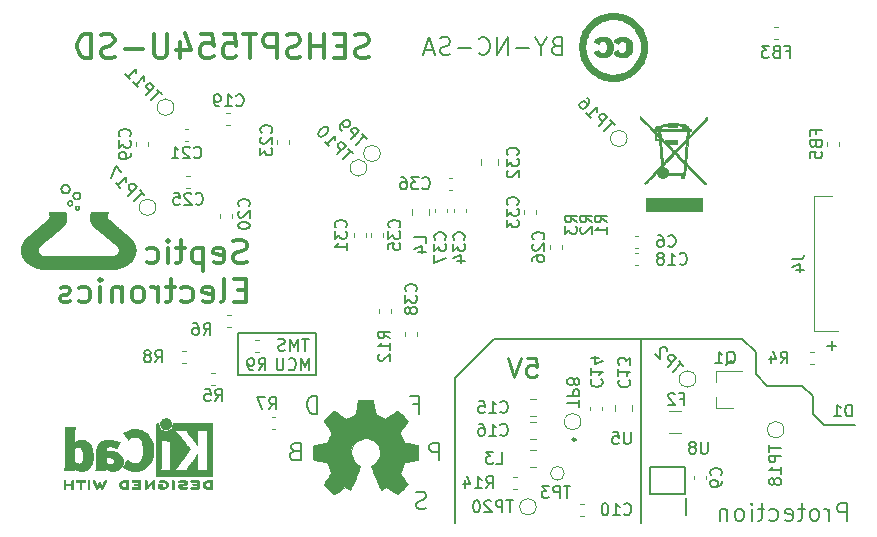
<source format=gbr>
G04 #@! TF.GenerationSoftware,KiCad,Pcbnew,(5.1.6)-1*
G04 #@! TF.CreationDate,2020-09-29T16:02:43+02:00*
G04 #@! TF.ProjectId,PrecisionTimer_RevG-1,50726563-6973-4696-9f6e-54696d65725f,rev?*
G04 #@! TF.SameCoordinates,Original*
G04 #@! TF.FileFunction,Legend,Bot*
G04 #@! TF.FilePolarity,Positive*
%FSLAX46Y46*%
G04 Gerber Fmt 4.6, Leading zero omitted, Abs format (unit mm)*
G04 Created by KiCad (PCBNEW (5.1.6)-1) date 2020-09-29 16:02:43*
%MOMM*%
%LPD*%
G01*
G04 APERTURE LIST*
%ADD10C,0.200000*%
%ADD11C,0.150000*%
%ADD12C,0.250000*%
%ADD13C,0.300000*%
%ADD14C,0.120000*%
%ADD15C,0.100000*%
%ADD16C,0.010000*%
%ADD17C,0.254000*%
%ADD18C,1.700000*%
%ADD19C,1.600000*%
%ADD20R,1.600000X1.700000*%
%ADD21O,3.100000X1.700000*%
%ADD22R,1.900000X4.500000*%
%ADD23O,1.900000X4.100000*%
%ADD24O,4.100000X1.900000*%
%ADD25C,1.500000*%
%ADD26C,0.800000*%
%ADD27R,1.100000X0.800000*%
%ADD28R,1.000000X1.500000*%
%ADD29R,0.800000X1.100000*%
%ADD30R,1.300000X1.550000*%
%ADD31R,1.300000X1.250000*%
%ADD32C,2.500000*%
%ADD33C,2.100000*%
%ADD34C,1.100000*%
%ADD35R,0.550000X1.500000*%
%ADD36R,1.000000X0.900000*%
%ADD37R,1.900000X1.900000*%
%ADD38R,0.850000X0.400000*%
%ADD39R,0.400000X0.850000*%
G04 APERTURE END LIST*
D10*
X118567200Y-83820000D02*
X118567200Y-87350600D01*
X125120400Y-83820000D02*
X118567200Y-83820000D01*
X125120400Y-87350600D02*
X125120400Y-83820000D01*
X118567200Y-87350600D02*
X125120400Y-87350600D01*
D11*
X124523333Y-84301580D02*
X123951904Y-84301580D01*
X124237619Y-85301580D02*
X124237619Y-84301580D01*
X123618571Y-85301580D02*
X123618571Y-84301580D01*
X123285238Y-85015866D01*
X122951904Y-84301580D01*
X122951904Y-85301580D01*
X122523333Y-85253961D02*
X122380476Y-85301580D01*
X122142380Y-85301580D01*
X122047142Y-85253961D01*
X121999523Y-85206342D01*
X121951904Y-85111104D01*
X121951904Y-85015866D01*
X121999523Y-84920628D01*
X122047142Y-84873009D01*
X122142380Y-84825390D01*
X122332857Y-84777771D01*
X122428095Y-84730152D01*
X122475714Y-84682533D01*
X122523333Y-84587295D01*
X122523333Y-84492057D01*
X122475714Y-84396819D01*
X122428095Y-84349200D01*
X122332857Y-84301580D01*
X122094761Y-84301580D01*
X121951904Y-84349200D01*
X124547142Y-86951580D02*
X124547142Y-85951580D01*
X124213809Y-86665866D01*
X123880476Y-85951580D01*
X123880476Y-86951580D01*
X122832857Y-86856342D02*
X122880476Y-86903961D01*
X123023333Y-86951580D01*
X123118571Y-86951580D01*
X123261428Y-86903961D01*
X123356666Y-86808723D01*
X123404285Y-86713485D01*
X123451904Y-86523009D01*
X123451904Y-86380152D01*
X123404285Y-86189676D01*
X123356666Y-86094438D01*
X123261428Y-85999200D01*
X123118571Y-85951580D01*
X123023333Y-85951580D01*
X122880476Y-85999200D01*
X122832857Y-86046819D01*
X122404285Y-85951580D02*
X122404285Y-86761104D01*
X122356666Y-86856342D01*
X122309047Y-86903961D01*
X122213809Y-86951580D01*
X122023333Y-86951580D01*
X121928095Y-86903961D01*
X121880476Y-86856342D01*
X121832857Y-86761104D01*
X121832857Y-85951580D01*
X169214752Y-84882028D02*
X168452847Y-84882028D01*
X168833800Y-85262980D02*
X168833800Y-84501076D01*
D10*
X145519114Y-59481257D02*
X145304828Y-59552685D01*
X145233400Y-59624114D01*
X145161971Y-59766971D01*
X145161971Y-59981257D01*
X145233400Y-60124114D01*
X145304828Y-60195542D01*
X145447685Y-60266971D01*
X146019114Y-60266971D01*
X146019114Y-58766971D01*
X145519114Y-58766971D01*
X145376257Y-58838400D01*
X145304828Y-58909828D01*
X145233400Y-59052685D01*
X145233400Y-59195542D01*
X145304828Y-59338400D01*
X145376257Y-59409828D01*
X145519114Y-59481257D01*
X146019114Y-59481257D01*
X144233400Y-59552685D02*
X144233400Y-60266971D01*
X144733400Y-58766971D02*
X144233400Y-59552685D01*
X143733400Y-58766971D01*
X143233400Y-59695542D02*
X142090542Y-59695542D01*
X141376257Y-60266971D02*
X141376257Y-58766971D01*
X140519114Y-60266971D01*
X140519114Y-58766971D01*
X138947685Y-60124114D02*
X139019114Y-60195542D01*
X139233400Y-60266971D01*
X139376257Y-60266971D01*
X139590542Y-60195542D01*
X139733400Y-60052685D01*
X139804828Y-59909828D01*
X139876257Y-59624114D01*
X139876257Y-59409828D01*
X139804828Y-59124114D01*
X139733400Y-58981257D01*
X139590542Y-58838400D01*
X139376257Y-58766971D01*
X139233400Y-58766971D01*
X139019114Y-58838400D01*
X138947685Y-58909828D01*
X138304828Y-59695542D02*
X137161971Y-59695542D01*
X136519114Y-60195542D02*
X136304828Y-60266971D01*
X135947685Y-60266971D01*
X135804828Y-60195542D01*
X135733400Y-60124114D01*
X135661971Y-59981257D01*
X135661971Y-59838400D01*
X135733400Y-59695542D01*
X135804828Y-59624114D01*
X135947685Y-59552685D01*
X136233400Y-59481257D01*
X136376257Y-59409828D01*
X136447685Y-59338400D01*
X136519114Y-59195542D01*
X136519114Y-59052685D01*
X136447685Y-58909828D01*
X136376257Y-58838400D01*
X136233400Y-58766971D01*
X135876257Y-58766971D01*
X135661971Y-58838400D01*
X135090542Y-59838400D02*
X134376257Y-59838400D01*
X135233400Y-60266971D02*
X134733400Y-58766971D01*
X134233400Y-60266971D01*
X123349557Y-93809357D02*
X123135271Y-93880785D01*
X123063842Y-93952214D01*
X122992414Y-94095071D01*
X122992414Y-94309357D01*
X123063842Y-94452214D01*
X123135271Y-94523642D01*
X123278128Y-94595071D01*
X123849557Y-94595071D01*
X123849557Y-93095071D01*
X123349557Y-93095071D01*
X123206700Y-93166500D01*
X123135271Y-93237928D01*
X123063842Y-93380785D01*
X123063842Y-93523642D01*
X123135271Y-93666500D01*
X123206700Y-93737928D01*
X123349557Y-93809357D01*
X123849557Y-93809357D01*
X125246557Y-90632671D02*
X125246557Y-89132671D01*
X124889414Y-89132671D01*
X124675128Y-89204100D01*
X124532271Y-89346957D01*
X124460842Y-89489814D01*
X124389414Y-89775528D01*
X124389414Y-89989814D01*
X124460842Y-90275528D01*
X124532271Y-90418385D01*
X124675128Y-90561242D01*
X124889414Y-90632671D01*
X125246557Y-90632671D01*
X133351614Y-89846957D02*
X133851614Y-89846957D01*
X133851614Y-90632671D02*
X133851614Y-89132671D01*
X133137328Y-89132671D01*
X135584357Y-94595071D02*
X135584357Y-93095071D01*
X135012928Y-93095071D01*
X134870071Y-93166500D01*
X134798642Y-93237928D01*
X134727214Y-93380785D01*
X134727214Y-93595071D01*
X134798642Y-93737928D01*
X134870071Y-93809357D01*
X135012928Y-93880785D01*
X135584357Y-93880785D01*
X134477071Y-98663842D02*
X134262785Y-98735271D01*
X133905642Y-98735271D01*
X133762785Y-98663842D01*
X133691357Y-98592414D01*
X133619928Y-98449557D01*
X133619928Y-98306700D01*
X133691357Y-98163842D01*
X133762785Y-98092414D01*
X133905642Y-98020985D01*
X134191357Y-97949557D01*
X134334214Y-97878128D01*
X134405642Y-97806700D01*
X134477071Y-97663842D01*
X134477071Y-97520985D01*
X134405642Y-97378128D01*
X134334214Y-97306700D01*
X134191357Y-97235271D01*
X133834214Y-97235271D01*
X133619928Y-97306700D01*
X166293800Y-88265000D02*
X163347400Y-88265000D01*
X167208200Y-89179400D02*
X166293800Y-88265000D01*
X167208200Y-90627200D02*
X167208200Y-89179400D01*
X163347400Y-88265000D02*
X162382200Y-87299800D01*
X168148000Y-91567000D02*
X167208200Y-90627200D01*
X170764200Y-91567000D02*
X168148000Y-91567000D01*
X170111857Y-99713171D02*
X170111857Y-98213171D01*
X169540428Y-98213171D01*
X169397571Y-98284600D01*
X169326142Y-98356028D01*
X169254714Y-98498885D01*
X169254714Y-98713171D01*
X169326142Y-98856028D01*
X169397571Y-98927457D01*
X169540428Y-98998885D01*
X170111857Y-98998885D01*
X168611857Y-99713171D02*
X168611857Y-98713171D01*
X168611857Y-98998885D02*
X168540428Y-98856028D01*
X168469000Y-98784600D01*
X168326142Y-98713171D01*
X168183285Y-98713171D01*
X167469000Y-99713171D02*
X167611857Y-99641742D01*
X167683285Y-99570314D01*
X167754714Y-99427457D01*
X167754714Y-98998885D01*
X167683285Y-98856028D01*
X167611857Y-98784600D01*
X167469000Y-98713171D01*
X167254714Y-98713171D01*
X167111857Y-98784600D01*
X167040428Y-98856028D01*
X166969000Y-98998885D01*
X166969000Y-99427457D01*
X167040428Y-99570314D01*
X167111857Y-99641742D01*
X167254714Y-99713171D01*
X167469000Y-99713171D01*
X166540428Y-98713171D02*
X165969000Y-98713171D01*
X166326142Y-98213171D02*
X166326142Y-99498885D01*
X166254714Y-99641742D01*
X166111857Y-99713171D01*
X165969000Y-99713171D01*
X164897571Y-99641742D02*
X165040428Y-99713171D01*
X165326142Y-99713171D01*
X165469000Y-99641742D01*
X165540428Y-99498885D01*
X165540428Y-98927457D01*
X165469000Y-98784600D01*
X165326142Y-98713171D01*
X165040428Y-98713171D01*
X164897571Y-98784600D01*
X164826142Y-98927457D01*
X164826142Y-99070314D01*
X165540428Y-99213171D01*
X163540428Y-99641742D02*
X163683285Y-99713171D01*
X163969000Y-99713171D01*
X164111857Y-99641742D01*
X164183285Y-99570314D01*
X164254714Y-99427457D01*
X164254714Y-98998885D01*
X164183285Y-98856028D01*
X164111857Y-98784600D01*
X163969000Y-98713171D01*
X163683285Y-98713171D01*
X163540428Y-98784600D01*
X163111857Y-98713171D02*
X162540428Y-98713171D01*
X162897571Y-98213171D02*
X162897571Y-99498885D01*
X162826142Y-99641742D01*
X162683285Y-99713171D01*
X162540428Y-99713171D01*
X162040428Y-99713171D02*
X162040428Y-98713171D01*
X162040428Y-98213171D02*
X162111857Y-98284600D01*
X162040428Y-98356028D01*
X161969000Y-98284600D01*
X162040428Y-98213171D01*
X162040428Y-98356028D01*
X161111857Y-99713171D02*
X161254714Y-99641742D01*
X161326142Y-99570314D01*
X161397571Y-99427457D01*
X161397571Y-98998885D01*
X161326142Y-98856028D01*
X161254714Y-98784600D01*
X161111857Y-98713171D01*
X160897571Y-98713171D01*
X160754714Y-98784600D01*
X160683285Y-98856028D01*
X160611857Y-98998885D01*
X160611857Y-99427457D01*
X160683285Y-99570314D01*
X160754714Y-99641742D01*
X160897571Y-99713171D01*
X161111857Y-99713171D01*
X159969000Y-98713171D02*
X159969000Y-99713171D01*
X159969000Y-98856028D02*
X159897571Y-98784600D01*
X159754714Y-98713171D01*
X159540428Y-98713171D01*
X159397571Y-98784600D01*
X159326142Y-98927457D01*
X159326142Y-99713171D01*
X152679400Y-84328000D02*
X152679400Y-99898200D01*
X161264600Y-84328000D02*
X162382200Y-85445600D01*
X162382200Y-85445600D02*
X162382200Y-87299800D01*
X140208000Y-84328000D02*
X161264600Y-84328000D01*
X136931400Y-87579200D02*
X140208000Y-84328000D01*
X136931400Y-99898200D02*
X136931400Y-87579200D01*
D12*
X143027361Y-85941009D02*
X143789266Y-85941009D01*
X143865457Y-86702914D01*
X143789266Y-86626723D01*
X143636885Y-86550533D01*
X143255933Y-86550533D01*
X143103552Y-86626723D01*
X143027361Y-86702914D01*
X142951171Y-86855295D01*
X142951171Y-87236247D01*
X143027361Y-87388628D01*
X143103552Y-87464819D01*
X143255933Y-87541009D01*
X143636885Y-87541009D01*
X143789266Y-87464819D01*
X143865457Y-87388628D01*
X142494028Y-85941009D02*
X141960695Y-87541009D01*
X141427361Y-85941009D01*
D13*
X119286647Y-77823323D02*
X119000933Y-77918561D01*
X118524742Y-77918561D01*
X118334266Y-77823323D01*
X118239028Y-77728085D01*
X118143790Y-77537609D01*
X118143790Y-77347133D01*
X118239028Y-77156657D01*
X118334266Y-77061419D01*
X118524742Y-76966180D01*
X118905695Y-76870942D01*
X119096171Y-76775704D01*
X119191409Y-76680466D01*
X119286647Y-76489990D01*
X119286647Y-76299514D01*
X119191409Y-76109038D01*
X119096171Y-76013800D01*
X118905695Y-75918561D01*
X118429504Y-75918561D01*
X118143790Y-76013800D01*
X116524742Y-77823323D02*
X116715219Y-77918561D01*
X117096171Y-77918561D01*
X117286647Y-77823323D01*
X117381885Y-77632847D01*
X117381885Y-76870942D01*
X117286647Y-76680466D01*
X117096171Y-76585228D01*
X116715219Y-76585228D01*
X116524742Y-76680466D01*
X116429504Y-76870942D01*
X116429504Y-77061419D01*
X117381885Y-77251895D01*
X115572361Y-76585228D02*
X115572361Y-78585228D01*
X115572361Y-76680466D02*
X115381885Y-76585228D01*
X115000933Y-76585228D01*
X114810457Y-76680466D01*
X114715219Y-76775704D01*
X114619980Y-76966180D01*
X114619980Y-77537609D01*
X114715219Y-77728085D01*
X114810457Y-77823323D01*
X115000933Y-77918561D01*
X115381885Y-77918561D01*
X115572361Y-77823323D01*
X114048552Y-76585228D02*
X113286647Y-76585228D01*
X113762838Y-75918561D02*
X113762838Y-77632847D01*
X113667600Y-77823323D01*
X113477123Y-77918561D01*
X113286647Y-77918561D01*
X112619980Y-77918561D02*
X112619980Y-76585228D01*
X112619980Y-75918561D02*
X112715219Y-76013800D01*
X112619980Y-76109038D01*
X112524742Y-76013800D01*
X112619980Y-75918561D01*
X112619980Y-76109038D01*
X110810457Y-77823323D02*
X111000933Y-77918561D01*
X111381885Y-77918561D01*
X111572361Y-77823323D01*
X111667600Y-77728085D01*
X111762838Y-77537609D01*
X111762838Y-76966180D01*
X111667600Y-76775704D01*
X111572361Y-76680466D01*
X111381885Y-76585228D01*
X111000933Y-76585228D01*
X110810457Y-76680466D01*
X119191409Y-80170942D02*
X118524742Y-80170942D01*
X118239028Y-81218561D02*
X119191409Y-81218561D01*
X119191409Y-79218561D01*
X118239028Y-79218561D01*
X117096171Y-81218561D02*
X117286647Y-81123323D01*
X117381885Y-80932847D01*
X117381885Y-79218561D01*
X115572361Y-81123323D02*
X115762838Y-81218561D01*
X116143790Y-81218561D01*
X116334266Y-81123323D01*
X116429504Y-80932847D01*
X116429504Y-80170942D01*
X116334266Y-79980466D01*
X116143790Y-79885228D01*
X115762838Y-79885228D01*
X115572361Y-79980466D01*
X115477123Y-80170942D01*
X115477123Y-80361419D01*
X116429504Y-80551895D01*
X113762838Y-81123323D02*
X113953314Y-81218561D01*
X114334266Y-81218561D01*
X114524742Y-81123323D01*
X114619980Y-81028085D01*
X114715219Y-80837609D01*
X114715219Y-80266180D01*
X114619980Y-80075704D01*
X114524742Y-79980466D01*
X114334266Y-79885228D01*
X113953314Y-79885228D01*
X113762838Y-79980466D01*
X113191409Y-79885228D02*
X112429504Y-79885228D01*
X112905695Y-79218561D02*
X112905695Y-80932847D01*
X112810457Y-81123323D01*
X112619980Y-81218561D01*
X112429504Y-81218561D01*
X111762838Y-81218561D02*
X111762838Y-79885228D01*
X111762838Y-80266180D02*
X111667600Y-80075704D01*
X111572361Y-79980466D01*
X111381885Y-79885228D01*
X111191409Y-79885228D01*
X110239028Y-81218561D02*
X110429504Y-81123323D01*
X110524742Y-81028085D01*
X110619980Y-80837609D01*
X110619980Y-80266180D01*
X110524742Y-80075704D01*
X110429504Y-79980466D01*
X110239028Y-79885228D01*
X109953314Y-79885228D01*
X109762838Y-79980466D01*
X109667600Y-80075704D01*
X109572361Y-80266180D01*
X109572361Y-80837609D01*
X109667600Y-81028085D01*
X109762838Y-81123323D01*
X109953314Y-81218561D01*
X110239028Y-81218561D01*
X108715219Y-79885228D02*
X108715219Y-81218561D01*
X108715219Y-80075704D02*
X108619980Y-79980466D01*
X108429504Y-79885228D01*
X108143790Y-79885228D01*
X107953314Y-79980466D01*
X107858076Y-80170942D01*
X107858076Y-81218561D01*
X106905695Y-81218561D02*
X106905695Y-79885228D01*
X106905695Y-79218561D02*
X107000933Y-79313800D01*
X106905695Y-79409038D01*
X106810457Y-79313800D01*
X106905695Y-79218561D01*
X106905695Y-79409038D01*
X105096171Y-81123323D02*
X105286647Y-81218561D01*
X105667600Y-81218561D01*
X105858076Y-81123323D01*
X105953314Y-81028085D01*
X106048552Y-80837609D01*
X106048552Y-80266180D01*
X105953314Y-80075704D01*
X105858076Y-79980466D01*
X105667600Y-79885228D01*
X105286647Y-79885228D01*
X105096171Y-79980466D01*
X104334266Y-81123323D02*
X104143790Y-81218561D01*
X103762838Y-81218561D01*
X103572361Y-81123323D01*
X103477123Y-80932847D01*
X103477123Y-80837609D01*
X103572361Y-80647133D01*
X103762838Y-80551895D01*
X104048552Y-80551895D01*
X104239028Y-80456657D01*
X104334266Y-80266180D01*
X104334266Y-80170942D01*
X104239028Y-79980466D01*
X104048552Y-79885228D01*
X103762838Y-79885228D01*
X103572361Y-79980466D01*
X129630533Y-60423323D02*
X129344819Y-60518561D01*
X128868628Y-60518561D01*
X128678152Y-60423323D01*
X128582914Y-60328085D01*
X128487676Y-60137609D01*
X128487676Y-59947133D01*
X128582914Y-59756657D01*
X128678152Y-59661419D01*
X128868628Y-59566180D01*
X129249580Y-59470942D01*
X129440057Y-59375704D01*
X129535295Y-59280466D01*
X129630533Y-59089990D01*
X129630533Y-58899514D01*
X129535295Y-58709038D01*
X129440057Y-58613800D01*
X129249580Y-58518561D01*
X128773390Y-58518561D01*
X128487676Y-58613800D01*
X127630533Y-59470942D02*
X126963866Y-59470942D01*
X126678152Y-60518561D02*
X127630533Y-60518561D01*
X127630533Y-58518561D01*
X126678152Y-58518561D01*
X125821009Y-60518561D02*
X125821009Y-58518561D01*
X125821009Y-59470942D02*
X124678152Y-59470942D01*
X124678152Y-60518561D02*
X124678152Y-58518561D01*
X123821009Y-60423323D02*
X123535295Y-60518561D01*
X123059104Y-60518561D01*
X122868628Y-60423323D01*
X122773390Y-60328085D01*
X122678152Y-60137609D01*
X122678152Y-59947133D01*
X122773390Y-59756657D01*
X122868628Y-59661419D01*
X123059104Y-59566180D01*
X123440057Y-59470942D01*
X123630533Y-59375704D01*
X123725771Y-59280466D01*
X123821009Y-59089990D01*
X123821009Y-58899514D01*
X123725771Y-58709038D01*
X123630533Y-58613800D01*
X123440057Y-58518561D01*
X122963866Y-58518561D01*
X122678152Y-58613800D01*
X121821009Y-60518561D02*
X121821009Y-58518561D01*
X121059104Y-58518561D01*
X120868628Y-58613800D01*
X120773390Y-58709038D01*
X120678152Y-58899514D01*
X120678152Y-59185228D01*
X120773390Y-59375704D01*
X120868628Y-59470942D01*
X121059104Y-59566180D01*
X121821009Y-59566180D01*
X120106723Y-58518561D02*
X118963866Y-58518561D01*
X119535295Y-60518561D02*
X119535295Y-58518561D01*
X117344819Y-58518561D02*
X118297200Y-58518561D01*
X118392438Y-59470942D01*
X118297200Y-59375704D01*
X118106723Y-59280466D01*
X117630533Y-59280466D01*
X117440057Y-59375704D01*
X117344819Y-59470942D01*
X117249580Y-59661419D01*
X117249580Y-60137609D01*
X117344819Y-60328085D01*
X117440057Y-60423323D01*
X117630533Y-60518561D01*
X118106723Y-60518561D01*
X118297200Y-60423323D01*
X118392438Y-60328085D01*
X115440057Y-58518561D02*
X116392438Y-58518561D01*
X116487676Y-59470942D01*
X116392438Y-59375704D01*
X116201961Y-59280466D01*
X115725771Y-59280466D01*
X115535295Y-59375704D01*
X115440057Y-59470942D01*
X115344819Y-59661419D01*
X115344819Y-60137609D01*
X115440057Y-60328085D01*
X115535295Y-60423323D01*
X115725771Y-60518561D01*
X116201961Y-60518561D01*
X116392438Y-60423323D01*
X116487676Y-60328085D01*
X113630533Y-59185228D02*
X113630533Y-60518561D01*
X114106723Y-58423323D02*
X114582914Y-59851895D01*
X113344819Y-59851895D01*
X112582914Y-58518561D02*
X112582914Y-60137609D01*
X112487676Y-60328085D01*
X112392438Y-60423323D01*
X112201961Y-60518561D01*
X111821009Y-60518561D01*
X111630533Y-60423323D01*
X111535295Y-60328085D01*
X111440057Y-60137609D01*
X111440057Y-58518561D01*
X110487676Y-59756657D02*
X108963866Y-59756657D01*
X108106723Y-60423323D02*
X107821009Y-60518561D01*
X107344819Y-60518561D01*
X107154342Y-60423323D01*
X107059104Y-60328085D01*
X106963866Y-60137609D01*
X106963866Y-59947133D01*
X107059104Y-59756657D01*
X107154342Y-59661419D01*
X107344819Y-59566180D01*
X107725771Y-59470942D01*
X107916247Y-59375704D01*
X108011485Y-59280466D01*
X108106723Y-59089990D01*
X108106723Y-58899514D01*
X108011485Y-58709038D01*
X107916247Y-58613800D01*
X107725771Y-58518561D01*
X107249580Y-58518561D01*
X106963866Y-58613800D01*
X106106723Y-60518561D02*
X106106723Y-58518561D01*
X105630533Y-58518561D01*
X105344819Y-58613800D01*
X105154342Y-58804276D01*
X105059104Y-58994752D01*
X104963866Y-59375704D01*
X104963866Y-59661419D01*
X105059104Y-60042371D01*
X105154342Y-60232847D01*
X105344819Y-60423323D01*
X105630533Y-60518561D01*
X106106723Y-60518561D01*
D14*
X166994621Y-85418200D02*
X167320179Y-85418200D01*
X166994621Y-86438200D02*
X167320179Y-86438200D01*
X144955800Y-76367421D02*
X144955800Y-76692979D01*
X145975800Y-76367421D02*
X145975800Y-76692979D01*
X152461179Y-75563000D02*
X152135621Y-75563000D01*
X152461179Y-76583000D02*
X152135621Y-76583000D01*
X146177000Y-95694500D02*
G75*
G03*
X146177000Y-95694500I-584200J0D01*
G01*
D15*
X167337200Y-83627200D02*
X169335200Y-83627200D01*
X167337200Y-72227200D02*
X167337200Y-83627200D01*
X168835200Y-72227200D02*
X167337200Y-72227200D01*
D16*
G36*
X149376641Y-58707811D02*
G01*
X149278963Y-58716733D01*
X149188191Y-58733768D01*
X149103726Y-58759041D01*
X149024971Y-58792676D01*
X148993772Y-58809149D01*
X148929893Y-58850288D01*
X148867901Y-58900580D01*
X148809940Y-58957891D01*
X148758150Y-59020088D01*
X148714675Y-59085039D01*
X148711864Y-59089867D01*
X148696654Y-59116267D01*
X148720938Y-59130044D01*
X148731831Y-59136019D01*
X148751309Y-59146487D01*
X148777957Y-59160699D01*
X148810365Y-59177902D01*
X148847117Y-59197347D01*
X148886803Y-59218282D01*
X148908792Y-59229857D01*
X148953853Y-59253494D01*
X148989985Y-59272251D01*
X149018207Y-59286588D01*
X149039536Y-59296962D01*
X149054992Y-59303833D01*
X149065592Y-59307657D01*
X149072357Y-59308894D01*
X149076303Y-59308001D01*
X149078125Y-59306044D01*
X149109283Y-59256016D01*
X149139098Y-59215351D01*
X149169036Y-59182480D01*
X149200566Y-59155832D01*
X149235155Y-59133838D01*
X149243093Y-59129586D01*
X149285668Y-59109804D01*
X149325205Y-59097183D01*
X149366320Y-59090588D01*
X149408727Y-59088867D01*
X149474656Y-59093529D01*
X149534416Y-59107571D01*
X149588245Y-59131080D01*
X149636382Y-59164142D01*
X149649342Y-59175558D01*
X149685018Y-59214270D01*
X149714495Y-59258865D01*
X149738474Y-59310720D01*
X149757660Y-59371210D01*
X149765029Y-59402133D01*
X149770919Y-59437400D01*
X149775418Y-59480881D01*
X149778451Y-59529579D01*
X149779942Y-59580499D01*
X149779816Y-59630641D01*
X149777998Y-59677010D01*
X149774411Y-59716608D01*
X149773165Y-59725521D01*
X149758180Y-59797955D01*
X149736606Y-59864037D01*
X149708901Y-59923004D01*
X149675522Y-59974096D01*
X149636926Y-60016548D01*
X149593569Y-60049599D01*
X149571636Y-60061688D01*
X149532662Y-60078827D01*
X149496127Y-60090260D01*
X149457985Y-60096881D01*
X149414187Y-60099583D01*
X149398968Y-60099764D01*
X149333471Y-60095856D01*
X149274803Y-60083478D01*
X149221932Y-60062258D01*
X149173827Y-60031827D01*
X149147606Y-60009722D01*
X149127136Y-59988448D01*
X149105641Y-59962251D01*
X149085179Y-59934038D01*
X149067808Y-59906719D01*
X149055584Y-59883203D01*
X149052524Y-59875295D01*
X149047448Y-59862907D01*
X149043047Y-59856923D01*
X149042529Y-59856817D01*
X149036772Y-59859336D01*
X149022108Y-59866360D01*
X148999712Y-59877310D01*
X148970755Y-59891608D01*
X148936410Y-59908674D01*
X148897852Y-59927929D01*
X148862230Y-59945791D01*
X148685728Y-60034460D01*
X148710912Y-60075309D01*
X148764817Y-60152374D01*
X148827843Y-60224195D01*
X148898516Y-60289422D01*
X148975360Y-60346705D01*
X149056900Y-60394694D01*
X149063559Y-60398079D01*
X149099591Y-60414441D01*
X149142682Y-60431272D01*
X149188758Y-60447156D01*
X149233747Y-60460672D01*
X149267333Y-60469074D01*
X149292719Y-60473130D01*
X149326891Y-60476399D01*
X149367374Y-60478836D01*
X149411690Y-60480400D01*
X149457362Y-60481049D01*
X149501914Y-60480741D01*
X149542867Y-60479434D01*
X149577746Y-60477085D01*
X149597882Y-60474698D01*
X149670653Y-60460788D01*
X149742270Y-60441836D01*
X149782378Y-60428596D01*
X149863376Y-60393594D01*
X149939829Y-60348755D01*
X150010741Y-60294960D01*
X150075118Y-60233090D01*
X150131963Y-60164023D01*
X150180282Y-60088641D01*
X150192349Y-60066131D01*
X150227449Y-59986651D01*
X150255121Y-59900421D01*
X150275354Y-59809080D01*
X150288136Y-59714264D01*
X150293457Y-59617613D01*
X150291306Y-59520764D01*
X150281674Y-59425355D01*
X150264550Y-59333023D01*
X150239922Y-59245408D01*
X150207781Y-59164146D01*
X150198291Y-59144457D01*
X150151817Y-59064237D01*
X150096286Y-58990147D01*
X150032578Y-58922961D01*
X149961572Y-58863454D01*
X149884148Y-58812400D01*
X149801187Y-58770573D01*
X149751056Y-58750909D01*
X149707233Y-58736587D01*
X149665509Y-58725644D01*
X149623058Y-58717618D01*
X149577053Y-58712046D01*
X149524666Y-58708467D01*
X149481822Y-58706875D01*
X149376641Y-58707811D01*
G37*
X149376641Y-58707811D02*
X149278963Y-58716733D01*
X149188191Y-58733768D01*
X149103726Y-58759041D01*
X149024971Y-58792676D01*
X148993772Y-58809149D01*
X148929893Y-58850288D01*
X148867901Y-58900580D01*
X148809940Y-58957891D01*
X148758150Y-59020088D01*
X148714675Y-59085039D01*
X148711864Y-59089867D01*
X148696654Y-59116267D01*
X148720938Y-59130044D01*
X148731831Y-59136019D01*
X148751309Y-59146487D01*
X148777957Y-59160699D01*
X148810365Y-59177902D01*
X148847117Y-59197347D01*
X148886803Y-59218282D01*
X148908792Y-59229857D01*
X148953853Y-59253494D01*
X148989985Y-59272251D01*
X149018207Y-59286588D01*
X149039536Y-59296962D01*
X149054992Y-59303833D01*
X149065592Y-59307657D01*
X149072357Y-59308894D01*
X149076303Y-59308001D01*
X149078125Y-59306044D01*
X149109283Y-59256016D01*
X149139098Y-59215351D01*
X149169036Y-59182480D01*
X149200566Y-59155832D01*
X149235155Y-59133838D01*
X149243093Y-59129586D01*
X149285668Y-59109804D01*
X149325205Y-59097183D01*
X149366320Y-59090588D01*
X149408727Y-59088867D01*
X149474656Y-59093529D01*
X149534416Y-59107571D01*
X149588245Y-59131080D01*
X149636382Y-59164142D01*
X149649342Y-59175558D01*
X149685018Y-59214270D01*
X149714495Y-59258865D01*
X149738474Y-59310720D01*
X149757660Y-59371210D01*
X149765029Y-59402133D01*
X149770919Y-59437400D01*
X149775418Y-59480881D01*
X149778451Y-59529579D01*
X149779942Y-59580499D01*
X149779816Y-59630641D01*
X149777998Y-59677010D01*
X149774411Y-59716608D01*
X149773165Y-59725521D01*
X149758180Y-59797955D01*
X149736606Y-59864037D01*
X149708901Y-59923004D01*
X149675522Y-59974096D01*
X149636926Y-60016548D01*
X149593569Y-60049599D01*
X149571636Y-60061688D01*
X149532662Y-60078827D01*
X149496127Y-60090260D01*
X149457985Y-60096881D01*
X149414187Y-60099583D01*
X149398968Y-60099764D01*
X149333471Y-60095856D01*
X149274803Y-60083478D01*
X149221932Y-60062258D01*
X149173827Y-60031827D01*
X149147606Y-60009722D01*
X149127136Y-59988448D01*
X149105641Y-59962251D01*
X149085179Y-59934038D01*
X149067808Y-59906719D01*
X149055584Y-59883203D01*
X149052524Y-59875295D01*
X149047448Y-59862907D01*
X149043047Y-59856923D01*
X149042529Y-59856817D01*
X149036772Y-59859336D01*
X149022108Y-59866360D01*
X148999712Y-59877310D01*
X148970755Y-59891608D01*
X148936410Y-59908674D01*
X148897852Y-59927929D01*
X148862230Y-59945791D01*
X148685728Y-60034460D01*
X148710912Y-60075309D01*
X148764817Y-60152374D01*
X148827843Y-60224195D01*
X148898516Y-60289422D01*
X148975360Y-60346705D01*
X149056900Y-60394694D01*
X149063559Y-60398079D01*
X149099591Y-60414441D01*
X149142682Y-60431272D01*
X149188758Y-60447156D01*
X149233747Y-60460672D01*
X149267333Y-60469074D01*
X149292719Y-60473130D01*
X149326891Y-60476399D01*
X149367374Y-60478836D01*
X149411690Y-60480400D01*
X149457362Y-60481049D01*
X149501914Y-60480741D01*
X149542867Y-60479434D01*
X149577746Y-60477085D01*
X149597882Y-60474698D01*
X149670653Y-60460788D01*
X149742270Y-60441836D01*
X149782378Y-60428596D01*
X149863376Y-60393594D01*
X149939829Y-60348755D01*
X150010741Y-60294960D01*
X150075118Y-60233090D01*
X150131963Y-60164023D01*
X150180282Y-60088641D01*
X150192349Y-60066131D01*
X150227449Y-59986651D01*
X150255121Y-59900421D01*
X150275354Y-59809080D01*
X150288136Y-59714264D01*
X150293457Y-59617613D01*
X150291306Y-59520764D01*
X150281674Y-59425355D01*
X150264550Y-59333023D01*
X150239922Y-59245408D01*
X150207781Y-59164146D01*
X150198291Y-59144457D01*
X150151817Y-59064237D01*
X150096286Y-58990147D01*
X150032578Y-58922961D01*
X149961572Y-58863454D01*
X149884148Y-58812400D01*
X149801187Y-58770573D01*
X149751056Y-58750909D01*
X149707233Y-58736587D01*
X149665509Y-58725644D01*
X149623058Y-58717618D01*
X149577053Y-58712046D01*
X149524666Y-58708467D01*
X149481822Y-58706875D01*
X149376641Y-58707811D01*
G36*
X151067515Y-58706086D02*
G01*
X151017630Y-58707960D01*
X150973437Y-58711617D01*
X150963489Y-58712834D01*
X150864535Y-58730587D01*
X150772938Y-58756816D01*
X150688393Y-58791706D01*
X150610594Y-58835445D01*
X150539235Y-58888217D01*
X150474012Y-58950209D01*
X150414620Y-59021606D01*
X150383958Y-59065515D01*
X150371038Y-59086038D01*
X150361381Y-59103042D01*
X150356131Y-59114405D01*
X150355735Y-59117915D01*
X150362508Y-59122243D01*
X150377768Y-59130772D01*
X150400167Y-59142814D01*
X150428357Y-59157683D01*
X150460991Y-59174690D01*
X150496720Y-59193149D01*
X150534198Y-59212372D01*
X150572075Y-59231671D01*
X150609005Y-59250360D01*
X150643639Y-59267751D01*
X150674630Y-59283156D01*
X150700629Y-59295888D01*
X150720290Y-59305260D01*
X150732263Y-59310585D01*
X150735368Y-59311526D01*
X150740221Y-59305388D01*
X150748455Y-59292065D01*
X150758303Y-59274419D01*
X150758476Y-59274094D01*
X150782343Y-59237098D01*
X150813430Y-59200365D01*
X150848728Y-59166910D01*
X150885227Y-59139747D01*
X150902801Y-59129563D01*
X150941252Y-59111192D01*
X150975058Y-59099022D01*
X151008245Y-59092026D01*
X151044838Y-59089174D01*
X151061880Y-59088965D01*
X151129246Y-59093626D01*
X151189919Y-59107371D01*
X151243941Y-59130223D01*
X151291359Y-59162210D01*
X151332214Y-59203356D01*
X151366553Y-59253687D01*
X151375036Y-59269489D01*
X151395545Y-59315375D01*
X151411396Y-59364097D01*
X151423128Y-59417915D01*
X151431279Y-59479088D01*
X151434638Y-59519719D01*
X151437086Y-59608588D01*
X151432220Y-59691557D01*
X151420265Y-59768180D01*
X151401442Y-59838008D01*
X151375975Y-59900595D01*
X151344086Y-59955493D01*
X151306000Y-60002255D01*
X151261938Y-60040434D01*
X151212124Y-60069582D01*
X151156781Y-60089252D01*
X151149873Y-60090933D01*
X151108924Y-60097368D01*
X151062073Y-60099805D01*
X151013953Y-60098303D01*
X150969198Y-60092923D01*
X150947606Y-60088310D01*
X150888967Y-60067592D01*
X150836268Y-60037308D01*
X150789640Y-59997568D01*
X150749215Y-59948484D01*
X150715124Y-59890170D01*
X150714728Y-59889361D01*
X150699057Y-59857299D01*
X150525062Y-59944583D01*
X150484225Y-59965276D01*
X150446797Y-59984641D01*
X150413932Y-60002050D01*
X150386788Y-60016872D01*
X150366522Y-60028478D01*
X150354290Y-60036238D01*
X150351067Y-60039274D01*
X150354021Y-60046562D01*
X150362100Y-60061197D01*
X150374121Y-60081162D01*
X150388907Y-60104439D01*
X150391380Y-60108230D01*
X150421345Y-60149564D01*
X150458143Y-60193357D01*
X150499257Y-60237052D01*
X150542175Y-60278093D01*
X150584380Y-60313923D01*
X150617758Y-60338334D01*
X150701895Y-60388290D01*
X150788935Y-60427820D01*
X150880782Y-60457740D01*
X150918333Y-60466984D01*
X150948088Y-60472030D01*
X150986478Y-60476054D01*
X151030892Y-60478996D01*
X151078718Y-60480800D01*
X151127345Y-60481407D01*
X151174159Y-60480760D01*
X151216550Y-60478801D01*
X151251906Y-60475473D01*
X151258757Y-60474509D01*
X151356061Y-60454459D01*
X151447394Y-60425010D01*
X151532381Y-60386515D01*
X151610648Y-60339330D01*
X151681819Y-60283808D01*
X151745519Y-60220305D01*
X151801374Y-60149173D01*
X151849009Y-60070769D01*
X151888050Y-59985446D01*
X151918120Y-59893558D01*
X151930980Y-59838983D01*
X151945590Y-59747492D01*
X151952985Y-59653101D01*
X151953316Y-59557803D01*
X151946735Y-59463590D01*
X151933392Y-59372452D01*
X151913440Y-59286382D01*
X151887029Y-59207371D01*
X151882068Y-59195168D01*
X151840573Y-59110073D01*
X151790256Y-59031737D01*
X151731644Y-58960591D01*
X151665265Y-58897068D01*
X151591645Y-58841601D01*
X151511312Y-58794621D01*
X151424795Y-58756562D01*
X151332619Y-58727855D01*
X151303746Y-58721089D01*
X151267645Y-58715067D01*
X151223156Y-58710487D01*
X151173094Y-58707418D01*
X151120274Y-58705928D01*
X151067515Y-58706086D01*
G37*
X151067515Y-58706086D02*
X151017630Y-58707960D01*
X150973437Y-58711617D01*
X150963489Y-58712834D01*
X150864535Y-58730587D01*
X150772938Y-58756816D01*
X150688393Y-58791706D01*
X150610594Y-58835445D01*
X150539235Y-58888217D01*
X150474012Y-58950209D01*
X150414620Y-59021606D01*
X150383958Y-59065515D01*
X150371038Y-59086038D01*
X150361381Y-59103042D01*
X150356131Y-59114405D01*
X150355735Y-59117915D01*
X150362508Y-59122243D01*
X150377768Y-59130772D01*
X150400167Y-59142814D01*
X150428357Y-59157683D01*
X150460991Y-59174690D01*
X150496720Y-59193149D01*
X150534198Y-59212372D01*
X150572075Y-59231671D01*
X150609005Y-59250360D01*
X150643639Y-59267751D01*
X150674630Y-59283156D01*
X150700629Y-59295888D01*
X150720290Y-59305260D01*
X150732263Y-59310585D01*
X150735368Y-59311526D01*
X150740221Y-59305388D01*
X150748455Y-59292065D01*
X150758303Y-59274419D01*
X150758476Y-59274094D01*
X150782343Y-59237098D01*
X150813430Y-59200365D01*
X150848728Y-59166910D01*
X150885227Y-59139747D01*
X150902801Y-59129563D01*
X150941252Y-59111192D01*
X150975058Y-59099022D01*
X151008245Y-59092026D01*
X151044838Y-59089174D01*
X151061880Y-59088965D01*
X151129246Y-59093626D01*
X151189919Y-59107371D01*
X151243941Y-59130223D01*
X151291359Y-59162210D01*
X151332214Y-59203356D01*
X151366553Y-59253687D01*
X151375036Y-59269489D01*
X151395545Y-59315375D01*
X151411396Y-59364097D01*
X151423128Y-59417915D01*
X151431279Y-59479088D01*
X151434638Y-59519719D01*
X151437086Y-59608588D01*
X151432220Y-59691557D01*
X151420265Y-59768180D01*
X151401442Y-59838008D01*
X151375975Y-59900595D01*
X151344086Y-59955493D01*
X151306000Y-60002255D01*
X151261938Y-60040434D01*
X151212124Y-60069582D01*
X151156781Y-60089252D01*
X151149873Y-60090933D01*
X151108924Y-60097368D01*
X151062073Y-60099805D01*
X151013953Y-60098303D01*
X150969198Y-60092923D01*
X150947606Y-60088310D01*
X150888967Y-60067592D01*
X150836268Y-60037308D01*
X150789640Y-59997568D01*
X150749215Y-59948484D01*
X150715124Y-59890170D01*
X150714728Y-59889361D01*
X150699057Y-59857299D01*
X150525062Y-59944583D01*
X150484225Y-59965276D01*
X150446797Y-59984641D01*
X150413932Y-60002050D01*
X150386788Y-60016872D01*
X150366522Y-60028478D01*
X150354290Y-60036238D01*
X150351067Y-60039274D01*
X150354021Y-60046562D01*
X150362100Y-60061197D01*
X150374121Y-60081162D01*
X150388907Y-60104439D01*
X150391380Y-60108230D01*
X150421345Y-60149564D01*
X150458143Y-60193357D01*
X150499257Y-60237052D01*
X150542175Y-60278093D01*
X150584380Y-60313923D01*
X150617758Y-60338334D01*
X150701895Y-60388290D01*
X150788935Y-60427820D01*
X150880782Y-60457740D01*
X150918333Y-60466984D01*
X150948088Y-60472030D01*
X150986478Y-60476054D01*
X151030892Y-60478996D01*
X151078718Y-60480800D01*
X151127345Y-60481407D01*
X151174159Y-60480760D01*
X151216550Y-60478801D01*
X151251906Y-60475473D01*
X151258757Y-60474509D01*
X151356061Y-60454459D01*
X151447394Y-60425010D01*
X151532381Y-60386515D01*
X151610648Y-60339330D01*
X151681819Y-60283808D01*
X151745519Y-60220305D01*
X151801374Y-60149173D01*
X151849009Y-60070769D01*
X151888050Y-59985446D01*
X151918120Y-59893558D01*
X151930980Y-59838983D01*
X151945590Y-59747492D01*
X151952985Y-59653101D01*
X151953316Y-59557803D01*
X151946735Y-59463590D01*
X151933392Y-59372452D01*
X151913440Y-59286382D01*
X151887029Y-59207371D01*
X151882068Y-59195168D01*
X151840573Y-59110073D01*
X151790256Y-59031737D01*
X151731644Y-58960591D01*
X151665265Y-58897068D01*
X151591645Y-58841601D01*
X151511312Y-58794621D01*
X151424795Y-58756562D01*
X151332619Y-58727855D01*
X151303746Y-58721089D01*
X151267645Y-58715067D01*
X151223156Y-58710487D01*
X151173094Y-58707418D01*
X151120274Y-58705928D01*
X151067515Y-58706086D01*
G36*
X150229057Y-56725273D02*
G01*
X150173662Y-56726594D01*
X150126455Y-56728815D01*
X150122066Y-56729103D01*
X149937905Y-56746637D01*
X149759240Y-56774005D01*
X149585875Y-56811292D01*
X149417613Y-56858582D01*
X149254258Y-56915961D01*
X149095612Y-56983514D01*
X148941479Y-57061325D01*
X148791663Y-57149481D01*
X148645966Y-57248066D01*
X148504191Y-57357166D01*
X148366143Y-57476865D01*
X148341248Y-57499944D01*
X148214292Y-57626398D01*
X148096598Y-57759234D01*
X147988281Y-57898218D01*
X147889457Y-58043111D01*
X147800243Y-58193679D01*
X147720755Y-58349686D01*
X147651108Y-58510895D01*
X147591420Y-58677071D01*
X147541805Y-58847977D01*
X147502381Y-59023377D01*
X147473263Y-59203036D01*
X147463722Y-59283600D01*
X147459908Y-59327837D01*
X147456708Y-59380895D01*
X147454164Y-59440318D01*
X147452317Y-59503653D01*
X147451208Y-59568446D01*
X147450879Y-59632243D01*
X147451372Y-59692589D01*
X147452729Y-59747030D01*
X147454990Y-59793112D01*
X147455077Y-59794422D01*
X147471763Y-59972293D01*
X147497422Y-60143869D01*
X147532278Y-60309988D01*
X147576554Y-60471484D01*
X147630473Y-60629196D01*
X147694257Y-60783960D01*
X147749776Y-60900733D01*
X147826555Y-61042805D01*
X147910918Y-61178547D01*
X148003454Y-61308686D01*
X148104749Y-61433948D01*
X148215391Y-61555059D01*
X148335968Y-61672746D01*
X148467067Y-61787734D01*
X148468644Y-61789049D01*
X148611879Y-61901096D01*
X148760878Y-62003498D01*
X148915329Y-62096122D01*
X149074917Y-62178835D01*
X149239326Y-62251502D01*
X149408243Y-62313992D01*
X149581353Y-62366170D01*
X149758341Y-62407903D01*
X149938893Y-62439058D01*
X150029333Y-62450508D01*
X150061101Y-62453313D01*
X150101972Y-62455785D01*
X150149899Y-62457893D01*
X150202833Y-62459607D01*
X150258726Y-62460897D01*
X150315529Y-62461732D01*
X150371194Y-62462081D01*
X150423673Y-62461913D01*
X150470918Y-62461199D01*
X150510880Y-62459908D01*
X150540155Y-62458125D01*
X150722287Y-62437364D01*
X150900252Y-62406111D01*
X151074036Y-62364373D01*
X151243624Y-62312155D01*
X151409002Y-62249465D01*
X151570153Y-62176307D01*
X151727064Y-62092689D01*
X151879719Y-61998616D01*
X152028103Y-61894094D01*
X152168578Y-61782195D01*
X152230416Y-61727714D01*
X152296027Y-61665772D01*
X152363327Y-61598560D01*
X152430234Y-61528267D01*
X152494664Y-61457086D01*
X152554534Y-61387205D01*
X152607762Y-61320816D01*
X152609602Y-61318422D01*
X152713977Y-61173300D01*
X152808271Y-61023121D01*
X152892439Y-60868005D01*
X152966432Y-60708069D01*
X153030204Y-60543433D01*
X153083707Y-60374215D01*
X153126895Y-60200533D01*
X153159720Y-60022506D01*
X153177056Y-59890378D01*
X153180954Y-59845624D01*
X153183997Y-59791915D01*
X153186184Y-59731476D01*
X153187514Y-59666530D01*
X153187988Y-59599303D01*
X153187959Y-59594045D01*
X152668111Y-59594045D01*
X152667965Y-59653933D01*
X152667420Y-59704664D01*
X152666321Y-59748364D01*
X152664508Y-59787162D01*
X152661824Y-59823186D01*
X152658112Y-59858564D01*
X152653214Y-59895424D01*
X152646972Y-59935894D01*
X152639471Y-59980689D01*
X152607476Y-60134102D01*
X152564683Y-60285053D01*
X152511421Y-60432997D01*
X152448016Y-60577388D01*
X152374797Y-60717681D01*
X152292091Y-60853330D01*
X152200226Y-60983790D01*
X152099529Y-61108515D01*
X151990328Y-61226960D01*
X151872950Y-61338579D01*
X151773467Y-61422525D01*
X151641536Y-61520955D01*
X151504733Y-61609228D01*
X151363252Y-61687263D01*
X151217291Y-61754978D01*
X151067046Y-61812291D01*
X150912714Y-61859118D01*
X150754491Y-61895378D01*
X150592572Y-61920989D01*
X150579667Y-61922552D01*
X150486658Y-61931026D01*
X150386771Y-61935521D01*
X150283695Y-61936021D01*
X150181123Y-61932511D01*
X150082746Y-61924973D01*
X150080133Y-61924709D01*
X149926072Y-61903508D01*
X149772131Y-61871526D01*
X149619682Y-61829204D01*
X149470097Y-61776980D01*
X149324745Y-61715293D01*
X149185000Y-61644584D01*
X149157504Y-61629204D01*
X149037067Y-61556531D01*
X148923699Y-61479196D01*
X148813734Y-61394621D01*
X148759333Y-61349199D01*
X148638386Y-61238768D01*
X148527470Y-61123164D01*
X148426568Y-61002353D01*
X148335657Y-60876299D01*
X148254720Y-60744969D01*
X148183735Y-60608328D01*
X148122684Y-60466341D01*
X148071547Y-60318973D01*
X148030303Y-60166189D01*
X148000499Y-60017378D01*
X147993219Y-59972580D01*
X147987272Y-59931940D01*
X147982531Y-59893550D01*
X147978867Y-59855503D01*
X147976153Y-59815891D01*
X147974259Y-59772807D01*
X147973057Y-59724344D01*
X147972420Y-59668593D01*
X147972219Y-59603648D01*
X147972218Y-59596867D01*
X147972452Y-59527502D01*
X147973274Y-59467367D01*
X147974868Y-59414410D01*
X147977423Y-59366579D01*
X147981123Y-59321821D01*
X147986157Y-59278084D01*
X147992709Y-59233318D01*
X148000967Y-59185469D01*
X148011117Y-59132485D01*
X148017121Y-59102637D01*
X148054524Y-58946736D01*
X148102375Y-58794968D01*
X148160529Y-58647567D01*
X148228840Y-58504765D01*
X148307163Y-58366795D01*
X148395353Y-58233890D01*
X148493263Y-58106284D01*
X148600749Y-57984208D01*
X148717664Y-57867897D01*
X148843864Y-57757583D01*
X148870371Y-57736128D01*
X148998374Y-57640924D01*
X149131722Y-57555501D01*
X149269992Y-57480047D01*
X149412760Y-57414749D01*
X149559601Y-57359796D01*
X149710093Y-57315374D01*
X149863811Y-57281671D01*
X149919267Y-57272290D01*
X149964154Y-57265439D01*
X150003586Y-57259878D01*
X150039555Y-57255477D01*
X150074053Y-57252105D01*
X150109074Y-57249633D01*
X150146609Y-57247931D01*
X150188652Y-57246868D01*
X150237195Y-57246316D01*
X150294231Y-57246143D01*
X150320022Y-57246151D01*
X150385976Y-57246410D01*
X150442644Y-57247144D01*
X150492027Y-57248488D01*
X150536124Y-57250582D01*
X150576933Y-57253562D01*
X150616455Y-57257567D01*
X150656687Y-57262733D01*
X150699629Y-57269200D01*
X150732067Y-57274521D01*
X150889019Y-57306416D01*
X151041166Y-57348489D01*
X151188423Y-57400704D01*
X151330706Y-57463025D01*
X151467930Y-57535417D01*
X151600010Y-57617845D01*
X151671867Y-57668500D01*
X151764973Y-57741265D01*
X151858881Y-57822859D01*
X151951498Y-57911197D01*
X152040735Y-58004197D01*
X152124498Y-58099774D01*
X152199481Y-58194222D01*
X152290055Y-58323601D01*
X152371996Y-58458935D01*
X152444870Y-58599225D01*
X152508241Y-58743471D01*
X152561673Y-58890673D01*
X152604730Y-59039830D01*
X152636977Y-59189942D01*
X152639524Y-59204578D01*
X152647238Y-59251092D01*
X152653449Y-59292097D01*
X152658317Y-59329735D01*
X152661999Y-59366150D01*
X152664650Y-59403483D01*
X152666430Y-59443877D01*
X152667494Y-59489475D01*
X152668001Y-59542419D01*
X152668111Y-59594045D01*
X153187959Y-59594045D01*
X153187606Y-59532017D01*
X153186366Y-59466899D01*
X153184270Y-59406171D01*
X153181315Y-59352058D01*
X153177503Y-59306785D01*
X153177133Y-59303356D01*
X153153131Y-59128693D01*
X153120151Y-58960100D01*
X153077834Y-58796353D01*
X153025817Y-58636229D01*
X152963740Y-58478503D01*
X152891242Y-58321951D01*
X152882383Y-58304289D01*
X152805753Y-58162359D01*
X152722365Y-58026788D01*
X152631216Y-57896185D01*
X152531304Y-57769162D01*
X152421628Y-57644326D01*
X152360236Y-57579641D01*
X152228815Y-57451756D01*
X152093728Y-57334516D01*
X151954772Y-57227822D01*
X151811744Y-57131575D01*
X151664443Y-57045676D01*
X151512665Y-56970024D01*
X151356208Y-56904522D01*
X151194869Y-56849069D01*
X151028446Y-56803567D01*
X150856736Y-56767916D01*
X150679537Y-56742017D01*
X150641755Y-56737823D01*
X150597158Y-56733981D01*
X150543719Y-56730754D01*
X150483872Y-56728183D01*
X150420049Y-56726308D01*
X150354684Y-56725171D01*
X150290209Y-56724812D01*
X150229057Y-56725273D01*
G37*
X150229057Y-56725273D02*
X150173662Y-56726594D01*
X150126455Y-56728815D01*
X150122066Y-56729103D01*
X149937905Y-56746637D01*
X149759240Y-56774005D01*
X149585875Y-56811292D01*
X149417613Y-56858582D01*
X149254258Y-56915961D01*
X149095612Y-56983514D01*
X148941479Y-57061325D01*
X148791663Y-57149481D01*
X148645966Y-57248066D01*
X148504191Y-57357166D01*
X148366143Y-57476865D01*
X148341248Y-57499944D01*
X148214292Y-57626398D01*
X148096598Y-57759234D01*
X147988281Y-57898218D01*
X147889457Y-58043111D01*
X147800243Y-58193679D01*
X147720755Y-58349686D01*
X147651108Y-58510895D01*
X147591420Y-58677071D01*
X147541805Y-58847977D01*
X147502381Y-59023377D01*
X147473263Y-59203036D01*
X147463722Y-59283600D01*
X147459908Y-59327837D01*
X147456708Y-59380895D01*
X147454164Y-59440318D01*
X147452317Y-59503653D01*
X147451208Y-59568446D01*
X147450879Y-59632243D01*
X147451372Y-59692589D01*
X147452729Y-59747030D01*
X147454990Y-59793112D01*
X147455077Y-59794422D01*
X147471763Y-59972293D01*
X147497422Y-60143869D01*
X147532278Y-60309988D01*
X147576554Y-60471484D01*
X147630473Y-60629196D01*
X147694257Y-60783960D01*
X147749776Y-60900733D01*
X147826555Y-61042805D01*
X147910918Y-61178547D01*
X148003454Y-61308686D01*
X148104749Y-61433948D01*
X148215391Y-61555059D01*
X148335968Y-61672746D01*
X148467067Y-61787734D01*
X148468644Y-61789049D01*
X148611879Y-61901096D01*
X148760878Y-62003498D01*
X148915329Y-62096122D01*
X149074917Y-62178835D01*
X149239326Y-62251502D01*
X149408243Y-62313992D01*
X149581353Y-62366170D01*
X149758341Y-62407903D01*
X149938893Y-62439058D01*
X150029333Y-62450508D01*
X150061101Y-62453313D01*
X150101972Y-62455785D01*
X150149899Y-62457893D01*
X150202833Y-62459607D01*
X150258726Y-62460897D01*
X150315529Y-62461732D01*
X150371194Y-62462081D01*
X150423673Y-62461913D01*
X150470918Y-62461199D01*
X150510880Y-62459908D01*
X150540155Y-62458125D01*
X150722287Y-62437364D01*
X150900252Y-62406111D01*
X151074036Y-62364373D01*
X151243624Y-62312155D01*
X151409002Y-62249465D01*
X151570153Y-62176307D01*
X151727064Y-62092689D01*
X151879719Y-61998616D01*
X152028103Y-61894094D01*
X152168578Y-61782195D01*
X152230416Y-61727714D01*
X152296027Y-61665772D01*
X152363327Y-61598560D01*
X152430234Y-61528267D01*
X152494664Y-61457086D01*
X152554534Y-61387205D01*
X152607762Y-61320816D01*
X152609602Y-61318422D01*
X152713977Y-61173300D01*
X152808271Y-61023121D01*
X152892439Y-60868005D01*
X152966432Y-60708069D01*
X153030204Y-60543433D01*
X153083707Y-60374215D01*
X153126895Y-60200533D01*
X153159720Y-60022506D01*
X153177056Y-59890378D01*
X153180954Y-59845624D01*
X153183997Y-59791915D01*
X153186184Y-59731476D01*
X153187514Y-59666530D01*
X153187988Y-59599303D01*
X153187959Y-59594045D01*
X152668111Y-59594045D01*
X152667965Y-59653933D01*
X152667420Y-59704664D01*
X152666321Y-59748364D01*
X152664508Y-59787162D01*
X152661824Y-59823186D01*
X152658112Y-59858564D01*
X152653214Y-59895424D01*
X152646972Y-59935894D01*
X152639471Y-59980689D01*
X152607476Y-60134102D01*
X152564683Y-60285053D01*
X152511421Y-60432997D01*
X152448016Y-60577388D01*
X152374797Y-60717681D01*
X152292091Y-60853330D01*
X152200226Y-60983790D01*
X152099529Y-61108515D01*
X151990328Y-61226960D01*
X151872950Y-61338579D01*
X151773467Y-61422525D01*
X151641536Y-61520955D01*
X151504733Y-61609228D01*
X151363252Y-61687263D01*
X151217291Y-61754978D01*
X151067046Y-61812291D01*
X150912714Y-61859118D01*
X150754491Y-61895378D01*
X150592572Y-61920989D01*
X150579667Y-61922552D01*
X150486658Y-61931026D01*
X150386771Y-61935521D01*
X150283695Y-61936021D01*
X150181123Y-61932511D01*
X150082746Y-61924973D01*
X150080133Y-61924709D01*
X149926072Y-61903508D01*
X149772131Y-61871526D01*
X149619682Y-61829204D01*
X149470097Y-61776980D01*
X149324745Y-61715293D01*
X149185000Y-61644584D01*
X149157504Y-61629204D01*
X149037067Y-61556531D01*
X148923699Y-61479196D01*
X148813734Y-61394621D01*
X148759333Y-61349199D01*
X148638386Y-61238768D01*
X148527470Y-61123164D01*
X148426568Y-61002353D01*
X148335657Y-60876299D01*
X148254720Y-60744969D01*
X148183735Y-60608328D01*
X148122684Y-60466341D01*
X148071547Y-60318973D01*
X148030303Y-60166189D01*
X148000499Y-60017378D01*
X147993219Y-59972580D01*
X147987272Y-59931940D01*
X147982531Y-59893550D01*
X147978867Y-59855503D01*
X147976153Y-59815891D01*
X147974259Y-59772807D01*
X147973057Y-59724344D01*
X147972420Y-59668593D01*
X147972219Y-59603648D01*
X147972218Y-59596867D01*
X147972452Y-59527502D01*
X147973274Y-59467367D01*
X147974868Y-59414410D01*
X147977423Y-59366579D01*
X147981123Y-59321821D01*
X147986157Y-59278084D01*
X147992709Y-59233318D01*
X148000967Y-59185469D01*
X148011117Y-59132485D01*
X148017121Y-59102637D01*
X148054524Y-58946736D01*
X148102375Y-58794968D01*
X148160529Y-58647567D01*
X148228840Y-58504765D01*
X148307163Y-58366795D01*
X148395353Y-58233890D01*
X148493263Y-58106284D01*
X148600749Y-57984208D01*
X148717664Y-57867897D01*
X148843864Y-57757583D01*
X148870371Y-57736128D01*
X148998374Y-57640924D01*
X149131722Y-57555501D01*
X149269992Y-57480047D01*
X149412760Y-57414749D01*
X149559601Y-57359796D01*
X149710093Y-57315374D01*
X149863811Y-57281671D01*
X149919267Y-57272290D01*
X149964154Y-57265439D01*
X150003586Y-57259878D01*
X150039555Y-57255477D01*
X150074053Y-57252105D01*
X150109074Y-57249633D01*
X150146609Y-57247931D01*
X150188652Y-57246868D01*
X150237195Y-57246316D01*
X150294231Y-57246143D01*
X150320022Y-57246151D01*
X150385976Y-57246410D01*
X150442644Y-57247144D01*
X150492027Y-57248488D01*
X150536124Y-57250582D01*
X150576933Y-57253562D01*
X150616455Y-57257567D01*
X150656687Y-57262733D01*
X150699629Y-57269200D01*
X150732067Y-57274521D01*
X150889019Y-57306416D01*
X151041166Y-57348489D01*
X151188423Y-57400704D01*
X151330706Y-57463025D01*
X151467930Y-57535417D01*
X151600010Y-57617845D01*
X151671867Y-57668500D01*
X151764973Y-57741265D01*
X151858881Y-57822859D01*
X151951498Y-57911197D01*
X152040735Y-58004197D01*
X152124498Y-58099774D01*
X152199481Y-58194222D01*
X152290055Y-58323601D01*
X152371996Y-58458935D01*
X152444870Y-58599225D01*
X152508241Y-58743471D01*
X152561673Y-58890673D01*
X152604730Y-59039830D01*
X152636977Y-59189942D01*
X152639524Y-59204578D01*
X152647238Y-59251092D01*
X152653449Y-59292097D01*
X152658317Y-59329735D01*
X152661999Y-59366150D01*
X152664650Y-59403483D01*
X152666430Y-59443877D01*
X152667494Y-59489475D01*
X152668001Y-59542419D01*
X152668111Y-59594045D01*
X153187959Y-59594045D01*
X153187606Y-59532017D01*
X153186366Y-59466899D01*
X153184270Y-59406171D01*
X153181315Y-59352058D01*
X153177503Y-59306785D01*
X153177133Y-59303356D01*
X153153131Y-59128693D01*
X153120151Y-58960100D01*
X153077834Y-58796353D01*
X153025817Y-58636229D01*
X152963740Y-58478503D01*
X152891242Y-58321951D01*
X152882383Y-58304289D01*
X152805753Y-58162359D01*
X152722365Y-58026788D01*
X152631216Y-57896185D01*
X152531304Y-57769162D01*
X152421628Y-57644326D01*
X152360236Y-57579641D01*
X152228815Y-57451756D01*
X152093728Y-57334516D01*
X151954772Y-57227822D01*
X151811744Y-57131575D01*
X151664443Y-57045676D01*
X151512665Y-56970024D01*
X151356208Y-56904522D01*
X151194869Y-56849069D01*
X151028446Y-56803567D01*
X150856736Y-56767916D01*
X150679537Y-56742017D01*
X150641755Y-56737823D01*
X150597158Y-56733981D01*
X150543719Y-56730754D01*
X150483872Y-56728183D01*
X150420049Y-56726308D01*
X150354684Y-56725171D01*
X150290209Y-56724812D01*
X150229057Y-56725273D01*
D14*
X119979221Y-84427600D02*
X120304779Y-84427600D01*
X119979221Y-85447600D02*
X120304779Y-85447600D01*
X141823221Y-95984600D02*
X142148779Y-95984600D01*
X141823221Y-97004600D02*
X142148779Y-97004600D01*
X151499800Y-67335400D02*
G75*
G03*
X151499800Y-67335400I-700000J0D01*
G01*
X113120400Y-64693800D02*
G75*
G03*
X113120400Y-64693800I-700000J0D01*
G01*
X130595600Y-68605400D02*
G75*
G03*
X130595600Y-68605400I-700000J0D01*
G01*
X129452600Y-69824600D02*
G75*
G03*
X129452600Y-69824600I-700000J0D01*
G01*
X111596400Y-73164700D02*
G75*
G03*
X111596400Y-73164700I-700000J0D01*
G01*
X157316400Y-87706200D02*
G75*
G03*
X157316400Y-87706200I-700000J0D01*
G01*
X164784000Y-91998800D02*
G75*
G03*
X164784000Y-91998800I-700000J0D01*
G01*
X143803600Y-98526600D02*
G75*
G03*
X143803600Y-98526600I-700000J0D01*
G01*
X109878400Y-67655221D02*
X109878400Y-67980779D01*
X110898400Y-67655221D02*
X110898400Y-67980779D01*
X131485100Y-81764921D02*
X131485100Y-82090479D01*
X130465100Y-81764921D02*
X130465100Y-82090479D01*
X133745700Y-83758821D02*
X133745700Y-84084379D01*
X132725700Y-83758821D02*
X132725700Y-84084379D01*
X114132579Y-86336600D02*
X113807021Y-86336600D01*
X114132579Y-85316600D02*
X113807021Y-85316600D01*
X121401621Y-90930000D02*
X121727179Y-90930000D01*
X121401621Y-91950000D02*
X121727179Y-91950000D01*
X117942579Y-83288600D02*
X117617021Y-83288600D01*
X117942579Y-82268600D02*
X117617021Y-82268600D01*
X116621779Y-88190800D02*
X116296221Y-88190800D01*
X116621779Y-87170800D02*
X116296221Y-87170800D01*
X133300400Y-73842378D02*
X133300400Y-73325222D01*
X134720400Y-73842378D02*
X134720400Y-73325222D01*
X135202200Y-73594179D02*
X135202200Y-73268621D01*
X136222200Y-73594179D02*
X136222200Y-73268621D01*
X136713179Y-71680800D02*
X136387621Y-71680800D01*
X136713179Y-70660800D02*
X136387621Y-70660800D01*
X143766000Y-73421021D02*
X143766000Y-73746579D01*
X142746000Y-73421021D02*
X142746000Y-73746579D01*
X139167800Y-69625978D02*
X139167800Y-69108822D01*
X140587800Y-69625978D02*
X140587800Y-69108822D01*
X128344200Y-75676979D02*
X128344200Y-75351421D01*
X129364200Y-75676979D02*
X129364200Y-75351421D01*
D10*
X156440000Y-97466800D02*
X156440000Y-95166800D01*
X156440000Y-95166800D02*
X153440000Y-95166800D01*
X153440000Y-95166800D02*
X153440000Y-97466800D01*
X153440000Y-97466800D02*
X156440000Y-97466800D01*
X156490000Y-99216800D02*
X156490000Y-97816800D01*
D14*
X159031400Y-90175200D02*
X160491400Y-90175200D01*
X159031400Y-87015200D02*
X161191400Y-87015200D01*
X159031400Y-87015200D02*
X159031400Y-87945200D01*
X159031400Y-90175200D02*
X159031400Y-89245200D01*
X137822400Y-73268621D02*
X137822400Y-73594179D01*
X136802400Y-73268621D02*
X136802400Y-73594179D01*
X157122400Y-96200179D02*
X157122400Y-95874621D01*
X158142400Y-96200179D02*
X158142400Y-95874621D01*
X152461179Y-78081600D02*
X152135621Y-78081600D01*
X152461179Y-77061600D02*
X152135621Y-77061600D01*
X155059145Y-90453800D02*
X156040055Y-90453800D01*
X155059145Y-92273800D02*
X156040055Y-92273800D01*
D16*
G36*
X113017300Y-91494454D02*
G01*
X113006435Y-91608393D01*
X112974818Y-91716016D01*
X112923915Y-91815015D01*
X112855193Y-91903084D01*
X112770119Y-91977916D01*
X112673132Y-92035784D01*
X112566864Y-92075405D01*
X112459850Y-92093973D01*
X112354200Y-92092834D01*
X112252025Y-92073330D01*
X112155434Y-92036806D01*
X112066538Y-91984605D01*
X111987446Y-91918073D01*
X111920269Y-91838552D01*
X111867117Y-91747387D01*
X111830099Y-91645923D01*
X111811327Y-91535502D01*
X111809389Y-91485606D01*
X111809389Y-91397667D01*
X111757460Y-91397667D01*
X111721153Y-91400511D01*
X111694255Y-91412311D01*
X111667149Y-91436049D01*
X111628767Y-91474431D01*
X111628767Y-93666002D01*
X111628776Y-93928139D01*
X111628808Y-94168641D01*
X111628872Y-94388448D01*
X111628976Y-94588501D01*
X111629127Y-94769744D01*
X111629334Y-94933116D01*
X111629606Y-95079560D01*
X111629950Y-95210017D01*
X111630374Y-95325429D01*
X111630887Y-95426738D01*
X111631497Y-95514884D01*
X111632212Y-95590810D01*
X111633040Y-95655457D01*
X111633989Y-95709767D01*
X111635067Y-95754680D01*
X111636283Y-95791140D01*
X111637645Y-95820087D01*
X111639161Y-95842463D01*
X111640838Y-95859209D01*
X111642686Y-95871268D01*
X111644713Y-95879580D01*
X111646925Y-95885087D01*
X111648008Y-95886937D01*
X111652171Y-95893949D01*
X111655705Y-95900396D01*
X111659535Y-95906300D01*
X111664582Y-95911686D01*
X111671771Y-95916578D01*
X111682023Y-95920998D01*
X111696264Y-95924972D01*
X111715414Y-95928521D01*
X111740399Y-95931670D01*
X111772140Y-95934442D01*
X111811562Y-95936861D01*
X111859586Y-95938951D01*
X111917137Y-95940735D01*
X111985137Y-95942237D01*
X112064510Y-95943480D01*
X112156179Y-95944489D01*
X112261066Y-95945285D01*
X112380096Y-95945894D01*
X112514190Y-95946339D01*
X112664273Y-95946643D01*
X112831267Y-95946830D01*
X113016096Y-95946924D01*
X113219683Y-95946948D01*
X113442950Y-95946925D01*
X113686822Y-95946880D01*
X113952221Y-95946837D01*
X113990604Y-95946832D01*
X114257582Y-95946789D01*
X114502902Y-95946718D01*
X114727483Y-95946613D01*
X114932245Y-95946466D01*
X115118106Y-95946269D01*
X115285988Y-95946016D01*
X115436808Y-95945700D01*
X115571487Y-95945313D01*
X115690944Y-95944847D01*
X115796099Y-95944297D01*
X115887871Y-95943653D01*
X115967179Y-95942911D01*
X116034943Y-95942061D01*
X116092082Y-95941097D01*
X116139517Y-95940011D01*
X116178166Y-95938797D01*
X116208949Y-95937447D01*
X116232785Y-95935955D01*
X116250594Y-95934311D01*
X116263295Y-95932511D01*
X116271808Y-95930545D01*
X116276166Y-95928877D01*
X116284628Y-95925306D01*
X116292397Y-95922670D01*
X116299502Y-95920034D01*
X116305973Y-95916462D01*
X116311839Y-95911021D01*
X116317129Y-95902775D01*
X116321874Y-95890790D01*
X116326102Y-95874131D01*
X116329843Y-95851863D01*
X116333127Y-95823052D01*
X116335983Y-95786763D01*
X116338440Y-95742061D01*
X116340529Y-95688011D01*
X116342278Y-95623679D01*
X116343717Y-95548130D01*
X116344876Y-95460430D01*
X116345783Y-95359643D01*
X116346469Y-95244834D01*
X116346963Y-95115070D01*
X116347295Y-94969415D01*
X116347493Y-94806935D01*
X116347587Y-94626695D01*
X116347608Y-94427760D01*
X116347585Y-94209196D01*
X116347546Y-93970068D01*
X116347522Y-93709440D01*
X116347522Y-93667289D01*
X116347536Y-93404392D01*
X116347561Y-93163132D01*
X116347571Y-92942565D01*
X116347542Y-92741752D01*
X116347448Y-92559749D01*
X116347262Y-92395616D01*
X116346959Y-92248411D01*
X116346514Y-92117192D01*
X116345934Y-92007267D01*
X116043097Y-92007267D01*
X116003307Y-92065111D01*
X115992136Y-92080879D01*
X115982066Y-92094841D01*
X115973038Y-92108184D01*
X115964997Y-92122093D01*
X115957886Y-92137756D01*
X115951647Y-92156358D01*
X115946225Y-92179086D01*
X115941562Y-92207127D01*
X115937601Y-92241667D01*
X115934285Y-92283892D01*
X115931559Y-92334989D01*
X115929364Y-92396144D01*
X115927645Y-92468544D01*
X115926344Y-92553375D01*
X115925405Y-92651822D01*
X115924770Y-92765074D01*
X115924384Y-92894316D01*
X115924188Y-93040734D01*
X115924127Y-93205516D01*
X115924143Y-93389847D01*
X115924180Y-93594913D01*
X115924189Y-93717533D01*
X115924165Y-93934482D01*
X115924131Y-94130042D01*
X115924143Y-94305399D01*
X115924258Y-94461741D01*
X115924530Y-94600257D01*
X115925018Y-94722134D01*
X115925776Y-94828560D01*
X115926862Y-94920722D01*
X115928331Y-94999809D01*
X115930240Y-95067008D01*
X115932644Y-95123507D01*
X115935601Y-95170493D01*
X115939166Y-95209155D01*
X115943395Y-95240680D01*
X115948346Y-95266255D01*
X115954073Y-95287070D01*
X115960633Y-95304311D01*
X115968083Y-95319165D01*
X115976479Y-95332822D01*
X115985876Y-95346469D01*
X115996332Y-95361293D01*
X116002423Y-95370183D01*
X116041196Y-95427800D01*
X115509632Y-95427800D01*
X115386383Y-95427765D01*
X115283887Y-95427615D01*
X115200320Y-95427278D01*
X115133856Y-95426686D01*
X115082671Y-95425767D01*
X115044941Y-95424451D01*
X115018840Y-95422669D01*
X115002544Y-95420351D01*
X114994228Y-95417426D01*
X114992068Y-95413824D01*
X114994239Y-95409475D01*
X114995435Y-95408045D01*
X115020585Y-95370973D01*
X115046483Y-95318172D01*
X115070092Y-95256170D01*
X115078361Y-95229757D01*
X115082978Y-95211816D01*
X115086879Y-95190755D01*
X115090148Y-95164489D01*
X115092866Y-95130932D01*
X115095115Y-95087999D01*
X115096977Y-95033604D01*
X115098536Y-94965662D01*
X115099872Y-94882088D01*
X115101069Y-94780795D01*
X115102208Y-94659700D01*
X115102585Y-94615000D01*
X115103602Y-94489849D01*
X115104360Y-94385482D01*
X115104803Y-94300107D01*
X115104870Y-94231933D01*
X115104505Y-94179165D01*
X115103648Y-94140014D01*
X115102241Y-94112685D01*
X115100225Y-94095386D01*
X115097543Y-94086326D01*
X115094136Y-94083712D01*
X115089944Y-94085751D01*
X115085471Y-94090067D01*
X115075116Y-94103002D01*
X115053058Y-94132076D01*
X115020857Y-94175159D01*
X114980074Y-94230118D01*
X114932270Y-94294823D01*
X114879005Y-94367142D01*
X114821840Y-94444944D01*
X114762337Y-94526098D01*
X114702055Y-94608472D01*
X114642555Y-94689936D01*
X114585398Y-94768357D01*
X114532145Y-94841604D01*
X114484357Y-94907547D01*
X114443593Y-94964054D01*
X114411416Y-95008993D01*
X114389385Y-95040234D01*
X114384817Y-95046866D01*
X114361896Y-95083769D01*
X114335088Y-95131759D01*
X114309689Y-95181297D01*
X114306468Y-95187977D01*
X114284790Y-95236172D01*
X114272204Y-95273734D01*
X114266474Y-95309560D01*
X114265356Y-95351600D01*
X114265990Y-95427800D01*
X113111551Y-95427800D01*
X113202715Y-95334069D01*
X113249512Y-95284175D01*
X113299799Y-95227695D01*
X113345844Y-95173426D01*
X113366269Y-95148073D01*
X113396707Y-95108528D01*
X113436762Y-95055316D01*
X113485261Y-94990067D01*
X113541035Y-94914411D01*
X113602911Y-94829977D01*
X113669719Y-94738394D01*
X113740287Y-94641292D01*
X113813445Y-94540301D01*
X113888021Y-94437050D01*
X113962844Y-94333168D01*
X114036743Y-94230285D01*
X114108546Y-94130031D01*
X114177084Y-94034036D01*
X114241184Y-93943927D01*
X114299675Y-93861336D01*
X114351386Y-93787892D01*
X114395147Y-93725224D01*
X114429785Y-93674961D01*
X114454130Y-93638734D01*
X114467011Y-93618171D01*
X114468769Y-93614068D01*
X114460810Y-93602742D01*
X114440015Y-93575562D01*
X114407747Y-93534229D01*
X114365370Y-93480444D01*
X114314247Y-93415906D01*
X114255741Y-93342318D01*
X114191214Y-93261378D01*
X114122031Y-93174788D01*
X114049553Y-93084248D01*
X113975146Y-92991460D01*
X113915417Y-92917102D01*
X112904411Y-92917102D01*
X112898502Y-92930059D01*
X112884172Y-92952308D01*
X112883125Y-92953791D01*
X112864338Y-92983944D01*
X112844691Y-93020775D01*
X112840792Y-93028911D01*
X112837256Y-93037340D01*
X112834130Y-93047459D01*
X112831386Y-93060660D01*
X112828992Y-93078338D01*
X112826919Y-93101884D01*
X112825135Y-93132693D01*
X112823612Y-93172157D01*
X112822319Y-93221669D01*
X112821226Y-93282623D01*
X112820303Y-93356411D01*
X112819519Y-93444428D01*
X112818845Y-93548065D01*
X112818250Y-93668716D01*
X112817705Y-93807774D01*
X112817179Y-93966632D01*
X112816645Y-94145489D01*
X112816106Y-94330607D01*
X112815672Y-94494545D01*
X112815409Y-94638703D01*
X112815384Y-94764479D01*
X112815665Y-94873271D01*
X112816319Y-94966477D01*
X112817414Y-95045497D01*
X112819018Y-95111728D01*
X112821197Y-95166570D01*
X112824019Y-95211421D01*
X112827551Y-95247678D01*
X112831861Y-95276741D01*
X112837017Y-95300009D01*
X112843085Y-95318879D01*
X112850133Y-95334751D01*
X112858229Y-95349022D01*
X112867440Y-95363091D01*
X112875940Y-95375558D01*
X112893076Y-95401852D01*
X112903222Y-95419437D01*
X112904411Y-95422657D01*
X112893504Y-95423734D01*
X112862311Y-95424735D01*
X112813123Y-95425635D01*
X112748233Y-95426410D01*
X112669930Y-95427037D01*
X112580507Y-95427491D01*
X112482256Y-95427749D01*
X112413345Y-95427800D01*
X112308352Y-95427580D01*
X112211510Y-95426948D01*
X112125007Y-95425949D01*
X112051032Y-95424627D01*
X111991774Y-95423026D01*
X111949420Y-95421191D01*
X111926160Y-95419165D01*
X111922278Y-95417893D01*
X111929976Y-95402991D01*
X111937974Y-95394960D01*
X111951146Y-95377834D01*
X111968385Y-95347583D01*
X111980307Y-95323022D01*
X112006945Y-95264111D01*
X112010020Y-94087245D01*
X112013095Y-92910378D01*
X112458753Y-92910378D01*
X112556570Y-92910542D01*
X112646964Y-92911011D01*
X112727530Y-92911747D01*
X112795862Y-92912716D01*
X112849556Y-92913880D01*
X112886205Y-92915203D01*
X112903404Y-92916649D01*
X112904411Y-92917102D01*
X113915417Y-92917102D01*
X113900170Y-92898122D01*
X113825990Y-92805937D01*
X113753969Y-92716604D01*
X113685469Y-92631824D01*
X113621855Y-92553298D01*
X113564488Y-92482726D01*
X113514733Y-92421809D01*
X113473952Y-92372247D01*
X113456788Y-92351578D01*
X113370496Y-92250916D01*
X113293897Y-92167659D01*
X113225083Y-92099838D01*
X113162148Y-92045489D01*
X113152767Y-92038122D01*
X113113256Y-92007517D01*
X114245016Y-92007267D01*
X114239727Y-92055244D01*
X114243030Y-92112588D01*
X114264561Y-92180863D01*
X114304535Y-92260612D01*
X114349843Y-92332895D01*
X114366061Y-92355540D01*
X114394114Y-92393096D01*
X114432330Y-92443421D01*
X114479037Y-92504373D01*
X114532561Y-92573811D01*
X114591231Y-92649594D01*
X114653375Y-92729580D01*
X114717321Y-92811628D01*
X114781395Y-92893596D01*
X114843927Y-92973343D01*
X114903243Y-93048727D01*
X114957671Y-93117607D01*
X115005539Y-93177842D01*
X115045175Y-93227289D01*
X115074906Y-93263808D01*
X115093061Y-93285258D01*
X115096120Y-93288556D01*
X115098979Y-93280549D01*
X115101193Y-93250255D01*
X115102757Y-93197956D01*
X115103667Y-93123931D01*
X115103920Y-93028463D01*
X115103513Y-92911834D01*
X115102604Y-92791845D01*
X115101282Y-92659733D01*
X115099757Y-92547994D01*
X115097781Y-92454425D01*
X115095106Y-92376819D01*
X115091482Y-92312974D01*
X115086661Y-92260683D01*
X115080394Y-92217744D01*
X115072432Y-92181951D01*
X115062527Y-92151100D01*
X115050431Y-92122986D01*
X115035893Y-92095405D01*
X115021211Y-92070366D01*
X114983214Y-92007267D01*
X116043097Y-92007267D01*
X116345934Y-92007267D01*
X116345901Y-92001017D01*
X116345095Y-91898944D01*
X116344070Y-91810033D01*
X116342800Y-91733341D01*
X116341260Y-91667927D01*
X116339424Y-91612849D01*
X116337267Y-91567165D01*
X116334763Y-91529934D01*
X116331887Y-91500213D01*
X116328613Y-91477062D01*
X116324915Y-91459539D01*
X116320769Y-91446701D01*
X116316147Y-91437608D01*
X116311026Y-91431318D01*
X116305378Y-91426888D01*
X116299179Y-91423378D01*
X116292404Y-91419845D01*
X116286408Y-91416276D01*
X116281175Y-91413700D01*
X116272999Y-91411372D01*
X116260786Y-91409278D01*
X116243441Y-91407407D01*
X116219869Y-91405747D01*
X116188977Y-91404284D01*
X116149668Y-91403008D01*
X116100850Y-91401904D01*
X116041427Y-91400961D01*
X115970304Y-91400167D01*
X115886388Y-91399509D01*
X115788583Y-91398975D01*
X115675794Y-91398553D01*
X115546929Y-91398229D01*
X115400891Y-91397992D01*
X115236586Y-91397830D01*
X115052920Y-91397730D01*
X114848797Y-91397680D01*
X114637653Y-91397667D01*
X113017300Y-91397667D01*
X113017300Y-91494454D01*
G37*
X113017300Y-91494454D02*
X113006435Y-91608393D01*
X112974818Y-91716016D01*
X112923915Y-91815015D01*
X112855193Y-91903084D01*
X112770119Y-91977916D01*
X112673132Y-92035784D01*
X112566864Y-92075405D01*
X112459850Y-92093973D01*
X112354200Y-92092834D01*
X112252025Y-92073330D01*
X112155434Y-92036806D01*
X112066538Y-91984605D01*
X111987446Y-91918073D01*
X111920269Y-91838552D01*
X111867117Y-91747387D01*
X111830099Y-91645923D01*
X111811327Y-91535502D01*
X111809389Y-91485606D01*
X111809389Y-91397667D01*
X111757460Y-91397667D01*
X111721153Y-91400511D01*
X111694255Y-91412311D01*
X111667149Y-91436049D01*
X111628767Y-91474431D01*
X111628767Y-93666002D01*
X111628776Y-93928139D01*
X111628808Y-94168641D01*
X111628872Y-94388448D01*
X111628976Y-94588501D01*
X111629127Y-94769744D01*
X111629334Y-94933116D01*
X111629606Y-95079560D01*
X111629950Y-95210017D01*
X111630374Y-95325429D01*
X111630887Y-95426738D01*
X111631497Y-95514884D01*
X111632212Y-95590810D01*
X111633040Y-95655457D01*
X111633989Y-95709767D01*
X111635067Y-95754680D01*
X111636283Y-95791140D01*
X111637645Y-95820087D01*
X111639161Y-95842463D01*
X111640838Y-95859209D01*
X111642686Y-95871268D01*
X111644713Y-95879580D01*
X111646925Y-95885087D01*
X111648008Y-95886937D01*
X111652171Y-95893949D01*
X111655705Y-95900396D01*
X111659535Y-95906300D01*
X111664582Y-95911686D01*
X111671771Y-95916578D01*
X111682023Y-95920998D01*
X111696264Y-95924972D01*
X111715414Y-95928521D01*
X111740399Y-95931670D01*
X111772140Y-95934442D01*
X111811562Y-95936861D01*
X111859586Y-95938951D01*
X111917137Y-95940735D01*
X111985137Y-95942237D01*
X112064510Y-95943480D01*
X112156179Y-95944489D01*
X112261066Y-95945285D01*
X112380096Y-95945894D01*
X112514190Y-95946339D01*
X112664273Y-95946643D01*
X112831267Y-95946830D01*
X113016096Y-95946924D01*
X113219683Y-95946948D01*
X113442950Y-95946925D01*
X113686822Y-95946880D01*
X113952221Y-95946837D01*
X113990604Y-95946832D01*
X114257582Y-95946789D01*
X114502902Y-95946718D01*
X114727483Y-95946613D01*
X114932245Y-95946466D01*
X115118106Y-95946269D01*
X115285988Y-95946016D01*
X115436808Y-95945700D01*
X115571487Y-95945313D01*
X115690944Y-95944847D01*
X115796099Y-95944297D01*
X115887871Y-95943653D01*
X115967179Y-95942911D01*
X116034943Y-95942061D01*
X116092082Y-95941097D01*
X116139517Y-95940011D01*
X116178166Y-95938797D01*
X116208949Y-95937447D01*
X116232785Y-95935955D01*
X116250594Y-95934311D01*
X116263295Y-95932511D01*
X116271808Y-95930545D01*
X116276166Y-95928877D01*
X116284628Y-95925306D01*
X116292397Y-95922670D01*
X116299502Y-95920034D01*
X116305973Y-95916462D01*
X116311839Y-95911021D01*
X116317129Y-95902775D01*
X116321874Y-95890790D01*
X116326102Y-95874131D01*
X116329843Y-95851863D01*
X116333127Y-95823052D01*
X116335983Y-95786763D01*
X116338440Y-95742061D01*
X116340529Y-95688011D01*
X116342278Y-95623679D01*
X116343717Y-95548130D01*
X116344876Y-95460430D01*
X116345783Y-95359643D01*
X116346469Y-95244834D01*
X116346963Y-95115070D01*
X116347295Y-94969415D01*
X116347493Y-94806935D01*
X116347587Y-94626695D01*
X116347608Y-94427760D01*
X116347585Y-94209196D01*
X116347546Y-93970068D01*
X116347522Y-93709440D01*
X116347522Y-93667289D01*
X116347536Y-93404392D01*
X116347561Y-93163132D01*
X116347571Y-92942565D01*
X116347542Y-92741752D01*
X116347448Y-92559749D01*
X116347262Y-92395616D01*
X116346959Y-92248411D01*
X116346514Y-92117192D01*
X116345934Y-92007267D01*
X116043097Y-92007267D01*
X116003307Y-92065111D01*
X115992136Y-92080879D01*
X115982066Y-92094841D01*
X115973038Y-92108184D01*
X115964997Y-92122093D01*
X115957886Y-92137756D01*
X115951647Y-92156358D01*
X115946225Y-92179086D01*
X115941562Y-92207127D01*
X115937601Y-92241667D01*
X115934285Y-92283892D01*
X115931559Y-92334989D01*
X115929364Y-92396144D01*
X115927645Y-92468544D01*
X115926344Y-92553375D01*
X115925405Y-92651822D01*
X115924770Y-92765074D01*
X115924384Y-92894316D01*
X115924188Y-93040734D01*
X115924127Y-93205516D01*
X115924143Y-93389847D01*
X115924180Y-93594913D01*
X115924189Y-93717533D01*
X115924165Y-93934482D01*
X115924131Y-94130042D01*
X115924143Y-94305399D01*
X115924258Y-94461741D01*
X115924530Y-94600257D01*
X115925018Y-94722134D01*
X115925776Y-94828560D01*
X115926862Y-94920722D01*
X115928331Y-94999809D01*
X115930240Y-95067008D01*
X115932644Y-95123507D01*
X115935601Y-95170493D01*
X115939166Y-95209155D01*
X115943395Y-95240680D01*
X115948346Y-95266255D01*
X115954073Y-95287070D01*
X115960633Y-95304311D01*
X115968083Y-95319165D01*
X115976479Y-95332822D01*
X115985876Y-95346469D01*
X115996332Y-95361293D01*
X116002423Y-95370183D01*
X116041196Y-95427800D01*
X115509632Y-95427800D01*
X115386383Y-95427765D01*
X115283887Y-95427615D01*
X115200320Y-95427278D01*
X115133856Y-95426686D01*
X115082671Y-95425767D01*
X115044941Y-95424451D01*
X115018840Y-95422669D01*
X115002544Y-95420351D01*
X114994228Y-95417426D01*
X114992068Y-95413824D01*
X114994239Y-95409475D01*
X114995435Y-95408045D01*
X115020585Y-95370973D01*
X115046483Y-95318172D01*
X115070092Y-95256170D01*
X115078361Y-95229757D01*
X115082978Y-95211816D01*
X115086879Y-95190755D01*
X115090148Y-95164489D01*
X115092866Y-95130932D01*
X115095115Y-95087999D01*
X115096977Y-95033604D01*
X115098536Y-94965662D01*
X115099872Y-94882088D01*
X115101069Y-94780795D01*
X115102208Y-94659700D01*
X115102585Y-94615000D01*
X115103602Y-94489849D01*
X115104360Y-94385482D01*
X115104803Y-94300107D01*
X115104870Y-94231933D01*
X115104505Y-94179165D01*
X115103648Y-94140014D01*
X115102241Y-94112685D01*
X115100225Y-94095386D01*
X115097543Y-94086326D01*
X115094136Y-94083712D01*
X115089944Y-94085751D01*
X115085471Y-94090067D01*
X115075116Y-94103002D01*
X115053058Y-94132076D01*
X115020857Y-94175159D01*
X114980074Y-94230118D01*
X114932270Y-94294823D01*
X114879005Y-94367142D01*
X114821840Y-94444944D01*
X114762337Y-94526098D01*
X114702055Y-94608472D01*
X114642555Y-94689936D01*
X114585398Y-94768357D01*
X114532145Y-94841604D01*
X114484357Y-94907547D01*
X114443593Y-94964054D01*
X114411416Y-95008993D01*
X114389385Y-95040234D01*
X114384817Y-95046866D01*
X114361896Y-95083769D01*
X114335088Y-95131759D01*
X114309689Y-95181297D01*
X114306468Y-95187977D01*
X114284790Y-95236172D01*
X114272204Y-95273734D01*
X114266474Y-95309560D01*
X114265356Y-95351600D01*
X114265990Y-95427800D01*
X113111551Y-95427800D01*
X113202715Y-95334069D01*
X113249512Y-95284175D01*
X113299799Y-95227695D01*
X113345844Y-95173426D01*
X113366269Y-95148073D01*
X113396707Y-95108528D01*
X113436762Y-95055316D01*
X113485261Y-94990067D01*
X113541035Y-94914411D01*
X113602911Y-94829977D01*
X113669719Y-94738394D01*
X113740287Y-94641292D01*
X113813445Y-94540301D01*
X113888021Y-94437050D01*
X113962844Y-94333168D01*
X114036743Y-94230285D01*
X114108546Y-94130031D01*
X114177084Y-94034036D01*
X114241184Y-93943927D01*
X114299675Y-93861336D01*
X114351386Y-93787892D01*
X114395147Y-93725224D01*
X114429785Y-93674961D01*
X114454130Y-93638734D01*
X114467011Y-93618171D01*
X114468769Y-93614068D01*
X114460810Y-93602742D01*
X114440015Y-93575562D01*
X114407747Y-93534229D01*
X114365370Y-93480444D01*
X114314247Y-93415906D01*
X114255741Y-93342318D01*
X114191214Y-93261378D01*
X114122031Y-93174788D01*
X114049553Y-93084248D01*
X113975146Y-92991460D01*
X113915417Y-92917102D01*
X112904411Y-92917102D01*
X112898502Y-92930059D01*
X112884172Y-92952308D01*
X112883125Y-92953791D01*
X112864338Y-92983944D01*
X112844691Y-93020775D01*
X112840792Y-93028911D01*
X112837256Y-93037340D01*
X112834130Y-93047459D01*
X112831386Y-93060660D01*
X112828992Y-93078338D01*
X112826919Y-93101884D01*
X112825135Y-93132693D01*
X112823612Y-93172157D01*
X112822319Y-93221669D01*
X112821226Y-93282623D01*
X112820303Y-93356411D01*
X112819519Y-93444428D01*
X112818845Y-93548065D01*
X112818250Y-93668716D01*
X112817705Y-93807774D01*
X112817179Y-93966632D01*
X112816645Y-94145489D01*
X112816106Y-94330607D01*
X112815672Y-94494545D01*
X112815409Y-94638703D01*
X112815384Y-94764479D01*
X112815665Y-94873271D01*
X112816319Y-94966477D01*
X112817414Y-95045497D01*
X112819018Y-95111728D01*
X112821197Y-95166570D01*
X112824019Y-95211421D01*
X112827551Y-95247678D01*
X112831861Y-95276741D01*
X112837017Y-95300009D01*
X112843085Y-95318879D01*
X112850133Y-95334751D01*
X112858229Y-95349022D01*
X112867440Y-95363091D01*
X112875940Y-95375558D01*
X112893076Y-95401852D01*
X112903222Y-95419437D01*
X112904411Y-95422657D01*
X112893504Y-95423734D01*
X112862311Y-95424735D01*
X112813123Y-95425635D01*
X112748233Y-95426410D01*
X112669930Y-95427037D01*
X112580507Y-95427491D01*
X112482256Y-95427749D01*
X112413345Y-95427800D01*
X112308352Y-95427580D01*
X112211510Y-95426948D01*
X112125007Y-95425949D01*
X112051032Y-95424627D01*
X111991774Y-95423026D01*
X111949420Y-95421191D01*
X111926160Y-95419165D01*
X111922278Y-95417893D01*
X111929976Y-95402991D01*
X111937974Y-95394960D01*
X111951146Y-95377834D01*
X111968385Y-95347583D01*
X111980307Y-95323022D01*
X112006945Y-95264111D01*
X112010020Y-94087245D01*
X112013095Y-92910378D01*
X112458753Y-92910378D01*
X112556570Y-92910542D01*
X112646964Y-92911011D01*
X112727530Y-92911747D01*
X112795862Y-92912716D01*
X112849556Y-92913880D01*
X112886205Y-92915203D01*
X112903404Y-92916649D01*
X112904411Y-92917102D01*
X113915417Y-92917102D01*
X113900170Y-92898122D01*
X113825990Y-92805937D01*
X113753969Y-92716604D01*
X113685469Y-92631824D01*
X113621855Y-92553298D01*
X113564488Y-92482726D01*
X113514733Y-92421809D01*
X113473952Y-92372247D01*
X113456788Y-92351578D01*
X113370496Y-92250916D01*
X113293897Y-92167659D01*
X113225083Y-92099838D01*
X113162148Y-92045489D01*
X113152767Y-92038122D01*
X113113256Y-92007517D01*
X114245016Y-92007267D01*
X114239727Y-92055244D01*
X114243030Y-92112588D01*
X114264561Y-92180863D01*
X114304535Y-92260612D01*
X114349843Y-92332895D01*
X114366061Y-92355540D01*
X114394114Y-92393096D01*
X114432330Y-92443421D01*
X114479037Y-92504373D01*
X114532561Y-92573811D01*
X114591231Y-92649594D01*
X114653375Y-92729580D01*
X114717321Y-92811628D01*
X114781395Y-92893596D01*
X114843927Y-92973343D01*
X114903243Y-93048727D01*
X114957671Y-93117607D01*
X115005539Y-93177842D01*
X115045175Y-93227289D01*
X115074906Y-93263808D01*
X115093061Y-93285258D01*
X115096120Y-93288556D01*
X115098979Y-93280549D01*
X115101193Y-93250255D01*
X115102757Y-93197956D01*
X115103667Y-93123931D01*
X115103920Y-93028463D01*
X115103513Y-92911834D01*
X115102604Y-92791845D01*
X115101282Y-92659733D01*
X115099757Y-92547994D01*
X115097781Y-92454425D01*
X115095106Y-92376819D01*
X115091482Y-92312974D01*
X115086661Y-92260683D01*
X115080394Y-92217744D01*
X115072432Y-92181951D01*
X115062527Y-92151100D01*
X115050431Y-92122986D01*
X115035893Y-92095405D01*
X115021211Y-92070366D01*
X114983214Y-92007267D01*
X116043097Y-92007267D01*
X116345934Y-92007267D01*
X116345901Y-92001017D01*
X116345095Y-91898944D01*
X116344070Y-91810033D01*
X116342800Y-91733341D01*
X116341260Y-91667927D01*
X116339424Y-91612849D01*
X116337267Y-91567165D01*
X116334763Y-91529934D01*
X116331887Y-91500213D01*
X116328613Y-91477062D01*
X116324915Y-91459539D01*
X116320769Y-91446701D01*
X116316147Y-91437608D01*
X116311026Y-91431318D01*
X116305378Y-91426888D01*
X116299179Y-91423378D01*
X116292404Y-91419845D01*
X116286408Y-91416276D01*
X116281175Y-91413700D01*
X116272999Y-91411372D01*
X116260786Y-91409278D01*
X116243441Y-91407407D01*
X116219869Y-91405747D01*
X116188977Y-91404284D01*
X116149668Y-91403008D01*
X116100850Y-91401904D01*
X116041427Y-91400961D01*
X115970304Y-91400167D01*
X115886388Y-91399509D01*
X115788583Y-91398975D01*
X115675794Y-91398553D01*
X115546929Y-91398229D01*
X115400891Y-91397992D01*
X115236586Y-91397830D01*
X115052920Y-91397730D01*
X114848797Y-91397680D01*
X114637653Y-91397667D01*
X113017300Y-91397667D01*
X113017300Y-91494454D01*
G36*
X109742471Y-91954471D02*
G01*
X109582330Y-91975645D01*
X109418390Y-92015785D01*
X109248587Y-92075289D01*
X109070857Y-92154554D01*
X109059590Y-92160099D01*
X109001895Y-92188125D01*
X108950348Y-92212202D01*
X108908709Y-92230649D01*
X108880738Y-92241786D01*
X108871167Y-92244333D01*
X108851950Y-92249341D01*
X108847339Y-92253547D01*
X108852442Y-92263980D01*
X108868482Y-92290268D01*
X108893612Y-92329657D01*
X108925986Y-92379391D01*
X108963757Y-92436715D01*
X109005078Y-92498876D01*
X109048102Y-92563118D01*
X109090983Y-92626685D01*
X109131874Y-92686825D01*
X109168929Y-92740780D01*
X109200300Y-92785797D01*
X109224141Y-92819121D01*
X109238606Y-92837997D01*
X109240591Y-92840187D01*
X109250709Y-92835538D01*
X109273050Y-92818362D01*
X109303620Y-92791840D01*
X109319364Y-92777364D01*
X109415853Y-92702082D01*
X109522564Y-92646641D01*
X109638068Y-92611541D01*
X109760938Y-92597280D01*
X109830339Y-92598451D01*
X109951477Y-92615612D01*
X110060695Y-92651494D01*
X110158318Y-92706359D01*
X110244672Y-92780470D01*
X110320085Y-92874088D01*
X110384882Y-92987476D01*
X110422299Y-93074067D01*
X110466152Y-93209766D01*
X110498472Y-93357250D01*
X110519343Y-93512714D01*
X110528849Y-93672356D01*
X110527073Y-93832373D01*
X110514097Y-93988961D01*
X110490006Y-94138318D01*
X110454882Y-94276640D01*
X110408808Y-94400124D01*
X110392527Y-94434378D01*
X110324280Y-94548464D01*
X110243821Y-94644957D01*
X110152330Y-94723070D01*
X110050989Y-94782017D01*
X109940980Y-94821012D01*
X109823485Y-94839268D01*
X109782017Y-94840611D01*
X109660459Y-94829690D01*
X109540022Y-94796874D01*
X109422234Y-94742839D01*
X109308623Y-94668265D01*
X109217215Y-94589939D01*
X109170685Y-94545408D01*
X108989417Y-94842671D01*
X108944320Y-94916833D01*
X108903081Y-94985046D01*
X108867165Y-95044859D01*
X108838034Y-95093820D01*
X108817150Y-95129479D01*
X108805976Y-95149384D01*
X108804525Y-95152479D01*
X108812754Y-95162118D01*
X108838333Y-95179399D01*
X108878027Y-95202683D01*
X108928603Y-95230334D01*
X108986826Y-95260715D01*
X109049463Y-95292190D01*
X109113279Y-95323122D01*
X109175040Y-95351873D01*
X109231512Y-95376808D01*
X109279462Y-95396289D01*
X109302914Y-95404718D01*
X109436679Y-95442533D01*
X109574573Y-95467536D01*
X109722278Y-95480540D01*
X109849067Y-95482868D01*
X109917022Y-95481773D01*
X109982623Y-95479675D01*
X110040053Y-95476834D01*
X110083497Y-95473506D01*
X110097602Y-95471822D01*
X110236616Y-95442987D01*
X110378143Y-95397868D01*
X110515625Y-95339150D01*
X110642506Y-95269520D01*
X110720011Y-95216841D01*
X110847419Y-95108639D01*
X110965722Y-94982071D01*
X111072728Y-94840266D01*
X111166248Y-94686351D01*
X111244090Y-94523453D01*
X111287944Y-94406156D01*
X111338192Y-94222528D01*
X111371691Y-94027981D01*
X111388451Y-93826725D01*
X111388484Y-93622968D01*
X111371799Y-93420921D01*
X111338407Y-93224792D01*
X111288320Y-93038791D01*
X111284503Y-93027203D01*
X111221619Y-92865150D01*
X111144872Y-92717232D01*
X111051658Y-92579265D01*
X110939373Y-92447061D01*
X110895508Y-92401799D01*
X110759366Y-92277857D01*
X110619409Y-92175315D01*
X110473489Y-92093056D01*
X110319458Y-92029964D01*
X110155168Y-91984923D01*
X110059611Y-91967433D01*
X109900877Y-91951866D01*
X109742471Y-91954471D01*
G37*
X109742471Y-91954471D02*
X109582330Y-91975645D01*
X109418390Y-92015785D01*
X109248587Y-92075289D01*
X109070857Y-92154554D01*
X109059590Y-92160099D01*
X109001895Y-92188125D01*
X108950348Y-92212202D01*
X108908709Y-92230649D01*
X108880738Y-92241786D01*
X108871167Y-92244333D01*
X108851950Y-92249341D01*
X108847339Y-92253547D01*
X108852442Y-92263980D01*
X108868482Y-92290268D01*
X108893612Y-92329657D01*
X108925986Y-92379391D01*
X108963757Y-92436715D01*
X109005078Y-92498876D01*
X109048102Y-92563118D01*
X109090983Y-92626685D01*
X109131874Y-92686825D01*
X109168929Y-92740780D01*
X109200300Y-92785797D01*
X109224141Y-92819121D01*
X109238606Y-92837997D01*
X109240591Y-92840187D01*
X109250709Y-92835538D01*
X109273050Y-92818362D01*
X109303620Y-92791840D01*
X109319364Y-92777364D01*
X109415853Y-92702082D01*
X109522564Y-92646641D01*
X109638068Y-92611541D01*
X109760938Y-92597280D01*
X109830339Y-92598451D01*
X109951477Y-92615612D01*
X110060695Y-92651494D01*
X110158318Y-92706359D01*
X110244672Y-92780470D01*
X110320085Y-92874088D01*
X110384882Y-92987476D01*
X110422299Y-93074067D01*
X110466152Y-93209766D01*
X110498472Y-93357250D01*
X110519343Y-93512714D01*
X110528849Y-93672356D01*
X110527073Y-93832373D01*
X110514097Y-93988961D01*
X110490006Y-94138318D01*
X110454882Y-94276640D01*
X110408808Y-94400124D01*
X110392527Y-94434378D01*
X110324280Y-94548464D01*
X110243821Y-94644957D01*
X110152330Y-94723070D01*
X110050989Y-94782017D01*
X109940980Y-94821012D01*
X109823485Y-94839268D01*
X109782017Y-94840611D01*
X109660459Y-94829690D01*
X109540022Y-94796874D01*
X109422234Y-94742839D01*
X109308623Y-94668265D01*
X109217215Y-94589939D01*
X109170685Y-94545408D01*
X108989417Y-94842671D01*
X108944320Y-94916833D01*
X108903081Y-94985046D01*
X108867165Y-95044859D01*
X108838034Y-95093820D01*
X108817150Y-95129479D01*
X108805976Y-95149384D01*
X108804525Y-95152479D01*
X108812754Y-95162118D01*
X108838333Y-95179399D01*
X108878027Y-95202683D01*
X108928603Y-95230334D01*
X108986826Y-95260715D01*
X109049463Y-95292190D01*
X109113279Y-95323122D01*
X109175040Y-95351873D01*
X109231512Y-95376808D01*
X109279462Y-95396289D01*
X109302914Y-95404718D01*
X109436679Y-95442533D01*
X109574573Y-95467536D01*
X109722278Y-95480540D01*
X109849067Y-95482868D01*
X109917022Y-95481773D01*
X109982623Y-95479675D01*
X110040053Y-95476834D01*
X110083497Y-95473506D01*
X110097602Y-95471822D01*
X110236616Y-95442987D01*
X110378143Y-95397868D01*
X110515625Y-95339150D01*
X110642506Y-95269520D01*
X110720011Y-95216841D01*
X110847419Y-95108639D01*
X110965722Y-94982071D01*
X111072728Y-94840266D01*
X111166248Y-94686351D01*
X111244090Y-94523453D01*
X111287944Y-94406156D01*
X111338192Y-94222528D01*
X111371691Y-94027981D01*
X111388451Y-93826725D01*
X111388484Y-93622968D01*
X111371799Y-93420921D01*
X111338407Y-93224792D01*
X111288320Y-93038791D01*
X111284503Y-93027203D01*
X111221619Y-92865150D01*
X111144872Y-92717232D01*
X111051658Y-92579265D01*
X110939373Y-92447061D01*
X110895508Y-92401799D01*
X110759366Y-92277857D01*
X110619409Y-92175315D01*
X110473489Y-92093056D01*
X110319458Y-92029964D01*
X110155168Y-91984923D01*
X110059611Y-91967433D01*
X109900877Y-91951866D01*
X109742471Y-91954471D01*
G36*
X107397326Y-92871952D02*
G01*
X107245408Y-92891967D01*
X107110144Y-92925602D01*
X106990661Y-92973125D01*
X106886085Y-93034805D01*
X106808476Y-93098365D01*
X106739635Y-93172499D01*
X106685894Y-93252271D01*
X106642990Y-93344491D01*
X106627516Y-93387561D01*
X106614656Y-93426542D01*
X106603454Y-93462689D01*
X106593780Y-93497834D01*
X106585504Y-93533810D01*
X106578497Y-93572450D01*
X106572628Y-93615585D01*
X106567769Y-93665049D01*
X106563790Y-93722673D01*
X106560560Y-93790291D01*
X106557951Y-93869734D01*
X106555833Y-93962836D01*
X106554076Y-94071427D01*
X106552551Y-94197342D01*
X106551128Y-94342412D01*
X106549875Y-94485178D01*
X106548549Y-94641368D01*
X106547344Y-94776639D01*
X106546134Y-94892646D01*
X106544794Y-94991045D01*
X106543200Y-95073493D01*
X106541225Y-95141646D01*
X106538744Y-95197160D01*
X106535631Y-95241692D01*
X106531762Y-95276898D01*
X106527011Y-95304434D01*
X106521252Y-95325956D01*
X106514361Y-95343122D01*
X106506211Y-95357586D01*
X106496677Y-95371006D01*
X106485634Y-95385038D01*
X106481334Y-95390471D01*
X106465514Y-95413310D01*
X106458478Y-95428863D01*
X106458456Y-95429322D01*
X106469333Y-95431521D01*
X106500318Y-95433547D01*
X106548943Y-95435342D01*
X106612737Y-95436851D01*
X106689231Y-95438016D01*
X106775956Y-95438780D01*
X106870443Y-95439086D01*
X106881350Y-95439089D01*
X107304243Y-95439089D01*
X107307505Y-95343022D01*
X107310767Y-95246956D01*
X107372856Y-95297943D01*
X107470186Y-95365457D01*
X107580087Y-95420149D01*
X107666551Y-95450378D01*
X107735622Y-95465066D01*
X107818975Y-95475059D01*
X107908741Y-95480046D01*
X107997055Y-95479713D01*
X108076049Y-95473751D01*
X108112278Y-95468038D01*
X108252297Y-95430176D01*
X108378722Y-95375332D01*
X108490640Y-95304324D01*
X108587138Y-95217968D01*
X108667300Y-95117079D01*
X108730213Y-95002476D01*
X108774588Y-94876384D01*
X108786922Y-94819801D01*
X108794532Y-94757602D01*
X108798161Y-94682763D01*
X108798655Y-94648867D01*
X108798590Y-94645682D01*
X108038652Y-94645682D01*
X108029359Y-94720733D01*
X108001172Y-94784560D01*
X107952703Y-94840198D01*
X107947646Y-94844611D01*
X107899352Y-94879437D01*
X107847643Y-94902020D01*
X107786911Y-94913940D01*
X107711548Y-94916783D01*
X107693441Y-94916378D01*
X107639622Y-94913725D01*
X107599592Y-94908309D01*
X107564576Y-94898145D01*
X107525797Y-94881250D01*
X107515155Y-94876072D01*
X107454504Y-94840244D01*
X107407685Y-94797612D01*
X107394948Y-94782373D01*
X107350278Y-94725862D01*
X107350278Y-94529986D01*
X107350814Y-94451339D01*
X107352504Y-94393388D01*
X107355472Y-94354275D01*
X107359843Y-94332141D01*
X107363928Y-94325674D01*
X107379853Y-94322511D01*
X107413636Y-94319888D01*
X107460560Y-94318055D01*
X107515907Y-94317257D01*
X107524794Y-94317242D01*
X107645570Y-94322496D01*
X107748240Y-94338663D01*
X107834794Y-94366361D01*
X107907219Y-94406208D01*
X107962149Y-94453158D01*
X108006696Y-94511045D01*
X108031420Y-94574093D01*
X108038652Y-94645682D01*
X108798590Y-94645682D01*
X108796722Y-94555112D01*
X108788378Y-94476212D01*
X108772132Y-94404990D01*
X108746495Y-94334264D01*
X108722499Y-94281893D01*
X108663880Y-94186596D01*
X108585783Y-94098570D01*
X108490585Y-94019417D01*
X108380662Y-93950740D01*
X108258390Y-93894141D01*
X108126145Y-93851221D01*
X108061478Y-93836282D01*
X107925296Y-93814177D01*
X107776851Y-93799594D01*
X107625395Y-93793213D01*
X107498836Y-93794845D01*
X107336950Y-93801624D01*
X107344370Y-93742645D01*
X107363662Y-93643492D01*
X107394796Y-93562772D01*
X107438631Y-93499866D01*
X107496029Y-93454156D01*
X107567852Y-93425022D01*
X107654959Y-93411847D01*
X107758214Y-93414011D01*
X107796189Y-93418012D01*
X107937380Y-93443180D01*
X108074193Y-93484214D01*
X108168722Y-93522215D01*
X108213882Y-93541590D01*
X108252315Y-93557160D01*
X108278666Y-93566805D01*
X108286354Y-93568852D01*
X108296098Y-93559774D01*
X108312817Y-93530805D01*
X108336668Y-93481617D01*
X108367807Y-93411884D01*
X108406393Y-93321279D01*
X108412990Y-93305489D01*
X108443047Y-93233172D01*
X108470026Y-93167825D01*
X108492764Y-93112306D01*
X108510094Y-93069472D01*
X108520852Y-93042181D01*
X108523959Y-93033342D01*
X108513960Y-93028587D01*
X108487683Y-93023310D01*
X108459411Y-93019631D01*
X108429254Y-93014874D01*
X108381467Y-93005428D01*
X108320288Y-92992220D01*
X108249954Y-92976176D01*
X108174706Y-92958220D01*
X108146145Y-92951197D01*
X108041084Y-92925609D01*
X107953420Y-92905547D01*
X107878832Y-92890369D01*
X107812997Y-92879435D01*
X107751593Y-92872104D01*
X107690298Y-92867735D01*
X107624790Y-92865687D01*
X107566772Y-92865289D01*
X107397326Y-92871952D01*
G37*
X107397326Y-92871952D02*
X107245408Y-92891967D01*
X107110144Y-92925602D01*
X106990661Y-92973125D01*
X106886085Y-93034805D01*
X106808476Y-93098365D01*
X106739635Y-93172499D01*
X106685894Y-93252271D01*
X106642990Y-93344491D01*
X106627516Y-93387561D01*
X106614656Y-93426542D01*
X106603454Y-93462689D01*
X106593780Y-93497834D01*
X106585504Y-93533810D01*
X106578497Y-93572450D01*
X106572628Y-93615585D01*
X106567769Y-93665049D01*
X106563790Y-93722673D01*
X106560560Y-93790291D01*
X106557951Y-93869734D01*
X106555833Y-93962836D01*
X106554076Y-94071427D01*
X106552551Y-94197342D01*
X106551128Y-94342412D01*
X106549875Y-94485178D01*
X106548549Y-94641368D01*
X106547344Y-94776639D01*
X106546134Y-94892646D01*
X106544794Y-94991045D01*
X106543200Y-95073493D01*
X106541225Y-95141646D01*
X106538744Y-95197160D01*
X106535631Y-95241692D01*
X106531762Y-95276898D01*
X106527011Y-95304434D01*
X106521252Y-95325956D01*
X106514361Y-95343122D01*
X106506211Y-95357586D01*
X106496677Y-95371006D01*
X106485634Y-95385038D01*
X106481334Y-95390471D01*
X106465514Y-95413310D01*
X106458478Y-95428863D01*
X106458456Y-95429322D01*
X106469333Y-95431521D01*
X106500318Y-95433547D01*
X106548943Y-95435342D01*
X106612737Y-95436851D01*
X106689231Y-95438016D01*
X106775956Y-95438780D01*
X106870443Y-95439086D01*
X106881350Y-95439089D01*
X107304243Y-95439089D01*
X107307505Y-95343022D01*
X107310767Y-95246956D01*
X107372856Y-95297943D01*
X107470186Y-95365457D01*
X107580087Y-95420149D01*
X107666551Y-95450378D01*
X107735622Y-95465066D01*
X107818975Y-95475059D01*
X107908741Y-95480046D01*
X107997055Y-95479713D01*
X108076049Y-95473751D01*
X108112278Y-95468038D01*
X108252297Y-95430176D01*
X108378722Y-95375332D01*
X108490640Y-95304324D01*
X108587138Y-95217968D01*
X108667300Y-95117079D01*
X108730213Y-95002476D01*
X108774588Y-94876384D01*
X108786922Y-94819801D01*
X108794532Y-94757602D01*
X108798161Y-94682763D01*
X108798655Y-94648867D01*
X108798590Y-94645682D01*
X108038652Y-94645682D01*
X108029359Y-94720733D01*
X108001172Y-94784560D01*
X107952703Y-94840198D01*
X107947646Y-94844611D01*
X107899352Y-94879437D01*
X107847643Y-94902020D01*
X107786911Y-94913940D01*
X107711548Y-94916783D01*
X107693441Y-94916378D01*
X107639622Y-94913725D01*
X107599592Y-94908309D01*
X107564576Y-94898145D01*
X107525797Y-94881250D01*
X107515155Y-94876072D01*
X107454504Y-94840244D01*
X107407685Y-94797612D01*
X107394948Y-94782373D01*
X107350278Y-94725862D01*
X107350278Y-94529986D01*
X107350814Y-94451339D01*
X107352504Y-94393388D01*
X107355472Y-94354275D01*
X107359843Y-94332141D01*
X107363928Y-94325674D01*
X107379853Y-94322511D01*
X107413636Y-94319888D01*
X107460560Y-94318055D01*
X107515907Y-94317257D01*
X107524794Y-94317242D01*
X107645570Y-94322496D01*
X107748240Y-94338663D01*
X107834794Y-94366361D01*
X107907219Y-94406208D01*
X107962149Y-94453158D01*
X108006696Y-94511045D01*
X108031420Y-94574093D01*
X108038652Y-94645682D01*
X108798590Y-94645682D01*
X108796722Y-94555112D01*
X108788378Y-94476212D01*
X108772132Y-94404990D01*
X108746495Y-94334264D01*
X108722499Y-94281893D01*
X108663880Y-94186596D01*
X108585783Y-94098570D01*
X108490585Y-94019417D01*
X108380662Y-93950740D01*
X108258390Y-93894141D01*
X108126145Y-93851221D01*
X108061478Y-93836282D01*
X107925296Y-93814177D01*
X107776851Y-93799594D01*
X107625395Y-93793213D01*
X107498836Y-93794845D01*
X107336950Y-93801624D01*
X107344370Y-93742645D01*
X107363662Y-93643492D01*
X107394796Y-93562772D01*
X107438631Y-93499866D01*
X107496029Y-93454156D01*
X107567852Y-93425022D01*
X107654959Y-93411847D01*
X107758214Y-93414011D01*
X107796189Y-93418012D01*
X107937380Y-93443180D01*
X108074193Y-93484214D01*
X108168722Y-93522215D01*
X108213882Y-93541590D01*
X108252315Y-93557160D01*
X108278666Y-93566805D01*
X108286354Y-93568852D01*
X108296098Y-93559774D01*
X108312817Y-93530805D01*
X108336668Y-93481617D01*
X108367807Y-93411884D01*
X108406393Y-93321279D01*
X108412990Y-93305489D01*
X108443047Y-93233172D01*
X108470026Y-93167825D01*
X108492764Y-93112306D01*
X108510094Y-93069472D01*
X108520852Y-93042181D01*
X108523959Y-93033342D01*
X108513960Y-93028587D01*
X108487683Y-93023310D01*
X108459411Y-93019631D01*
X108429254Y-93014874D01*
X108381467Y-93005428D01*
X108320288Y-92992220D01*
X108249954Y-92976176D01*
X108174706Y-92958220D01*
X108146145Y-92951197D01*
X108041084Y-92925609D01*
X107953420Y-92905547D01*
X107878832Y-92890369D01*
X107812997Y-92879435D01*
X107751593Y-92872104D01*
X107690298Y-92867735D01*
X107624790Y-92865687D01*
X107566772Y-92865289D01*
X107397326Y-92871952D01*
G36*
X103884393Y-93477645D02*
G01*
X103884374Y-93712062D01*
X103884348Y-93925003D01*
X103884275Y-94117568D01*
X103884118Y-94290859D01*
X103883836Y-94445976D01*
X103883391Y-94584020D01*
X103882744Y-94706092D01*
X103881855Y-94813294D01*
X103880687Y-94906726D01*
X103879199Y-94987490D01*
X103877354Y-95056686D01*
X103875111Y-95115415D01*
X103872431Y-95164779D01*
X103869277Y-95205878D01*
X103865608Y-95239813D01*
X103861387Y-95267686D01*
X103856573Y-95290598D01*
X103851127Y-95309649D01*
X103845012Y-95325940D01*
X103838188Y-95340573D01*
X103830615Y-95354649D01*
X103822255Y-95369268D01*
X103817061Y-95378374D01*
X103782796Y-95439089D01*
X104640945Y-95439089D01*
X104640945Y-95343133D01*
X104641676Y-95299770D01*
X104643628Y-95266605D01*
X104646437Y-95248824D01*
X104647679Y-95247178D01*
X104659101Y-95254062D01*
X104681816Y-95271905D01*
X104704515Y-95291279D01*
X104759100Y-95332014D01*
X104828579Y-95373017D01*
X104905630Y-95410523D01*
X104982935Y-95440764D01*
X105013787Y-95450412D01*
X105082284Y-95464978D01*
X105165136Y-95474939D01*
X105254529Y-95479983D01*
X105342652Y-95479796D01*
X105421693Y-95474066D01*
X105459389Y-95468258D01*
X105597486Y-95430197D01*
X105724787Y-95372473D01*
X105840608Y-95295611D01*
X105944263Y-95200139D01*
X106035067Y-95086579D01*
X106101869Y-94975781D01*
X106156736Y-94859025D01*
X106198737Y-94739676D01*
X106228733Y-94613683D01*
X106247589Y-94476994D01*
X106256168Y-94325558D01*
X106256894Y-94248111D01*
X106254800Y-94191334D01*
X105425683Y-94191334D01*
X105425476Y-94284402D01*
X105422563Y-94372092D01*
X105416900Y-94449172D01*
X105408445Y-94510409D01*
X105405862Y-94522750D01*
X105374060Y-94630033D01*
X105332402Y-94717058D01*
X105280537Y-94784042D01*
X105218119Y-94831205D01*
X105144800Y-94858765D01*
X105060231Y-94866941D01*
X104964065Y-94855951D01*
X104900589Y-94840229D01*
X104851446Y-94822039D01*
X104797317Y-94796191D01*
X104756656Y-94772489D01*
X104686100Y-94726121D01*
X104686100Y-93575930D01*
X104753508Y-93532362D01*
X104832033Y-93491440D01*
X104916219Y-93464789D01*
X105001343Y-93452865D01*
X105082684Y-93456122D01*
X105155520Y-93475015D01*
X105187474Y-93490584D01*
X105245399Y-93533581D01*
X105294356Y-93590353D01*
X105335510Y-93662975D01*
X105370026Y-93753521D01*
X105399067Y-93864066D01*
X105400348Y-93869933D01*
X105410519Y-93932188D01*
X105418161Y-94009994D01*
X105423230Y-94098120D01*
X105425683Y-94191334D01*
X106254800Y-94191334D01*
X106249043Y-94035295D01*
X106227098Y-93839459D01*
X106191114Y-93660732D01*
X106141141Y-93499245D01*
X106077232Y-93355126D01*
X105999438Y-93228506D01*
X105907811Y-93119515D01*
X105802403Y-93028283D01*
X105757238Y-92997332D01*
X105656289Y-92941185D01*
X105552999Y-92901574D01*
X105442911Y-92877414D01*
X105321570Y-92867619D01*
X105229064Y-92868665D01*
X105099410Y-92879631D01*
X104986816Y-92901446D01*
X104888025Y-92935114D01*
X104799779Y-92981636D01*
X104750914Y-93015848D01*
X104721547Y-93037762D01*
X104699857Y-93052733D01*
X104691647Y-93057133D01*
X104690032Y-93046304D01*
X104688741Y-93015651D01*
X104687762Y-92967926D01*
X104687083Y-92905879D01*
X104686690Y-92832262D01*
X104686570Y-92749827D01*
X104686712Y-92661325D01*
X104687103Y-92569507D01*
X104687729Y-92477124D01*
X104688580Y-92386928D01*
X104689640Y-92301671D01*
X104690899Y-92224103D01*
X104692344Y-92156976D01*
X104693962Y-92103041D01*
X104695739Y-92065050D01*
X104696231Y-92058067D01*
X104703808Y-91987651D01*
X104715369Y-91932502D01*
X104733108Y-91885381D01*
X104759218Y-91839047D01*
X104765485Y-91829467D01*
X104789917Y-91792778D01*
X103884589Y-91792778D01*
X103884393Y-93477645D01*
G37*
X103884393Y-93477645D02*
X103884374Y-93712062D01*
X103884348Y-93925003D01*
X103884275Y-94117568D01*
X103884118Y-94290859D01*
X103883836Y-94445976D01*
X103883391Y-94584020D01*
X103882744Y-94706092D01*
X103881855Y-94813294D01*
X103880687Y-94906726D01*
X103879199Y-94987490D01*
X103877354Y-95056686D01*
X103875111Y-95115415D01*
X103872431Y-95164779D01*
X103869277Y-95205878D01*
X103865608Y-95239813D01*
X103861387Y-95267686D01*
X103856573Y-95290598D01*
X103851127Y-95309649D01*
X103845012Y-95325940D01*
X103838188Y-95340573D01*
X103830615Y-95354649D01*
X103822255Y-95369268D01*
X103817061Y-95378374D01*
X103782796Y-95439089D01*
X104640945Y-95439089D01*
X104640945Y-95343133D01*
X104641676Y-95299770D01*
X104643628Y-95266605D01*
X104646437Y-95248824D01*
X104647679Y-95247178D01*
X104659101Y-95254062D01*
X104681816Y-95271905D01*
X104704515Y-95291279D01*
X104759100Y-95332014D01*
X104828579Y-95373017D01*
X104905630Y-95410523D01*
X104982935Y-95440764D01*
X105013787Y-95450412D01*
X105082284Y-95464978D01*
X105165136Y-95474939D01*
X105254529Y-95479983D01*
X105342652Y-95479796D01*
X105421693Y-95474066D01*
X105459389Y-95468258D01*
X105597486Y-95430197D01*
X105724787Y-95372473D01*
X105840608Y-95295611D01*
X105944263Y-95200139D01*
X106035067Y-95086579D01*
X106101869Y-94975781D01*
X106156736Y-94859025D01*
X106198737Y-94739676D01*
X106228733Y-94613683D01*
X106247589Y-94476994D01*
X106256168Y-94325558D01*
X106256894Y-94248111D01*
X106254800Y-94191334D01*
X105425683Y-94191334D01*
X105425476Y-94284402D01*
X105422563Y-94372092D01*
X105416900Y-94449172D01*
X105408445Y-94510409D01*
X105405862Y-94522750D01*
X105374060Y-94630033D01*
X105332402Y-94717058D01*
X105280537Y-94784042D01*
X105218119Y-94831205D01*
X105144800Y-94858765D01*
X105060231Y-94866941D01*
X104964065Y-94855951D01*
X104900589Y-94840229D01*
X104851446Y-94822039D01*
X104797317Y-94796191D01*
X104756656Y-94772489D01*
X104686100Y-94726121D01*
X104686100Y-93575930D01*
X104753508Y-93532362D01*
X104832033Y-93491440D01*
X104916219Y-93464789D01*
X105001343Y-93452865D01*
X105082684Y-93456122D01*
X105155520Y-93475015D01*
X105187474Y-93490584D01*
X105245399Y-93533581D01*
X105294356Y-93590353D01*
X105335510Y-93662975D01*
X105370026Y-93753521D01*
X105399067Y-93864066D01*
X105400348Y-93869933D01*
X105410519Y-93932188D01*
X105418161Y-94009994D01*
X105423230Y-94098120D01*
X105425683Y-94191334D01*
X106254800Y-94191334D01*
X106249043Y-94035295D01*
X106227098Y-93839459D01*
X106191114Y-93660732D01*
X106141141Y-93499245D01*
X106077232Y-93355126D01*
X105999438Y-93228506D01*
X105907811Y-93119515D01*
X105802403Y-93028283D01*
X105757238Y-92997332D01*
X105656289Y-92941185D01*
X105552999Y-92901574D01*
X105442911Y-92877414D01*
X105321570Y-92867619D01*
X105229064Y-92868665D01*
X105099410Y-92879631D01*
X104986816Y-92901446D01*
X104888025Y-92935114D01*
X104799779Y-92981636D01*
X104750914Y-93015848D01*
X104721547Y-93037762D01*
X104699857Y-93052733D01*
X104691647Y-93057133D01*
X104690032Y-93046304D01*
X104688741Y-93015651D01*
X104687762Y-92967926D01*
X104687083Y-92905879D01*
X104686690Y-92832262D01*
X104686570Y-92749827D01*
X104686712Y-92661325D01*
X104687103Y-92569507D01*
X104687729Y-92477124D01*
X104688580Y-92386928D01*
X104689640Y-92301671D01*
X104690899Y-92224103D01*
X104692344Y-92156976D01*
X104693962Y-92103041D01*
X104695739Y-92065050D01*
X104696231Y-92058067D01*
X104703808Y-91987651D01*
X104715369Y-91932502D01*
X104733108Y-91885381D01*
X104759218Y-91839047D01*
X104765485Y-91829467D01*
X104789917Y-91792778D01*
X103884589Y-91792778D01*
X103884393Y-93477645D01*
G36*
X112343943Y-91031971D02*
G01*
X112247668Y-91056209D01*
X112161084Y-91099041D01*
X112086273Y-91158819D01*
X112025318Y-91233894D01*
X111980299Y-91322620D01*
X111954036Y-91418930D01*
X111948186Y-91516195D01*
X111963040Y-91610054D01*
X111996740Y-91697911D01*
X112047428Y-91777170D01*
X112113245Y-91845236D01*
X112192334Y-91899512D01*
X112282834Y-91937402D01*
X112334100Y-91949826D01*
X112378598Y-91957347D01*
X112412899Y-91960319D01*
X112445860Y-91958494D01*
X112486334Y-91951625D01*
X112519431Y-91944650D01*
X112612847Y-91913141D01*
X112696519Y-91862017D01*
X112768565Y-91792829D01*
X112827100Y-91707128D01*
X112841048Y-91679889D01*
X112857486Y-91643522D01*
X112867794Y-91612982D01*
X112873360Y-91580850D01*
X112875569Y-91539707D01*
X112875848Y-91493622D01*
X112871761Y-91409265D01*
X112858346Y-91339986D01*
X112833156Y-91279361D01*
X112793746Y-91220967D01*
X112755198Y-91176702D01*
X112683306Y-91110884D01*
X112608213Y-91065453D01*
X112525462Y-91038250D01*
X112447828Y-91027976D01*
X112343943Y-91031971D01*
G37*
X112343943Y-91031971D02*
X112247668Y-91056209D01*
X112161084Y-91099041D01*
X112086273Y-91158819D01*
X112025318Y-91233894D01*
X111980299Y-91322620D01*
X111954036Y-91418930D01*
X111948186Y-91516195D01*
X111963040Y-91610054D01*
X111996740Y-91697911D01*
X112047428Y-91777170D01*
X112113245Y-91845236D01*
X112192334Y-91899512D01*
X112282834Y-91937402D01*
X112334100Y-91949826D01*
X112378598Y-91957347D01*
X112412899Y-91960319D01*
X112445860Y-91958494D01*
X112486334Y-91951625D01*
X112519431Y-91944650D01*
X112612847Y-91913141D01*
X112696519Y-91862017D01*
X112768565Y-91792829D01*
X112827100Y-91707128D01*
X112841048Y-91679889D01*
X112857486Y-91643522D01*
X112867794Y-91612982D01*
X112873360Y-91580850D01*
X112875569Y-91539707D01*
X112875848Y-91493622D01*
X112871761Y-91409265D01*
X112858346Y-91339986D01*
X112833156Y-91279361D01*
X112793746Y-91220967D01*
X112755198Y-91176702D01*
X112683306Y-91110884D01*
X112608213Y-91065453D01*
X112525462Y-91038250D01*
X112447828Y-91027976D01*
X112343943Y-91031971D01*
G36*
X116192271Y-96274466D02*
G01*
X116152789Y-96274867D01*
X116037100Y-96277659D01*
X115940211Y-96285950D01*
X115858819Y-96300632D01*
X115789623Y-96322593D01*
X115729320Y-96352722D01*
X115674608Y-96391910D01*
X115655067Y-96408932D01*
X115622650Y-96448763D01*
X115593420Y-96502813D01*
X115570891Y-96562723D01*
X115558579Y-96620139D01*
X115557300Y-96641356D01*
X115565317Y-96700169D01*
X115586799Y-96764413D01*
X115617899Y-96825221D01*
X115654766Y-96873730D01*
X115660754Y-96879582D01*
X115711479Y-96920721D01*
X115767025Y-96952835D01*
X115830596Y-96976765D01*
X115905394Y-96993353D01*
X115994622Y-97003441D01*
X116101482Y-97007869D01*
X116150428Y-97008245D01*
X116212662Y-97007945D01*
X116256428Y-97006692D01*
X116285831Y-97003954D01*
X116304979Y-96999201D01*
X116317977Y-96991901D01*
X116324945Y-96985667D01*
X116331526Y-96978094D01*
X116336688Y-96968324D01*
X116340603Y-96953740D01*
X116343443Y-96931726D01*
X116345380Y-96899664D01*
X116346584Y-96854936D01*
X116347228Y-96794926D01*
X116347483Y-96717017D01*
X116347522Y-96641356D01*
X116347770Y-96540441D01*
X116347717Y-96459827D01*
X116346757Y-96421222D01*
X116200767Y-96421222D01*
X116200767Y-96861489D01*
X116107634Y-96861404D01*
X116051593Y-96859796D01*
X115992899Y-96855656D01*
X115943928Y-96849864D01*
X115942438Y-96849626D01*
X115863292Y-96830490D01*
X115801902Y-96800687D01*
X115755205Y-96758278D01*
X115725535Y-96712361D01*
X115707253Y-96661426D01*
X115708671Y-96613600D01*
X115729888Y-96562333D01*
X115771389Y-96509299D01*
X115828898Y-96470000D01*
X115903650Y-96443731D01*
X115953608Y-96434435D01*
X116010316Y-96427907D01*
X116070419Y-96423182D01*
X116121539Y-96421217D01*
X116124567Y-96421208D01*
X116200767Y-96421222D01*
X116346757Y-96421222D01*
X116346160Y-96397251D01*
X116341898Y-96350455D01*
X116333730Y-96317178D01*
X116320456Y-96295159D01*
X116300874Y-96282139D01*
X116273783Y-96275857D01*
X116237982Y-96274053D01*
X116192271Y-96274466D01*
G37*
X116192271Y-96274466D02*
X116152789Y-96274867D01*
X116037100Y-96277659D01*
X115940211Y-96285950D01*
X115858819Y-96300632D01*
X115789623Y-96322593D01*
X115729320Y-96352722D01*
X115674608Y-96391910D01*
X115655067Y-96408932D01*
X115622650Y-96448763D01*
X115593420Y-96502813D01*
X115570891Y-96562723D01*
X115558579Y-96620139D01*
X115557300Y-96641356D01*
X115565317Y-96700169D01*
X115586799Y-96764413D01*
X115617899Y-96825221D01*
X115654766Y-96873730D01*
X115660754Y-96879582D01*
X115711479Y-96920721D01*
X115767025Y-96952835D01*
X115830596Y-96976765D01*
X115905394Y-96993353D01*
X115994622Y-97003441D01*
X116101482Y-97007869D01*
X116150428Y-97008245D01*
X116212662Y-97007945D01*
X116256428Y-97006692D01*
X116285831Y-97003954D01*
X116304979Y-96999201D01*
X116317977Y-96991901D01*
X116324945Y-96985667D01*
X116331526Y-96978094D01*
X116336688Y-96968324D01*
X116340603Y-96953740D01*
X116343443Y-96931726D01*
X116345380Y-96899664D01*
X116346584Y-96854936D01*
X116347228Y-96794926D01*
X116347483Y-96717017D01*
X116347522Y-96641356D01*
X116347770Y-96540441D01*
X116347717Y-96459827D01*
X116346757Y-96421222D01*
X116200767Y-96421222D01*
X116200767Y-96861489D01*
X116107634Y-96861404D01*
X116051593Y-96859796D01*
X115992899Y-96855656D01*
X115943928Y-96849864D01*
X115942438Y-96849626D01*
X115863292Y-96830490D01*
X115801902Y-96800687D01*
X115755205Y-96758278D01*
X115725535Y-96712361D01*
X115707253Y-96661426D01*
X115708671Y-96613600D01*
X115729888Y-96562333D01*
X115771389Y-96509299D01*
X115828898Y-96470000D01*
X115903650Y-96443731D01*
X115953608Y-96434435D01*
X116010316Y-96427907D01*
X116070419Y-96423182D01*
X116121539Y-96421217D01*
X116124567Y-96421208D01*
X116200767Y-96421222D01*
X116346757Y-96421222D01*
X116346160Y-96397251D01*
X116341898Y-96350455D01*
X116333730Y-96317178D01*
X116320456Y-96295159D01*
X116300874Y-96282139D01*
X116273783Y-96275857D01*
X116237982Y-96274053D01*
X116192271Y-96274466D01*
G36*
X114783694Y-96274546D02*
G01*
X114714286Y-96274918D01*
X114661897Y-96275785D01*
X114623747Y-96277346D01*
X114597059Y-96279803D01*
X114579053Y-96283357D01*
X114566949Y-96288210D01*
X114557969Y-96294561D01*
X114554718Y-96297484D01*
X114534943Y-96328542D01*
X114531382Y-96364228D01*
X114544391Y-96395910D01*
X114550406Y-96402313D01*
X114560135Y-96408521D01*
X114575801Y-96413310D01*
X114600308Y-96416914D01*
X114636561Y-96419564D01*
X114687465Y-96421495D01*
X114755926Y-96422939D01*
X114818517Y-96423818D01*
X115066234Y-96426867D01*
X115069619Y-96491778D01*
X115073005Y-96556689D01*
X114904858Y-96556689D01*
X114831859Y-96557319D01*
X114778417Y-96559953D01*
X114741528Y-96565709D01*
X114718188Y-96575704D01*
X114705394Y-96591056D01*
X114700142Y-96612882D01*
X114699345Y-96633138D01*
X114701823Y-96657992D01*
X114711177Y-96676306D01*
X114730283Y-96689037D01*
X114762018Y-96697141D01*
X114809259Y-96701576D01*
X114874883Y-96703299D01*
X114910701Y-96703445D01*
X115071878Y-96703445D01*
X115071878Y-96861489D01*
X114823522Y-96861489D01*
X114742113Y-96861602D01*
X114680242Y-96862112D01*
X114634868Y-96863270D01*
X114602954Y-96865330D01*
X114581459Y-96868546D01*
X114567343Y-96873172D01*
X114557568Y-96879459D01*
X114552589Y-96884067D01*
X114535510Y-96910960D01*
X114530011Y-96934867D01*
X114537863Y-96964067D01*
X114552589Y-96985667D01*
X114560446Y-96992466D01*
X114570588Y-96997746D01*
X114585744Y-97001698D01*
X114608641Y-97004513D01*
X114642009Y-97006382D01*
X114688575Y-97007498D01*
X114751067Y-97008051D01*
X114832214Y-97008233D01*
X114874322Y-97008245D01*
X114964498Y-97008165D01*
X115034824Y-97007798D01*
X115088029Y-97006952D01*
X115126840Y-97005436D01*
X115153987Y-97003059D01*
X115172198Y-96999629D01*
X115184200Y-96994954D01*
X115192722Y-96988844D01*
X115196056Y-96985667D01*
X115202655Y-96978070D01*
X115207827Y-96968270D01*
X115211746Y-96953639D01*
X115214584Y-96931552D01*
X115216515Y-96899382D01*
X115217712Y-96854503D01*
X115218348Y-96794289D01*
X115218597Y-96716113D01*
X115218634Y-96643323D01*
X115218600Y-96550107D01*
X115218365Y-96476831D01*
X115217730Y-96420858D01*
X115216494Y-96379551D01*
X115214456Y-96350272D01*
X115211417Y-96330384D01*
X115207177Y-96317250D01*
X115201535Y-96308232D01*
X115194291Y-96300693D01*
X115192506Y-96299012D01*
X115183845Y-96291572D01*
X115173782Y-96285809D01*
X115159525Y-96281512D01*
X115138283Y-96278464D01*
X115107264Y-96276451D01*
X115063677Y-96275260D01*
X115004731Y-96274675D01*
X114927634Y-96274483D01*
X114872901Y-96274467D01*
X114783694Y-96274546D01*
G37*
X114783694Y-96274546D02*
X114714286Y-96274918D01*
X114661897Y-96275785D01*
X114623747Y-96277346D01*
X114597059Y-96279803D01*
X114579053Y-96283357D01*
X114566949Y-96288210D01*
X114557969Y-96294561D01*
X114554718Y-96297484D01*
X114534943Y-96328542D01*
X114531382Y-96364228D01*
X114544391Y-96395910D01*
X114550406Y-96402313D01*
X114560135Y-96408521D01*
X114575801Y-96413310D01*
X114600308Y-96416914D01*
X114636561Y-96419564D01*
X114687465Y-96421495D01*
X114755926Y-96422939D01*
X114818517Y-96423818D01*
X115066234Y-96426867D01*
X115069619Y-96491778D01*
X115073005Y-96556689D01*
X114904858Y-96556689D01*
X114831859Y-96557319D01*
X114778417Y-96559953D01*
X114741528Y-96565709D01*
X114718188Y-96575704D01*
X114705394Y-96591056D01*
X114700142Y-96612882D01*
X114699345Y-96633138D01*
X114701823Y-96657992D01*
X114711177Y-96676306D01*
X114730283Y-96689037D01*
X114762018Y-96697141D01*
X114809259Y-96701576D01*
X114874883Y-96703299D01*
X114910701Y-96703445D01*
X115071878Y-96703445D01*
X115071878Y-96861489D01*
X114823522Y-96861489D01*
X114742113Y-96861602D01*
X114680242Y-96862112D01*
X114634868Y-96863270D01*
X114602954Y-96865330D01*
X114581459Y-96868546D01*
X114567343Y-96873172D01*
X114557568Y-96879459D01*
X114552589Y-96884067D01*
X114535510Y-96910960D01*
X114530011Y-96934867D01*
X114537863Y-96964067D01*
X114552589Y-96985667D01*
X114560446Y-96992466D01*
X114570588Y-96997746D01*
X114585744Y-97001698D01*
X114608641Y-97004513D01*
X114642009Y-97006382D01*
X114688575Y-97007498D01*
X114751067Y-97008051D01*
X114832214Y-97008233D01*
X114874322Y-97008245D01*
X114964498Y-97008165D01*
X115034824Y-97007798D01*
X115088029Y-97006952D01*
X115126840Y-97005436D01*
X115153987Y-97003059D01*
X115172198Y-96999629D01*
X115184200Y-96994954D01*
X115192722Y-96988844D01*
X115196056Y-96985667D01*
X115202655Y-96978070D01*
X115207827Y-96968270D01*
X115211746Y-96953639D01*
X115214584Y-96931552D01*
X115216515Y-96899382D01*
X115217712Y-96854503D01*
X115218348Y-96794289D01*
X115218597Y-96716113D01*
X115218634Y-96643323D01*
X115218600Y-96550107D01*
X115218365Y-96476831D01*
X115217730Y-96420858D01*
X115216494Y-96379551D01*
X115214456Y-96350272D01*
X115211417Y-96330384D01*
X115207177Y-96317250D01*
X115201535Y-96308232D01*
X115194291Y-96300693D01*
X115192506Y-96299012D01*
X115183845Y-96291572D01*
X115173782Y-96285809D01*
X115159525Y-96281512D01*
X115138283Y-96278464D01*
X115107264Y-96276451D01*
X115063677Y-96275260D01*
X115004731Y-96274675D01*
X114927634Y-96274483D01*
X114872901Y-96274467D01*
X114783694Y-96274546D01*
G36*
X113762603Y-96275751D02*
G01*
X113687788Y-96280981D01*
X113618206Y-96289150D01*
X113557902Y-96299950D01*
X113510920Y-96313073D01*
X113481306Y-96328213D01*
X113476760Y-96332669D01*
X113460954Y-96367250D01*
X113465747Y-96402751D01*
X113490264Y-96433125D01*
X113491434Y-96433996D01*
X113505854Y-96443354D01*
X113520908Y-96448276D01*
X113541905Y-96448873D01*
X113574157Y-96445261D01*
X113622973Y-96437554D01*
X113626900Y-96436905D01*
X113699639Y-96427969D01*
X113778117Y-96423561D01*
X113856827Y-96423519D01*
X113930261Y-96427679D01*
X113992911Y-96435879D01*
X114039270Y-96447957D01*
X114042316Y-96449171D01*
X114075948Y-96468015D01*
X114087764Y-96487085D01*
X114078514Y-96505839D01*
X114048947Y-96523737D01*
X113999811Y-96540237D01*
X113931857Y-96554796D01*
X113886545Y-96561806D01*
X113792356Y-96575289D01*
X113717444Y-96587614D01*
X113658617Y-96599849D01*
X113612685Y-96613061D01*
X113576455Y-96628317D01*
X113546738Y-96646685D01*
X113520342Y-96669231D01*
X113499130Y-96691371D01*
X113473965Y-96722219D01*
X113461581Y-96748745D01*
X113457708Y-96781426D01*
X113457567Y-96793395D01*
X113460476Y-96833112D01*
X113472102Y-96862659D01*
X113492223Y-96888886D01*
X113533116Y-96928976D01*
X113578717Y-96959549D01*
X113632413Y-96981603D01*
X113697592Y-96996135D01*
X113777644Y-97004141D01*
X113875957Y-97006618D01*
X113892189Y-97006577D01*
X113957749Y-97005218D01*
X114022766Y-97002130D01*
X114080152Y-96997756D01*
X114122822Y-96992540D01*
X114126272Y-96991941D01*
X114168696Y-96981891D01*
X114204680Y-96969196D01*
X114225050Y-96957590D01*
X114244007Y-96926972D01*
X114245327Y-96891318D01*
X114228985Y-96859544D01*
X114225329Y-96855951D01*
X114210215Y-96845276D01*
X114191315Y-96840676D01*
X114162062Y-96841459D01*
X114126551Y-96845527D01*
X114086870Y-96849162D01*
X114031245Y-96852228D01*
X113966306Y-96854453D01*
X113898685Y-96855564D01*
X113880900Y-96855637D01*
X113813028Y-96855364D01*
X113763354Y-96854046D01*
X113727510Y-96851227D01*
X113701124Y-96846450D01*
X113679826Y-96839257D01*
X113667026Y-96833267D01*
X113638900Y-96816633D01*
X113620968Y-96801568D01*
X113618347Y-96797297D01*
X113623876Y-96779663D01*
X113650160Y-96762592D01*
X113695378Y-96746858D01*
X113757708Y-96733238D01*
X113776071Y-96730204D01*
X113871990Y-96715138D01*
X113948541Y-96702546D01*
X114008680Y-96691511D01*
X114055360Y-96681120D01*
X114091537Y-96670456D01*
X114120165Y-96658605D01*
X114144198Y-96644651D01*
X114166592Y-96627681D01*
X114190302Y-96606778D01*
X114198280Y-96599449D01*
X114226253Y-96572099D01*
X114241060Y-96550429D01*
X114246852Y-96525632D01*
X114247789Y-96494383D01*
X114237475Y-96433105D01*
X114206652Y-96381040D01*
X114155495Y-96338358D01*
X114084183Y-96305225D01*
X114033300Y-96290364D01*
X113978000Y-96280766D01*
X113911753Y-96275336D01*
X113838606Y-96273767D01*
X113762603Y-96275751D01*
G37*
X113762603Y-96275751D02*
X113687788Y-96280981D01*
X113618206Y-96289150D01*
X113557902Y-96299950D01*
X113510920Y-96313073D01*
X113481306Y-96328213D01*
X113476760Y-96332669D01*
X113460954Y-96367250D01*
X113465747Y-96402751D01*
X113490264Y-96433125D01*
X113491434Y-96433996D01*
X113505854Y-96443354D01*
X113520908Y-96448276D01*
X113541905Y-96448873D01*
X113574157Y-96445261D01*
X113622973Y-96437554D01*
X113626900Y-96436905D01*
X113699639Y-96427969D01*
X113778117Y-96423561D01*
X113856827Y-96423519D01*
X113930261Y-96427679D01*
X113992911Y-96435879D01*
X114039270Y-96447957D01*
X114042316Y-96449171D01*
X114075948Y-96468015D01*
X114087764Y-96487085D01*
X114078514Y-96505839D01*
X114048947Y-96523737D01*
X113999811Y-96540237D01*
X113931857Y-96554796D01*
X113886545Y-96561806D01*
X113792356Y-96575289D01*
X113717444Y-96587614D01*
X113658617Y-96599849D01*
X113612685Y-96613061D01*
X113576455Y-96628317D01*
X113546738Y-96646685D01*
X113520342Y-96669231D01*
X113499130Y-96691371D01*
X113473965Y-96722219D01*
X113461581Y-96748745D01*
X113457708Y-96781426D01*
X113457567Y-96793395D01*
X113460476Y-96833112D01*
X113472102Y-96862659D01*
X113492223Y-96888886D01*
X113533116Y-96928976D01*
X113578717Y-96959549D01*
X113632413Y-96981603D01*
X113697592Y-96996135D01*
X113777644Y-97004141D01*
X113875957Y-97006618D01*
X113892189Y-97006577D01*
X113957749Y-97005218D01*
X114022766Y-97002130D01*
X114080152Y-96997756D01*
X114122822Y-96992540D01*
X114126272Y-96991941D01*
X114168696Y-96981891D01*
X114204680Y-96969196D01*
X114225050Y-96957590D01*
X114244007Y-96926972D01*
X114245327Y-96891318D01*
X114228985Y-96859544D01*
X114225329Y-96855951D01*
X114210215Y-96845276D01*
X114191315Y-96840676D01*
X114162062Y-96841459D01*
X114126551Y-96845527D01*
X114086870Y-96849162D01*
X114031245Y-96852228D01*
X113966306Y-96854453D01*
X113898685Y-96855564D01*
X113880900Y-96855637D01*
X113813028Y-96855364D01*
X113763354Y-96854046D01*
X113727510Y-96851227D01*
X113701124Y-96846450D01*
X113679826Y-96839257D01*
X113667026Y-96833267D01*
X113638900Y-96816633D01*
X113620968Y-96801568D01*
X113618347Y-96797297D01*
X113623876Y-96779663D01*
X113650160Y-96762592D01*
X113695378Y-96746858D01*
X113757708Y-96733238D01*
X113776071Y-96730204D01*
X113871990Y-96715138D01*
X113948541Y-96702546D01*
X114008680Y-96691511D01*
X114055360Y-96681120D01*
X114091537Y-96670456D01*
X114120165Y-96658605D01*
X114144198Y-96644651D01*
X114166592Y-96627681D01*
X114190302Y-96606778D01*
X114198280Y-96599449D01*
X114226253Y-96572099D01*
X114241060Y-96550429D01*
X114246852Y-96525632D01*
X114247789Y-96494383D01*
X114237475Y-96433105D01*
X114206652Y-96381040D01*
X114155495Y-96338358D01*
X114084183Y-96305225D01*
X114033300Y-96290364D01*
X113978000Y-96280766D01*
X113911753Y-96275336D01*
X113838606Y-96273767D01*
X113762603Y-96275751D01*
G36*
X112994722Y-96297045D02*
G01*
X112988142Y-96304618D01*
X112982979Y-96314387D01*
X112979064Y-96328971D01*
X112976224Y-96350985D01*
X112974287Y-96383048D01*
X112973083Y-96427775D01*
X112972439Y-96487785D01*
X112972184Y-96565694D01*
X112972145Y-96641356D01*
X112972214Y-96735202D01*
X112972538Y-96809089D01*
X112973286Y-96865632D01*
X112974632Y-96907449D01*
X112976746Y-96937157D01*
X112979800Y-96957373D01*
X112983966Y-96970714D01*
X112989416Y-96979798D01*
X112994722Y-96985667D01*
X113027726Y-97005347D01*
X113062891Y-97003581D01*
X113094355Y-96982117D01*
X113101584Y-96973737D01*
X113107234Y-96964014D01*
X113111499Y-96950261D01*
X113114573Y-96929789D01*
X113116652Y-96899912D01*
X113117930Y-96857941D01*
X113118601Y-96801189D01*
X113118859Y-96726967D01*
X113118900Y-96642937D01*
X113118900Y-96329885D01*
X113091191Y-96302176D01*
X113057037Y-96278863D01*
X113023906Y-96278023D01*
X112994722Y-96297045D01*
G37*
X112994722Y-96297045D02*
X112988142Y-96304618D01*
X112982979Y-96314387D01*
X112979064Y-96328971D01*
X112976224Y-96350985D01*
X112974287Y-96383048D01*
X112973083Y-96427775D01*
X112972439Y-96487785D01*
X112972184Y-96565694D01*
X112972145Y-96641356D01*
X112972214Y-96735202D01*
X112972538Y-96809089D01*
X112973286Y-96865632D01*
X112974632Y-96907449D01*
X112976746Y-96937157D01*
X112979800Y-96957373D01*
X112983966Y-96970714D01*
X112989416Y-96979798D01*
X112994722Y-96985667D01*
X113027726Y-97005347D01*
X113062891Y-97003581D01*
X113094355Y-96982117D01*
X113101584Y-96973737D01*
X113107234Y-96964014D01*
X113111499Y-96950261D01*
X113114573Y-96929789D01*
X113116652Y-96899912D01*
X113117930Y-96857941D01*
X113118601Y-96801189D01*
X113118859Y-96726967D01*
X113118900Y-96642937D01*
X113118900Y-96329885D01*
X113091191Y-96302176D01*
X113057037Y-96278863D01*
X113023906Y-96278023D01*
X112994722Y-96297045D01*
G36*
X112020981Y-96279999D02*
G01*
X111952465Y-96291495D01*
X111899843Y-96309367D01*
X111865608Y-96332899D01*
X111856279Y-96346324D01*
X111846793Y-96377548D01*
X111853177Y-96405795D01*
X111873330Y-96432582D01*
X111904645Y-96445113D01*
X111950083Y-96444096D01*
X111985226Y-96437306D01*
X112063319Y-96424371D01*
X112143126Y-96423142D01*
X112232455Y-96433641D01*
X112257129Y-96438090D01*
X112340191Y-96461508D01*
X112405173Y-96496345D01*
X112451361Y-96542004D01*
X112478045Y-96597894D01*
X112483563Y-96626788D01*
X112479951Y-96685412D01*
X112456629Y-96737279D01*
X112415724Y-96781378D01*
X112359359Y-96816699D01*
X112289660Y-96842229D01*
X112208752Y-96856959D01*
X112118760Y-96859878D01*
X112021810Y-96849975D01*
X112016336Y-96849041D01*
X111977775Y-96841859D01*
X111956394Y-96834921D01*
X111947127Y-96824627D01*
X111944906Y-96807376D01*
X111944856Y-96798241D01*
X111944856Y-96759889D01*
X112013331Y-96759889D01*
X112073800Y-96755747D01*
X112115065Y-96742547D01*
X112139075Y-96719130D01*
X112147777Y-96684336D01*
X112147883Y-96679794D01*
X112142792Y-96650054D01*
X112125333Y-96628819D01*
X112092839Y-96614766D01*
X112042643Y-96606573D01*
X111994023Y-96603561D01*
X111923356Y-96601833D01*
X111872098Y-96604470D01*
X111837139Y-96614200D01*
X111815370Y-96633753D01*
X111803680Y-96665856D01*
X111798960Y-96713238D01*
X111798100Y-96775471D01*
X111799509Y-96844935D01*
X111803748Y-96892186D01*
X111810836Y-96917412D01*
X111812211Y-96919388D01*
X111851128Y-96950908D01*
X111908186Y-96975870D01*
X111979769Y-96993740D01*
X112062258Y-97003986D01*
X112152039Y-97006073D01*
X112245492Y-96999468D01*
X112300456Y-96991356D01*
X112386666Y-96966954D01*
X112466792Y-96927062D01*
X112533877Y-96875287D01*
X112544073Y-96864939D01*
X112577202Y-96821435D01*
X112607094Y-96767518D01*
X112630257Y-96710992D01*
X112643198Y-96659659D01*
X112644758Y-96639944D01*
X112638118Y-96598819D01*
X112620468Y-96547652D01*
X112595197Y-96493794D01*
X112565689Y-96444595D01*
X112539619Y-96411734D01*
X112478665Y-96362852D01*
X112399869Y-96323945D01*
X112306057Y-96295894D01*
X112200050Y-96279579D01*
X112102900Y-96275592D01*
X112020981Y-96279999D01*
G37*
X112020981Y-96279999D02*
X111952465Y-96291495D01*
X111899843Y-96309367D01*
X111865608Y-96332899D01*
X111856279Y-96346324D01*
X111846793Y-96377548D01*
X111853177Y-96405795D01*
X111873330Y-96432582D01*
X111904645Y-96445113D01*
X111950083Y-96444096D01*
X111985226Y-96437306D01*
X112063319Y-96424371D01*
X112143126Y-96423142D01*
X112232455Y-96433641D01*
X112257129Y-96438090D01*
X112340191Y-96461508D01*
X112405173Y-96496345D01*
X112451361Y-96542004D01*
X112478045Y-96597894D01*
X112483563Y-96626788D01*
X112479951Y-96685412D01*
X112456629Y-96737279D01*
X112415724Y-96781378D01*
X112359359Y-96816699D01*
X112289660Y-96842229D01*
X112208752Y-96856959D01*
X112118760Y-96859878D01*
X112021810Y-96849975D01*
X112016336Y-96849041D01*
X111977775Y-96841859D01*
X111956394Y-96834921D01*
X111947127Y-96824627D01*
X111944906Y-96807376D01*
X111944856Y-96798241D01*
X111944856Y-96759889D01*
X112013331Y-96759889D01*
X112073800Y-96755747D01*
X112115065Y-96742547D01*
X112139075Y-96719130D01*
X112147777Y-96684336D01*
X112147883Y-96679794D01*
X112142792Y-96650054D01*
X112125333Y-96628819D01*
X112092839Y-96614766D01*
X112042643Y-96606573D01*
X111994023Y-96603561D01*
X111923356Y-96601833D01*
X111872098Y-96604470D01*
X111837139Y-96614200D01*
X111815370Y-96633753D01*
X111803680Y-96665856D01*
X111798960Y-96713238D01*
X111798100Y-96775471D01*
X111799509Y-96844935D01*
X111803748Y-96892186D01*
X111810836Y-96917412D01*
X111812211Y-96919388D01*
X111851128Y-96950908D01*
X111908186Y-96975870D01*
X111979769Y-96993740D01*
X112062258Y-97003986D01*
X112152039Y-97006073D01*
X112245492Y-96999468D01*
X112300456Y-96991356D01*
X112386666Y-96966954D01*
X112466792Y-96927062D01*
X112533877Y-96875287D01*
X112544073Y-96864939D01*
X112577202Y-96821435D01*
X112607094Y-96767518D01*
X112630257Y-96710992D01*
X112643198Y-96659659D01*
X112644758Y-96639944D01*
X112638118Y-96598819D01*
X112620468Y-96547652D01*
X112595197Y-96493794D01*
X112565689Y-96444595D01*
X112539619Y-96411734D01*
X112478665Y-96362852D01*
X112399869Y-96323945D01*
X112306057Y-96295894D01*
X112200050Y-96279579D01*
X112102900Y-96275592D01*
X112020981Y-96279999D01*
G36*
X111371014Y-96278848D02*
G01*
X111347448Y-96292673D01*
X111316635Y-96315281D01*
X111276978Y-96347738D01*
X111226880Y-96391108D01*
X111164743Y-96446458D01*
X111088972Y-96514851D01*
X111002234Y-96593484D01*
X110821611Y-96757278D01*
X110815967Y-96537429D01*
X110813929Y-96461751D01*
X110811963Y-96405394D01*
X110809634Y-96365106D01*
X110806506Y-96337635D01*
X110802145Y-96319729D01*
X110796116Y-96308137D01*
X110787984Y-96299608D01*
X110783672Y-96296023D01*
X110749141Y-96277070D01*
X110716283Y-96279841D01*
X110690218Y-96296033D01*
X110663567Y-96317599D01*
X110660252Y-96632551D01*
X110659335Y-96725179D01*
X110658868Y-96797944D01*
X110659013Y-96853561D01*
X110659932Y-96894742D01*
X110661787Y-96924203D01*
X110664739Y-96944655D01*
X110668950Y-96958813D01*
X110674582Y-96969391D01*
X110680827Y-96977874D01*
X110694339Y-96993607D01*
X110707783Y-97004036D01*
X110723024Y-97008039D01*
X110741926Y-97004494D01*
X110766355Y-96992279D01*
X110798173Y-96970271D01*
X110839248Y-96937349D01*
X110891442Y-96892391D01*
X110956622Y-96834275D01*
X111030456Y-96767499D01*
X111295745Y-96526858D01*
X111301389Y-96745989D01*
X111303431Y-96821528D01*
X111305402Y-96877754D01*
X111307739Y-96917924D01*
X111310881Y-96945296D01*
X111315264Y-96963128D01*
X111321324Y-96974679D01*
X111329500Y-96983207D01*
X111333684Y-96986682D01*
X111370665Y-97005772D01*
X111405608Y-97002893D01*
X111436036Y-96978500D01*
X111442997Y-96968686D01*
X111448423Y-96957226D01*
X111452503Y-96941368D01*
X111455429Y-96918363D01*
X111457392Y-96885462D01*
X111458583Y-96839916D01*
X111459192Y-96778973D01*
X111459411Y-96699886D01*
X111459434Y-96641356D01*
X111459360Y-96549807D01*
X111459013Y-96478087D01*
X111458201Y-96423445D01*
X111456733Y-96383132D01*
X111454419Y-96354398D01*
X111451067Y-96334493D01*
X111446488Y-96320668D01*
X111440489Y-96310172D01*
X111436036Y-96304211D01*
X111424750Y-96290091D01*
X111414201Y-96279429D01*
X111402793Y-96273292D01*
X111388930Y-96272743D01*
X111371014Y-96278848D01*
G37*
X111371014Y-96278848D02*
X111347448Y-96292673D01*
X111316635Y-96315281D01*
X111276978Y-96347738D01*
X111226880Y-96391108D01*
X111164743Y-96446458D01*
X111088972Y-96514851D01*
X111002234Y-96593484D01*
X110821611Y-96757278D01*
X110815967Y-96537429D01*
X110813929Y-96461751D01*
X110811963Y-96405394D01*
X110809634Y-96365106D01*
X110806506Y-96337635D01*
X110802145Y-96319729D01*
X110796116Y-96308137D01*
X110787984Y-96299608D01*
X110783672Y-96296023D01*
X110749141Y-96277070D01*
X110716283Y-96279841D01*
X110690218Y-96296033D01*
X110663567Y-96317599D01*
X110660252Y-96632551D01*
X110659335Y-96725179D01*
X110658868Y-96797944D01*
X110659013Y-96853561D01*
X110659932Y-96894742D01*
X110661787Y-96924203D01*
X110664739Y-96944655D01*
X110668950Y-96958813D01*
X110674582Y-96969391D01*
X110680827Y-96977874D01*
X110694339Y-96993607D01*
X110707783Y-97004036D01*
X110723024Y-97008039D01*
X110741926Y-97004494D01*
X110766355Y-96992279D01*
X110798173Y-96970271D01*
X110839248Y-96937349D01*
X110891442Y-96892391D01*
X110956622Y-96834275D01*
X111030456Y-96767499D01*
X111295745Y-96526858D01*
X111301389Y-96745989D01*
X111303431Y-96821528D01*
X111305402Y-96877754D01*
X111307739Y-96917924D01*
X111310881Y-96945296D01*
X111315264Y-96963128D01*
X111321324Y-96974679D01*
X111329500Y-96983207D01*
X111333684Y-96986682D01*
X111370665Y-97005772D01*
X111405608Y-97002893D01*
X111436036Y-96978500D01*
X111442997Y-96968686D01*
X111448423Y-96957226D01*
X111452503Y-96941368D01*
X111455429Y-96918363D01*
X111457392Y-96885462D01*
X111458583Y-96839916D01*
X111459192Y-96778973D01*
X111459411Y-96699886D01*
X111459434Y-96641356D01*
X111459360Y-96549807D01*
X111459013Y-96478087D01*
X111458201Y-96423445D01*
X111456733Y-96383132D01*
X111454419Y-96354398D01*
X111451067Y-96334493D01*
X111446488Y-96320668D01*
X111440489Y-96310172D01*
X111436036Y-96304211D01*
X111424750Y-96290091D01*
X111414201Y-96279429D01*
X111402793Y-96273292D01*
X111388930Y-96272743D01*
X111371014Y-96278848D01*
G36*
X109840557Y-96274660D02*
G01*
X109764199Y-96275574D01*
X109705683Y-96277711D01*
X109662645Y-96281575D01*
X109632717Y-96287667D01*
X109613532Y-96296490D01*
X109602724Y-96308546D01*
X109597927Y-96324339D01*
X109596773Y-96344370D01*
X109596767Y-96346735D01*
X109597769Y-96369392D01*
X109602504Y-96386903D01*
X109613567Y-96399974D01*
X109633552Y-96409313D01*
X109665054Y-96415627D01*
X109710668Y-96419622D01*
X109772987Y-96422006D01*
X109854607Y-96423486D01*
X109879623Y-96423814D01*
X110121700Y-96426867D01*
X110125086Y-96491778D01*
X110128471Y-96556689D01*
X109960324Y-96556689D01*
X109894634Y-96556931D01*
X109847728Y-96557956D01*
X109815817Y-96560211D01*
X109795109Y-96564142D01*
X109781816Y-96570198D01*
X109772145Y-96578824D01*
X109772083Y-96578893D01*
X109754544Y-96612512D01*
X109755178Y-96648848D01*
X109773586Y-96679823D01*
X109777229Y-96683007D01*
X109790159Y-96691212D01*
X109807876Y-96696921D01*
X109834330Y-96700562D01*
X109873468Y-96702567D01*
X109929238Y-96703364D01*
X109964906Y-96703445D01*
X110127345Y-96703445D01*
X110127345Y-96861489D01*
X109880739Y-96861489D01*
X109799320Y-96861631D01*
X109737490Y-96862214D01*
X109692263Y-96863468D01*
X109660652Y-96865627D01*
X109639669Y-96868923D01*
X109626327Y-96873589D01*
X109617639Y-96879857D01*
X109615450Y-96882133D01*
X109599286Y-96913680D01*
X109598103Y-96949568D01*
X109611364Y-96980685D01*
X109621857Y-96990671D01*
X109632771Y-96996169D01*
X109649683Y-97000422D01*
X109675267Y-97003580D01*
X109712199Y-97005792D01*
X109763154Y-97007206D01*
X109830806Y-97007972D01*
X109917831Y-97008238D01*
X109937506Y-97008245D01*
X110025989Y-97008187D01*
X110094673Y-97007867D01*
X110146336Y-97007067D01*
X110183755Y-97005567D01*
X110209710Y-97003149D01*
X110226978Y-96999594D01*
X110238338Y-96994682D01*
X110246568Y-96988195D01*
X110251083Y-96983538D01*
X110257879Y-96975289D01*
X110263188Y-96965069D01*
X110267194Y-96950200D01*
X110270079Y-96928002D01*
X110272026Y-96895793D01*
X110273219Y-96850896D01*
X110273839Y-96790628D01*
X110274071Y-96712311D01*
X110274100Y-96646394D01*
X110274029Y-96554028D01*
X110273692Y-96481517D01*
X110272902Y-96426137D01*
X110271474Y-96385165D01*
X110269221Y-96355878D01*
X110265957Y-96335553D01*
X110261496Y-96321466D01*
X110255652Y-96310895D01*
X110250703Y-96304211D01*
X110227306Y-96274467D01*
X109937126Y-96274467D01*
X109840557Y-96274660D01*
G37*
X109840557Y-96274660D02*
X109764199Y-96275574D01*
X109705683Y-96277711D01*
X109662645Y-96281575D01*
X109632717Y-96287667D01*
X109613532Y-96296490D01*
X109602724Y-96308546D01*
X109597927Y-96324339D01*
X109596773Y-96344370D01*
X109596767Y-96346735D01*
X109597769Y-96369392D01*
X109602504Y-96386903D01*
X109613567Y-96399974D01*
X109633552Y-96409313D01*
X109665054Y-96415627D01*
X109710668Y-96419622D01*
X109772987Y-96422006D01*
X109854607Y-96423486D01*
X109879623Y-96423814D01*
X110121700Y-96426867D01*
X110125086Y-96491778D01*
X110128471Y-96556689D01*
X109960324Y-96556689D01*
X109894634Y-96556931D01*
X109847728Y-96557956D01*
X109815817Y-96560211D01*
X109795109Y-96564142D01*
X109781816Y-96570198D01*
X109772145Y-96578824D01*
X109772083Y-96578893D01*
X109754544Y-96612512D01*
X109755178Y-96648848D01*
X109773586Y-96679823D01*
X109777229Y-96683007D01*
X109790159Y-96691212D01*
X109807876Y-96696921D01*
X109834330Y-96700562D01*
X109873468Y-96702567D01*
X109929238Y-96703364D01*
X109964906Y-96703445D01*
X110127345Y-96703445D01*
X110127345Y-96861489D01*
X109880739Y-96861489D01*
X109799320Y-96861631D01*
X109737490Y-96862214D01*
X109692263Y-96863468D01*
X109660652Y-96865627D01*
X109639669Y-96868923D01*
X109626327Y-96873589D01*
X109617639Y-96879857D01*
X109615450Y-96882133D01*
X109599286Y-96913680D01*
X109598103Y-96949568D01*
X109611364Y-96980685D01*
X109621857Y-96990671D01*
X109632771Y-96996169D01*
X109649683Y-97000422D01*
X109675267Y-97003580D01*
X109712199Y-97005792D01*
X109763154Y-97007206D01*
X109830806Y-97007972D01*
X109917831Y-97008238D01*
X109937506Y-97008245D01*
X110025989Y-97008187D01*
X110094673Y-97007867D01*
X110146336Y-97007067D01*
X110183755Y-97005567D01*
X110209710Y-97003149D01*
X110226978Y-96999594D01*
X110238338Y-96994682D01*
X110246568Y-96988195D01*
X110251083Y-96983538D01*
X110257879Y-96975289D01*
X110263188Y-96965069D01*
X110267194Y-96950200D01*
X110270079Y-96928002D01*
X110272026Y-96895793D01*
X110273219Y-96850896D01*
X110273839Y-96790628D01*
X110274071Y-96712311D01*
X110274100Y-96646394D01*
X110274029Y-96554028D01*
X110273692Y-96481517D01*
X110272902Y-96426137D01*
X110271474Y-96385165D01*
X110269221Y-96355878D01*
X110265957Y-96335553D01*
X110261496Y-96321466D01*
X110255652Y-96310895D01*
X110250703Y-96304211D01*
X110227306Y-96274467D01*
X109937126Y-96274467D01*
X109840557Y-96274660D01*
G36*
X109052591Y-96274675D02*
G01*
X108923612Y-96279036D01*
X108813909Y-96292261D01*
X108721674Y-96315141D01*
X108645098Y-96348470D01*
X108582373Y-96393038D01*
X108531688Y-96449636D01*
X108491237Y-96519058D01*
X108490441Y-96520751D01*
X108466299Y-96582883D01*
X108457697Y-96637909D01*
X108464669Y-96693287D01*
X108487246Y-96756473D01*
X108491528Y-96766089D01*
X108520728Y-96822366D01*
X108553544Y-96865851D01*
X108595898Y-96902817D01*
X108653710Y-96939535D01*
X108657069Y-96941452D01*
X108707396Y-96965627D01*
X108764279Y-96983682D01*
X108831373Y-96996239D01*
X108912335Y-97003922D01*
X109010818Y-97007353D01*
X109045614Y-97007651D01*
X109211306Y-97008245D01*
X109234703Y-96978500D01*
X109241643Y-96968719D01*
X109247058Y-96957297D01*
X109251135Y-96941495D01*
X109254063Y-96918575D01*
X109256033Y-96885796D01*
X109256675Y-96861489D01*
X109100056Y-96861489D01*
X109006174Y-96861489D01*
X108951236Y-96859883D01*
X108894840Y-96855655D01*
X108848555Y-96849692D01*
X108845761Y-96849190D01*
X108763552Y-96827136D01*
X108699786Y-96794000D01*
X108652448Y-96748247D01*
X108619518Y-96688339D01*
X108613792Y-96672461D01*
X108608179Y-96647733D01*
X108610609Y-96623302D01*
X108622433Y-96590800D01*
X108629560Y-96574834D01*
X108652900Y-96532406D01*
X108681020Y-96502640D01*
X108711960Y-96481911D01*
X108773934Y-96454937D01*
X108853249Y-96435398D01*
X108945647Y-96424146D01*
X109012567Y-96421670D01*
X109100056Y-96421222D01*
X109100056Y-96861489D01*
X109256675Y-96861489D01*
X109257232Y-96840421D01*
X109257850Y-96779711D01*
X109258075Y-96700926D01*
X109258100Y-96639320D01*
X109258100Y-96329885D01*
X109230391Y-96302176D01*
X109218094Y-96290944D01*
X109204797Y-96283253D01*
X109186228Y-96278440D01*
X109158114Y-96275846D01*
X109116183Y-96274810D01*
X109056163Y-96274670D01*
X109052591Y-96274675D01*
G37*
X109052591Y-96274675D02*
X108923612Y-96279036D01*
X108813909Y-96292261D01*
X108721674Y-96315141D01*
X108645098Y-96348470D01*
X108582373Y-96393038D01*
X108531688Y-96449636D01*
X108491237Y-96519058D01*
X108490441Y-96520751D01*
X108466299Y-96582883D01*
X108457697Y-96637909D01*
X108464669Y-96693287D01*
X108487246Y-96756473D01*
X108491528Y-96766089D01*
X108520728Y-96822366D01*
X108553544Y-96865851D01*
X108595898Y-96902817D01*
X108653710Y-96939535D01*
X108657069Y-96941452D01*
X108707396Y-96965627D01*
X108764279Y-96983682D01*
X108831373Y-96996239D01*
X108912335Y-97003922D01*
X109010818Y-97007353D01*
X109045614Y-97007651D01*
X109211306Y-97008245D01*
X109234703Y-96978500D01*
X109241643Y-96968719D01*
X109247058Y-96957297D01*
X109251135Y-96941495D01*
X109254063Y-96918575D01*
X109256033Y-96885796D01*
X109256675Y-96861489D01*
X109100056Y-96861489D01*
X109006174Y-96861489D01*
X108951236Y-96859883D01*
X108894840Y-96855655D01*
X108848555Y-96849692D01*
X108845761Y-96849190D01*
X108763552Y-96827136D01*
X108699786Y-96794000D01*
X108652448Y-96748247D01*
X108619518Y-96688339D01*
X108613792Y-96672461D01*
X108608179Y-96647733D01*
X108610609Y-96623302D01*
X108622433Y-96590800D01*
X108629560Y-96574834D01*
X108652900Y-96532406D01*
X108681020Y-96502640D01*
X108711960Y-96481911D01*
X108773934Y-96454937D01*
X108853249Y-96435398D01*
X108945647Y-96424146D01*
X109012567Y-96421670D01*
X109100056Y-96421222D01*
X109100056Y-96861489D01*
X109256675Y-96861489D01*
X109257232Y-96840421D01*
X109257850Y-96779711D01*
X109258075Y-96700926D01*
X109258100Y-96639320D01*
X109258100Y-96329885D01*
X109230391Y-96302176D01*
X109218094Y-96290944D01*
X109204797Y-96283253D01*
X109186228Y-96278440D01*
X109158114Y-96275846D01*
X109116183Y-96274810D01*
X109056163Y-96274670D01*
X109052591Y-96274675D01*
G36*
X106326235Y-96276434D02*
G01*
X106306645Y-96283435D01*
X106305890Y-96283777D01*
X106279287Y-96304078D01*
X106264630Y-96324961D01*
X106261762Y-96334752D01*
X106261904Y-96347761D01*
X106265939Y-96366295D01*
X106274754Y-96392657D01*
X106289231Y-96429152D01*
X106310255Y-96478087D01*
X106338712Y-96541765D01*
X106375485Y-96622493D01*
X106395725Y-96666616D01*
X106432275Y-96745385D01*
X106466585Y-96817823D01*
X106497348Y-96881280D01*
X106523252Y-96933108D01*
X106542990Y-96970659D01*
X106555250Y-96991284D01*
X106557676Y-96994133D01*
X106588717Y-97006702D01*
X106623779Y-97005019D01*
X106651900Y-96989732D01*
X106653046Y-96988489D01*
X106664232Y-96971554D01*
X106682996Y-96938570D01*
X106707025Y-96893780D01*
X106734003Y-96841432D01*
X106743699Y-96822142D01*
X106816886Y-96675550D01*
X106896660Y-96834793D01*
X106925133Y-96889815D01*
X106951550Y-96937532D01*
X106973752Y-96974293D01*
X106989581Y-96996444D01*
X106994946Y-97001141D01*
X107036643Y-97007502D01*
X107071051Y-96994133D01*
X107081172Y-96979846D01*
X107098686Y-96948092D01*
X107122165Y-96901997D01*
X107150180Y-96844685D01*
X107181301Y-96779280D01*
X107214101Y-96708907D01*
X107247150Y-96636691D01*
X107279019Y-96565755D01*
X107308281Y-96499225D01*
X107333505Y-96440226D01*
X107353264Y-96391881D01*
X107366128Y-96357315D01*
X107370669Y-96339653D01*
X107370623Y-96339013D01*
X107359574Y-96316788D01*
X107337490Y-96294153D01*
X107336190Y-96293168D01*
X107309047Y-96277825D01*
X107283942Y-96277974D01*
X107274532Y-96280866D01*
X107263066Y-96287118D01*
X107250890Y-96299414D01*
X107236543Y-96320308D01*
X107218564Y-96352349D01*
X107195493Y-96398088D01*
X107165870Y-96460077D01*
X107139155Y-96517298D01*
X107108420Y-96583626D01*
X107080879Y-96643274D01*
X107057962Y-96693125D01*
X107041102Y-96730064D01*
X107031727Y-96750973D01*
X107030360Y-96754245D01*
X107024211Y-96748897D01*
X107010078Y-96726509D01*
X106989843Y-96690346D01*
X106965385Y-96643677D01*
X106955652Y-96624422D01*
X106922683Y-96559404D01*
X106897257Y-96512054D01*
X106877288Y-96479619D01*
X106860690Y-96459346D01*
X106845376Y-96448482D01*
X106829260Y-96444275D01*
X106818757Y-96443800D01*
X106800230Y-96445442D01*
X106783996Y-96452231D01*
X106767865Y-96466966D01*
X106749649Y-96492444D01*
X106727161Y-96531461D01*
X106698211Y-96586814D01*
X106682238Y-96618303D01*
X106656330Y-96668487D01*
X106633733Y-96710104D01*
X106616442Y-96739642D01*
X106606450Y-96753589D01*
X106605091Y-96754170D01*
X106598639Y-96743193D01*
X106584192Y-96714690D01*
X106563197Y-96671644D01*
X106537103Y-96617038D01*
X106507354Y-96553854D01*
X106492720Y-96522471D01*
X106454650Y-96441478D01*
X106423995Y-96379156D01*
X106399163Y-96333471D01*
X106378563Y-96302389D01*
X106360602Y-96283878D01*
X106343690Y-96275904D01*
X106326235Y-96276434D01*
G37*
X106326235Y-96276434D02*
X106306645Y-96283435D01*
X106305890Y-96283777D01*
X106279287Y-96304078D01*
X106264630Y-96324961D01*
X106261762Y-96334752D01*
X106261904Y-96347761D01*
X106265939Y-96366295D01*
X106274754Y-96392657D01*
X106289231Y-96429152D01*
X106310255Y-96478087D01*
X106338712Y-96541765D01*
X106375485Y-96622493D01*
X106395725Y-96666616D01*
X106432275Y-96745385D01*
X106466585Y-96817823D01*
X106497348Y-96881280D01*
X106523252Y-96933108D01*
X106542990Y-96970659D01*
X106555250Y-96991284D01*
X106557676Y-96994133D01*
X106588717Y-97006702D01*
X106623779Y-97005019D01*
X106651900Y-96989732D01*
X106653046Y-96988489D01*
X106664232Y-96971554D01*
X106682996Y-96938570D01*
X106707025Y-96893780D01*
X106734003Y-96841432D01*
X106743699Y-96822142D01*
X106816886Y-96675550D01*
X106896660Y-96834793D01*
X106925133Y-96889815D01*
X106951550Y-96937532D01*
X106973752Y-96974293D01*
X106989581Y-96996444D01*
X106994946Y-97001141D01*
X107036643Y-97007502D01*
X107071051Y-96994133D01*
X107081172Y-96979846D01*
X107098686Y-96948092D01*
X107122165Y-96901997D01*
X107150180Y-96844685D01*
X107181301Y-96779280D01*
X107214101Y-96708907D01*
X107247150Y-96636691D01*
X107279019Y-96565755D01*
X107308281Y-96499225D01*
X107333505Y-96440226D01*
X107353264Y-96391881D01*
X107366128Y-96357315D01*
X107370669Y-96339653D01*
X107370623Y-96339013D01*
X107359574Y-96316788D01*
X107337490Y-96294153D01*
X107336190Y-96293168D01*
X107309047Y-96277825D01*
X107283942Y-96277974D01*
X107274532Y-96280866D01*
X107263066Y-96287118D01*
X107250890Y-96299414D01*
X107236543Y-96320308D01*
X107218564Y-96352349D01*
X107195493Y-96398088D01*
X107165870Y-96460077D01*
X107139155Y-96517298D01*
X107108420Y-96583626D01*
X107080879Y-96643274D01*
X107057962Y-96693125D01*
X107041102Y-96730064D01*
X107031727Y-96750973D01*
X107030360Y-96754245D01*
X107024211Y-96748897D01*
X107010078Y-96726509D01*
X106989843Y-96690346D01*
X106965385Y-96643677D01*
X106955652Y-96624422D01*
X106922683Y-96559404D01*
X106897257Y-96512054D01*
X106877288Y-96479619D01*
X106860690Y-96459346D01*
X106845376Y-96448482D01*
X106829260Y-96444275D01*
X106818757Y-96443800D01*
X106800230Y-96445442D01*
X106783996Y-96452231D01*
X106767865Y-96466966D01*
X106749649Y-96492444D01*
X106727161Y-96531461D01*
X106698211Y-96586814D01*
X106682238Y-96618303D01*
X106656330Y-96668487D01*
X106633733Y-96710104D01*
X106616442Y-96739642D01*
X106606450Y-96753589D01*
X106605091Y-96754170D01*
X106598639Y-96743193D01*
X106584192Y-96714690D01*
X106563197Y-96671644D01*
X106537103Y-96617038D01*
X106507354Y-96553854D01*
X106492720Y-96522471D01*
X106454650Y-96441478D01*
X106423995Y-96379156D01*
X106399163Y-96333471D01*
X106378563Y-96302389D01*
X106360602Y-96283878D01*
X106343690Y-96275904D01*
X106326235Y-96276434D01*
G36*
X105882286Y-96281277D02*
G01*
X105858573Y-96296047D01*
X105831922Y-96317627D01*
X105831922Y-96639173D01*
X105832007Y-96733230D01*
X105832371Y-96807332D01*
X105833176Y-96864104D01*
X105834587Y-96906168D01*
X105836767Y-96936148D01*
X105839879Y-96956667D01*
X105844086Y-96970349D01*
X105849552Y-96979816D01*
X105853428Y-96984482D01*
X105884866Y-97004975D01*
X105920667Y-97004139D01*
X105952027Y-96986664D01*
X105978678Y-96965084D01*
X105978678Y-96317627D01*
X105952027Y-96296047D01*
X105926306Y-96280349D01*
X105905300Y-96274467D01*
X105882286Y-96281277D01*
G37*
X105882286Y-96281277D02*
X105858573Y-96296047D01*
X105831922Y-96317627D01*
X105831922Y-96639173D01*
X105832007Y-96733230D01*
X105832371Y-96807332D01*
X105833176Y-96864104D01*
X105834587Y-96906168D01*
X105836767Y-96936148D01*
X105839879Y-96956667D01*
X105844086Y-96970349D01*
X105849552Y-96979816D01*
X105853428Y-96984482D01*
X105884866Y-97004975D01*
X105920667Y-97004139D01*
X105952027Y-96986664D01*
X105978678Y-96965084D01*
X105978678Y-96317627D01*
X105952027Y-96296047D01*
X105926306Y-96280349D01*
X105905300Y-96274467D01*
X105882286Y-96281277D01*
G36*
X105107835Y-96274563D02*
G01*
X105029128Y-96274942D01*
X104968037Y-96275733D01*
X104922083Y-96277070D01*
X104888786Y-96279083D01*
X104865664Y-96281906D01*
X104850238Y-96285669D01*
X104840029Y-96290505D01*
X104835087Y-96294222D01*
X104809443Y-96326758D01*
X104806341Y-96360538D01*
X104822189Y-96391226D01*
X104832552Y-96403489D01*
X104843704Y-96411850D01*
X104859865Y-96417057D01*
X104885258Y-96419857D01*
X104924102Y-96420996D01*
X104980620Y-96421221D01*
X104991720Y-96421222D01*
X105137656Y-96421222D01*
X105137656Y-96692156D01*
X105137752Y-96777554D01*
X105138189Y-96843264D01*
X105139188Y-96892174D01*
X105140972Y-96927173D01*
X105143763Y-96951149D01*
X105147783Y-96966993D01*
X105153255Y-96977591D01*
X105160234Y-96985667D01*
X105193166Y-97005512D01*
X105227546Y-97003948D01*
X105258724Y-96981306D01*
X105261014Y-96978500D01*
X105268471Y-96967892D01*
X105274153Y-96955481D01*
X105278299Y-96938250D01*
X105281150Y-96913184D01*
X105282946Y-96877267D01*
X105283928Y-96827483D01*
X105284336Y-96760817D01*
X105284411Y-96684989D01*
X105284411Y-96421222D01*
X105423773Y-96421222D01*
X105483578Y-96420818D01*
X105524982Y-96419240D01*
X105552152Y-96415947D01*
X105569254Y-96410392D01*
X105580457Y-96402031D01*
X105581817Y-96400578D01*
X105598175Y-96367339D01*
X105596728Y-96329762D01*
X105577922Y-96297045D01*
X105570650Y-96290698D01*
X105561273Y-96285666D01*
X105547291Y-96281796D01*
X105526204Y-96278937D01*
X105495511Y-96276935D01*
X105452711Y-96275639D01*
X105395305Y-96274898D01*
X105320790Y-96274558D01*
X105226667Y-96274468D01*
X105206640Y-96274467D01*
X105107835Y-96274563D01*
G37*
X105107835Y-96274563D02*
X105029128Y-96274942D01*
X104968037Y-96275733D01*
X104922083Y-96277070D01*
X104888786Y-96279083D01*
X104865664Y-96281906D01*
X104850238Y-96285669D01*
X104840029Y-96290505D01*
X104835087Y-96294222D01*
X104809443Y-96326758D01*
X104806341Y-96360538D01*
X104822189Y-96391226D01*
X104832552Y-96403489D01*
X104843704Y-96411850D01*
X104859865Y-96417057D01*
X104885258Y-96419857D01*
X104924102Y-96420996D01*
X104980620Y-96421221D01*
X104991720Y-96421222D01*
X105137656Y-96421222D01*
X105137656Y-96692156D01*
X105137752Y-96777554D01*
X105138189Y-96843264D01*
X105139188Y-96892174D01*
X105140972Y-96927173D01*
X105143763Y-96951149D01*
X105147783Y-96966993D01*
X105153255Y-96977591D01*
X105160234Y-96985667D01*
X105193166Y-97005512D01*
X105227546Y-97003948D01*
X105258724Y-96981306D01*
X105261014Y-96978500D01*
X105268471Y-96967892D01*
X105274153Y-96955481D01*
X105278299Y-96938250D01*
X105281150Y-96913184D01*
X105282946Y-96877267D01*
X105283928Y-96827483D01*
X105284336Y-96760817D01*
X105284411Y-96684989D01*
X105284411Y-96421222D01*
X105423773Y-96421222D01*
X105483578Y-96420818D01*
X105524982Y-96419240D01*
X105552152Y-96415947D01*
X105569254Y-96410392D01*
X105580457Y-96402031D01*
X105581817Y-96400578D01*
X105598175Y-96367339D01*
X105596728Y-96329762D01*
X105577922Y-96297045D01*
X105570650Y-96290698D01*
X105561273Y-96285666D01*
X105547291Y-96281796D01*
X105526204Y-96278937D01*
X105495511Y-96276935D01*
X105452711Y-96275639D01*
X105395305Y-96274898D01*
X105320790Y-96274558D01*
X105226667Y-96274468D01*
X105206640Y-96274467D01*
X105107835Y-96274563D01*
G36*
X103842077Y-96279933D02*
G01*
X103810698Y-96302176D01*
X103782989Y-96329885D01*
X103782989Y-96639320D01*
X103783062Y-96731199D01*
X103783405Y-96803240D01*
X103784208Y-96858180D01*
X103785659Y-96898760D01*
X103787948Y-96927717D01*
X103791264Y-96947791D01*
X103795795Y-96961721D01*
X103801731Y-96972245D01*
X103806386Y-96978500D01*
X103837117Y-97003073D01*
X103872404Y-97005741D01*
X103904655Y-96990671D01*
X103915312Y-96981774D01*
X103922436Y-96969957D01*
X103926733Y-96950926D01*
X103928909Y-96920392D01*
X103929672Y-96874062D01*
X103929745Y-96838271D01*
X103929745Y-96703445D01*
X104426456Y-96703445D01*
X104426456Y-96826100D01*
X104426969Y-96882187D01*
X104429024Y-96920733D01*
X104433392Y-96946761D01*
X104440844Y-96965297D01*
X104449853Y-96978500D01*
X104480756Y-97003004D01*
X104515704Y-97005906D01*
X104549162Y-96988489D01*
X104558296Y-96979359D01*
X104564748Y-96967255D01*
X104569003Y-96948401D01*
X104571548Y-96919020D01*
X104572871Y-96875337D01*
X104573457Y-96813575D01*
X104573525Y-96799400D01*
X104574009Y-96683031D01*
X104574259Y-96587127D01*
X104574177Y-96509577D01*
X104573669Y-96448269D01*
X104572638Y-96401090D01*
X104570987Y-96365930D01*
X104568621Y-96340676D01*
X104565443Y-96323217D01*
X104561356Y-96311441D01*
X104556266Y-96303235D01*
X104550634Y-96297045D01*
X104518772Y-96277244D01*
X104485543Y-96279933D01*
X104454165Y-96302176D01*
X104441467Y-96316526D01*
X104433374Y-96332378D01*
X104428858Y-96354954D01*
X104426894Y-96389478D01*
X104426456Y-96441176D01*
X104426456Y-96556689D01*
X103929745Y-96556689D01*
X103929745Y-96438156D01*
X103929238Y-96383548D01*
X103927202Y-96346675D01*
X103922865Y-96322707D01*
X103915453Y-96306815D01*
X103907167Y-96297045D01*
X103875306Y-96277244D01*
X103842077Y-96279933D01*
G37*
X103842077Y-96279933D02*
X103810698Y-96302176D01*
X103782989Y-96329885D01*
X103782989Y-96639320D01*
X103783062Y-96731199D01*
X103783405Y-96803240D01*
X103784208Y-96858180D01*
X103785659Y-96898760D01*
X103787948Y-96927717D01*
X103791264Y-96947791D01*
X103795795Y-96961721D01*
X103801731Y-96972245D01*
X103806386Y-96978500D01*
X103837117Y-97003073D01*
X103872404Y-97005741D01*
X103904655Y-96990671D01*
X103915312Y-96981774D01*
X103922436Y-96969957D01*
X103926733Y-96950926D01*
X103928909Y-96920392D01*
X103929672Y-96874062D01*
X103929745Y-96838271D01*
X103929745Y-96703445D01*
X104426456Y-96703445D01*
X104426456Y-96826100D01*
X104426969Y-96882187D01*
X104429024Y-96920733D01*
X104433392Y-96946761D01*
X104440844Y-96965297D01*
X104449853Y-96978500D01*
X104480756Y-97003004D01*
X104515704Y-97005906D01*
X104549162Y-96988489D01*
X104558296Y-96979359D01*
X104564748Y-96967255D01*
X104569003Y-96948401D01*
X104571548Y-96919020D01*
X104572871Y-96875337D01*
X104573457Y-96813575D01*
X104573525Y-96799400D01*
X104574009Y-96683031D01*
X104574259Y-96587127D01*
X104574177Y-96509577D01*
X104573669Y-96448269D01*
X104572638Y-96401090D01*
X104570987Y-96365930D01*
X104568621Y-96340676D01*
X104565443Y-96323217D01*
X104561356Y-96311441D01*
X104556266Y-96303235D01*
X104550634Y-96297045D01*
X104518772Y-96277244D01*
X104485543Y-96279933D01*
X104454165Y-96302176D01*
X104441467Y-96316526D01*
X104433374Y-96332378D01*
X104428858Y-96354954D01*
X104426894Y-96389478D01*
X104426456Y-96441176D01*
X104426456Y-96556689D01*
X103929745Y-96556689D01*
X103929745Y-96438156D01*
X103929238Y-96383548D01*
X103927202Y-96346675D01*
X103922865Y-96322707D01*
X103915453Y-96306815D01*
X103907167Y-96297045D01*
X103875306Y-96277244D01*
X103842077Y-96279933D01*
D14*
X147588200Y-91313000D02*
G75*
G03*
X147588200Y-91313000I-700000J0D01*
G01*
D16*
G36*
X128628364Y-90110527D02*
G01*
X128515782Y-90707718D01*
X128100369Y-90878965D01*
X127684955Y-91050212D01*
X127186598Y-90711333D01*
X127047031Y-90616977D01*
X126920871Y-90532730D01*
X126814004Y-90462438D01*
X126732317Y-90409947D01*
X126681698Y-90379104D01*
X126667913Y-90372453D01*
X126643079Y-90389558D01*
X126590011Y-90436844D01*
X126514659Y-90508272D01*
X126422970Y-90597800D01*
X126320892Y-90699389D01*
X126214373Y-90806998D01*
X126109363Y-90914587D01*
X126011808Y-91016115D01*
X125927657Y-91105541D01*
X125862859Y-91176826D01*
X125823362Y-91223928D01*
X125813919Y-91239692D01*
X125827508Y-91268753D01*
X125865606Y-91332421D01*
X125924206Y-91424467D01*
X125999302Y-91538664D01*
X126086891Y-91668784D01*
X126137645Y-91743001D01*
X126230154Y-91878522D01*
X126312359Y-92000816D01*
X126380269Y-92103795D01*
X126429899Y-92181373D01*
X126457259Y-92227461D01*
X126461370Y-92237147D01*
X126452050Y-92264674D01*
X126426645Y-92328828D01*
X126388988Y-92420590D01*
X126342913Y-92530939D01*
X126292253Y-92650855D01*
X126240840Y-92771319D01*
X126192510Y-92883309D01*
X126151093Y-92977807D01*
X126120425Y-93045792D01*
X126104338Y-93078243D01*
X126103388Y-93079520D01*
X126078127Y-93085717D01*
X126010854Y-93099540D01*
X125908539Y-93119632D01*
X125778158Y-93144634D01*
X125626683Y-93173186D01*
X125538306Y-93189651D01*
X125376447Y-93220469D01*
X125230250Y-93249794D01*
X125107112Y-93276021D01*
X125014430Y-93297546D01*
X124959598Y-93312765D01*
X124948576Y-93317593D01*
X124937781Y-93350274D01*
X124929070Y-93424085D01*
X124922439Y-93530392D01*
X124917881Y-93660567D01*
X124915390Y-93805976D01*
X124914961Y-93957990D01*
X124916588Y-94107977D01*
X124920264Y-94247306D01*
X124925984Y-94367345D01*
X124933742Y-94459465D01*
X124943531Y-94515032D01*
X124949403Y-94526600D01*
X124984500Y-94540465D01*
X125058871Y-94560288D01*
X125162676Y-94583739D01*
X125286080Y-94608491D01*
X125329158Y-94616498D01*
X125536852Y-94654541D01*
X125700915Y-94685179D01*
X125826769Y-94709629D01*
X125919834Y-94729109D01*
X125985532Y-94744836D01*
X126029282Y-94758028D01*
X126056507Y-94769904D01*
X126072627Y-94781680D01*
X126074882Y-94784008D01*
X126097396Y-94821500D01*
X126131741Y-94894465D01*
X126174488Y-94993967D01*
X126222207Y-95111073D01*
X126271469Y-95236848D01*
X126318844Y-95362357D01*
X126360904Y-95478665D01*
X126394219Y-95576839D01*
X126415358Y-95647943D01*
X126420894Y-95683042D01*
X126420433Y-95684272D01*
X126401676Y-95712961D01*
X126359123Y-95776085D01*
X126297246Y-95867073D01*
X126220517Y-95979355D01*
X126133408Y-96106360D01*
X126108601Y-96142453D01*
X126020147Y-96273303D01*
X125942311Y-96392691D01*
X125879333Y-96493762D01*
X125835454Y-96569659D01*
X125814914Y-96613527D01*
X125813919Y-96618917D01*
X125831177Y-96647244D01*
X125878864Y-96703361D01*
X125950849Y-96781237D01*
X126041002Y-96874840D01*
X126143194Y-96978141D01*
X126251294Y-97085106D01*
X126359171Y-97189706D01*
X126460695Y-97285909D01*
X126549737Y-97367684D01*
X126620166Y-97429000D01*
X126665852Y-97463826D01*
X126678490Y-97469512D01*
X126707908Y-97456120D01*
X126768138Y-97419999D01*
X126849370Y-97367236D01*
X126911869Y-97324767D01*
X127025114Y-97246840D01*
X127159225Y-97155084D01*
X127293744Y-97063475D01*
X127366066Y-97014446D01*
X127610861Y-96848870D01*
X127816349Y-96959975D01*
X127909963Y-97008648D01*
X127989569Y-97046481D01*
X128043432Y-97068058D01*
X128057142Y-97071061D01*
X128073629Y-97048893D01*
X128106154Y-96986249D01*
X128152291Y-96888909D01*
X128209609Y-96762649D01*
X128275683Y-96613250D01*
X128348084Y-96446488D01*
X128424383Y-96268142D01*
X128502153Y-96083991D01*
X128578965Y-95899812D01*
X128652393Y-95721385D01*
X128720007Y-95554487D01*
X128779379Y-95404897D01*
X128828083Y-95278393D01*
X128863689Y-95180754D01*
X128883769Y-95117757D01*
X128886999Y-95096121D01*
X128861403Y-95068524D01*
X128805361Y-95023725D01*
X128730588Y-94971034D01*
X128724312Y-94966865D01*
X128531054Y-94812169D01*
X128375225Y-94631691D01*
X128258175Y-94431202D01*
X128181254Y-94216474D01*
X128145813Y-93993277D01*
X128153202Y-93767381D01*
X128204772Y-93544559D01*
X128301873Y-93330579D01*
X128330441Y-93283764D01*
X128479031Y-93094718D01*
X128654572Y-92942912D01*
X128850989Y-92829134D01*
X129062206Y-92754175D01*
X129282146Y-92718822D01*
X129504736Y-92723867D01*
X129723898Y-92770099D01*
X129933557Y-92858306D01*
X130127638Y-92989279D01*
X130187673Y-93042437D01*
X130340464Y-93208839D01*
X130451802Y-93384012D01*
X130528176Y-93580366D01*
X130570712Y-93774817D01*
X130581213Y-93993442D01*
X130546199Y-94213152D01*
X130469226Y-94426520D01*
X130353852Y-94626122D01*
X130203634Y-94804529D01*
X130022126Y-94954317D01*
X129998272Y-94970106D01*
X129922698Y-95021812D01*
X129865248Y-95066612D01*
X129837782Y-95095217D01*
X129837382Y-95096121D01*
X129843279Y-95127064D01*
X129866654Y-95197291D01*
X129905078Y-95301025D01*
X129956122Y-95432490D01*
X130017357Y-95585907D01*
X130086355Y-95755501D01*
X130160686Y-95935493D01*
X130237921Y-96120108D01*
X130315631Y-96303568D01*
X130391388Y-96480096D01*
X130462762Y-96643914D01*
X130527325Y-96789247D01*
X130582647Y-96910317D01*
X130626299Y-97001347D01*
X130655853Y-97056560D01*
X130667755Y-97071061D01*
X130704122Y-97059769D01*
X130772169Y-97029485D01*
X130860163Y-96985620D01*
X130908549Y-96959975D01*
X131114036Y-96848870D01*
X131358831Y-97014446D01*
X131483793Y-97099270D01*
X131620604Y-97192616D01*
X131748811Y-97280508D01*
X131813028Y-97324767D01*
X131903348Y-97385418D01*
X131979828Y-97433481D01*
X132032492Y-97462870D01*
X132049597Y-97469082D01*
X132074494Y-97452323D01*
X132129594Y-97405536D01*
X132209556Y-97333580D01*
X132309039Y-97241312D01*
X132422699Y-97133590D01*
X132494584Y-97064426D01*
X132620348Y-96940857D01*
X132729036Y-96830334D01*
X132816254Y-96737585D01*
X132877610Y-96667337D01*
X132908708Y-96624320D01*
X132911691Y-96615590D01*
X132897846Y-96582384D01*
X132859587Y-96515242D01*
X132801158Y-96420963D01*
X132726802Y-96306345D01*
X132640764Y-96178183D01*
X132616297Y-96142453D01*
X132527145Y-96012589D01*
X132447161Y-95895669D01*
X132380819Y-95798262D01*
X132332588Y-95726939D01*
X132306942Y-95688270D01*
X132304464Y-95684272D01*
X132308170Y-95653455D01*
X132327838Y-95585699D01*
X132360039Y-95489939D01*
X132401344Y-95375109D01*
X132448324Y-95250144D01*
X132497550Y-95123979D01*
X132545591Y-95005548D01*
X132589018Y-94903785D01*
X132624403Y-94827626D01*
X132648315Y-94786004D01*
X132650015Y-94784008D01*
X132664637Y-94772113D01*
X132689334Y-94760350D01*
X132729527Y-94747501D01*
X132790636Y-94732349D01*
X132878082Y-94713676D01*
X132997287Y-94690265D01*
X133153672Y-94660897D01*
X133352656Y-94624355D01*
X133395739Y-94616498D01*
X133523429Y-94591827D01*
X133634746Y-94567693D01*
X133719854Y-94546424D01*
X133768916Y-94530348D01*
X133775494Y-94526600D01*
X133786335Y-94493373D01*
X133795146Y-94419121D01*
X133801923Y-94312476D01*
X133806659Y-94182067D01*
X133809349Y-94036527D01*
X133809986Y-93884486D01*
X133808565Y-93734576D01*
X133805079Y-93595428D01*
X133799523Y-93475672D01*
X133791891Y-93383941D01*
X133782177Y-93328866D01*
X133776321Y-93317593D01*
X133743719Y-93306223D01*
X133669481Y-93287724D01*
X133561003Y-93263702D01*
X133425682Y-93235762D01*
X133270914Y-93205508D01*
X133186592Y-93189651D01*
X133026603Y-93159744D01*
X132883932Y-93132650D01*
X132765551Y-93109731D01*
X132678434Y-93092343D01*
X132629554Y-93081847D01*
X132621509Y-93079520D01*
X132607912Y-93053286D01*
X132579170Y-92990095D01*
X132539114Y-92898977D01*
X132491575Y-92788957D01*
X132440384Y-92669065D01*
X132389373Y-92548327D01*
X132342373Y-92435771D01*
X132303215Y-92340426D01*
X132275730Y-92271317D01*
X132263750Y-92237474D01*
X132263527Y-92235995D01*
X132277108Y-92209297D01*
X132315184Y-92147860D01*
X132373752Y-92057789D01*
X132448811Y-91945190D01*
X132536359Y-91816170D01*
X132587252Y-91742061D01*
X132679990Y-91606177D01*
X132762358Y-91482809D01*
X132830338Y-91378197D01*
X132879911Y-91298583D01*
X132907057Y-91250207D01*
X132910978Y-91239362D01*
X132894124Y-91214120D01*
X132847531Y-91160224D01*
X132777151Y-91083713D01*
X132688934Y-90990623D01*
X132588834Y-90886995D01*
X132482801Y-90778864D01*
X132376788Y-90672270D01*
X132276747Y-90573250D01*
X132188629Y-90487842D01*
X132118386Y-90422085D01*
X132071971Y-90382016D01*
X132056443Y-90372453D01*
X132031160Y-90385900D01*
X131970688Y-90423675D01*
X131880907Y-90481935D01*
X131767696Y-90556834D01*
X131636936Y-90644525D01*
X131538300Y-90711333D01*
X131039942Y-91050212D01*
X130624529Y-90878965D01*
X130209115Y-90707718D01*
X130096533Y-90110527D01*
X129983950Y-89513335D01*
X128740947Y-89513335D01*
X128628364Y-90110527D01*
G37*
X128628364Y-90110527D02*
X128515782Y-90707718D01*
X128100369Y-90878965D01*
X127684955Y-91050212D01*
X127186598Y-90711333D01*
X127047031Y-90616977D01*
X126920871Y-90532730D01*
X126814004Y-90462438D01*
X126732317Y-90409947D01*
X126681698Y-90379104D01*
X126667913Y-90372453D01*
X126643079Y-90389558D01*
X126590011Y-90436844D01*
X126514659Y-90508272D01*
X126422970Y-90597800D01*
X126320892Y-90699389D01*
X126214373Y-90806998D01*
X126109363Y-90914587D01*
X126011808Y-91016115D01*
X125927657Y-91105541D01*
X125862859Y-91176826D01*
X125823362Y-91223928D01*
X125813919Y-91239692D01*
X125827508Y-91268753D01*
X125865606Y-91332421D01*
X125924206Y-91424467D01*
X125999302Y-91538664D01*
X126086891Y-91668784D01*
X126137645Y-91743001D01*
X126230154Y-91878522D01*
X126312359Y-92000816D01*
X126380269Y-92103795D01*
X126429899Y-92181373D01*
X126457259Y-92227461D01*
X126461370Y-92237147D01*
X126452050Y-92264674D01*
X126426645Y-92328828D01*
X126388988Y-92420590D01*
X126342913Y-92530939D01*
X126292253Y-92650855D01*
X126240840Y-92771319D01*
X126192510Y-92883309D01*
X126151093Y-92977807D01*
X126120425Y-93045792D01*
X126104338Y-93078243D01*
X126103388Y-93079520D01*
X126078127Y-93085717D01*
X126010854Y-93099540D01*
X125908539Y-93119632D01*
X125778158Y-93144634D01*
X125626683Y-93173186D01*
X125538306Y-93189651D01*
X125376447Y-93220469D01*
X125230250Y-93249794D01*
X125107112Y-93276021D01*
X125014430Y-93297546D01*
X124959598Y-93312765D01*
X124948576Y-93317593D01*
X124937781Y-93350274D01*
X124929070Y-93424085D01*
X124922439Y-93530392D01*
X124917881Y-93660567D01*
X124915390Y-93805976D01*
X124914961Y-93957990D01*
X124916588Y-94107977D01*
X124920264Y-94247306D01*
X124925984Y-94367345D01*
X124933742Y-94459465D01*
X124943531Y-94515032D01*
X124949403Y-94526600D01*
X124984500Y-94540465D01*
X125058871Y-94560288D01*
X125162676Y-94583739D01*
X125286080Y-94608491D01*
X125329158Y-94616498D01*
X125536852Y-94654541D01*
X125700915Y-94685179D01*
X125826769Y-94709629D01*
X125919834Y-94729109D01*
X125985532Y-94744836D01*
X126029282Y-94758028D01*
X126056507Y-94769904D01*
X126072627Y-94781680D01*
X126074882Y-94784008D01*
X126097396Y-94821500D01*
X126131741Y-94894465D01*
X126174488Y-94993967D01*
X126222207Y-95111073D01*
X126271469Y-95236848D01*
X126318844Y-95362357D01*
X126360904Y-95478665D01*
X126394219Y-95576839D01*
X126415358Y-95647943D01*
X126420894Y-95683042D01*
X126420433Y-95684272D01*
X126401676Y-95712961D01*
X126359123Y-95776085D01*
X126297246Y-95867073D01*
X126220517Y-95979355D01*
X126133408Y-96106360D01*
X126108601Y-96142453D01*
X126020147Y-96273303D01*
X125942311Y-96392691D01*
X125879333Y-96493762D01*
X125835454Y-96569659D01*
X125814914Y-96613527D01*
X125813919Y-96618917D01*
X125831177Y-96647244D01*
X125878864Y-96703361D01*
X125950849Y-96781237D01*
X126041002Y-96874840D01*
X126143194Y-96978141D01*
X126251294Y-97085106D01*
X126359171Y-97189706D01*
X126460695Y-97285909D01*
X126549737Y-97367684D01*
X126620166Y-97429000D01*
X126665852Y-97463826D01*
X126678490Y-97469512D01*
X126707908Y-97456120D01*
X126768138Y-97419999D01*
X126849370Y-97367236D01*
X126911869Y-97324767D01*
X127025114Y-97246840D01*
X127159225Y-97155084D01*
X127293744Y-97063475D01*
X127366066Y-97014446D01*
X127610861Y-96848870D01*
X127816349Y-96959975D01*
X127909963Y-97008648D01*
X127989569Y-97046481D01*
X128043432Y-97068058D01*
X128057142Y-97071061D01*
X128073629Y-97048893D01*
X128106154Y-96986249D01*
X128152291Y-96888909D01*
X128209609Y-96762649D01*
X128275683Y-96613250D01*
X128348084Y-96446488D01*
X128424383Y-96268142D01*
X128502153Y-96083991D01*
X128578965Y-95899812D01*
X128652393Y-95721385D01*
X128720007Y-95554487D01*
X128779379Y-95404897D01*
X128828083Y-95278393D01*
X128863689Y-95180754D01*
X128883769Y-95117757D01*
X128886999Y-95096121D01*
X128861403Y-95068524D01*
X128805361Y-95023725D01*
X128730588Y-94971034D01*
X128724312Y-94966865D01*
X128531054Y-94812169D01*
X128375225Y-94631691D01*
X128258175Y-94431202D01*
X128181254Y-94216474D01*
X128145813Y-93993277D01*
X128153202Y-93767381D01*
X128204772Y-93544559D01*
X128301873Y-93330579D01*
X128330441Y-93283764D01*
X128479031Y-93094718D01*
X128654572Y-92942912D01*
X128850989Y-92829134D01*
X129062206Y-92754175D01*
X129282146Y-92718822D01*
X129504736Y-92723867D01*
X129723898Y-92770099D01*
X129933557Y-92858306D01*
X130127638Y-92989279D01*
X130187673Y-93042437D01*
X130340464Y-93208839D01*
X130451802Y-93384012D01*
X130528176Y-93580366D01*
X130570712Y-93774817D01*
X130581213Y-93993442D01*
X130546199Y-94213152D01*
X130469226Y-94426520D01*
X130353852Y-94626122D01*
X130203634Y-94804529D01*
X130022126Y-94954317D01*
X129998272Y-94970106D01*
X129922698Y-95021812D01*
X129865248Y-95066612D01*
X129837782Y-95095217D01*
X129837382Y-95096121D01*
X129843279Y-95127064D01*
X129866654Y-95197291D01*
X129905078Y-95301025D01*
X129956122Y-95432490D01*
X130017357Y-95585907D01*
X130086355Y-95755501D01*
X130160686Y-95935493D01*
X130237921Y-96120108D01*
X130315631Y-96303568D01*
X130391388Y-96480096D01*
X130462762Y-96643914D01*
X130527325Y-96789247D01*
X130582647Y-96910317D01*
X130626299Y-97001347D01*
X130655853Y-97056560D01*
X130667755Y-97071061D01*
X130704122Y-97059769D01*
X130772169Y-97029485D01*
X130860163Y-96985620D01*
X130908549Y-96959975D01*
X131114036Y-96848870D01*
X131358831Y-97014446D01*
X131483793Y-97099270D01*
X131620604Y-97192616D01*
X131748811Y-97280508D01*
X131813028Y-97324767D01*
X131903348Y-97385418D01*
X131979828Y-97433481D01*
X132032492Y-97462870D01*
X132049597Y-97469082D01*
X132074494Y-97452323D01*
X132129594Y-97405536D01*
X132209556Y-97333580D01*
X132309039Y-97241312D01*
X132422699Y-97133590D01*
X132494584Y-97064426D01*
X132620348Y-96940857D01*
X132729036Y-96830334D01*
X132816254Y-96737585D01*
X132877610Y-96667337D01*
X132908708Y-96624320D01*
X132911691Y-96615590D01*
X132897846Y-96582384D01*
X132859587Y-96515242D01*
X132801158Y-96420963D01*
X132726802Y-96306345D01*
X132640764Y-96178183D01*
X132616297Y-96142453D01*
X132527145Y-96012589D01*
X132447161Y-95895669D01*
X132380819Y-95798262D01*
X132332588Y-95726939D01*
X132306942Y-95688270D01*
X132304464Y-95684272D01*
X132308170Y-95653455D01*
X132327838Y-95585699D01*
X132360039Y-95489939D01*
X132401344Y-95375109D01*
X132448324Y-95250144D01*
X132497550Y-95123979D01*
X132545591Y-95005548D01*
X132589018Y-94903785D01*
X132624403Y-94827626D01*
X132648315Y-94786004D01*
X132650015Y-94784008D01*
X132664637Y-94772113D01*
X132689334Y-94760350D01*
X132729527Y-94747501D01*
X132790636Y-94732349D01*
X132878082Y-94713676D01*
X132997287Y-94690265D01*
X133153672Y-94660897D01*
X133352656Y-94624355D01*
X133395739Y-94616498D01*
X133523429Y-94591827D01*
X133634746Y-94567693D01*
X133719854Y-94546424D01*
X133768916Y-94530348D01*
X133775494Y-94526600D01*
X133786335Y-94493373D01*
X133795146Y-94419121D01*
X133801923Y-94312476D01*
X133806659Y-94182067D01*
X133809349Y-94036527D01*
X133809986Y-93884486D01*
X133808565Y-93734576D01*
X133805079Y-93595428D01*
X133799523Y-93475672D01*
X133791891Y-93383941D01*
X133782177Y-93328866D01*
X133776321Y-93317593D01*
X133743719Y-93306223D01*
X133669481Y-93287724D01*
X133561003Y-93263702D01*
X133425682Y-93235762D01*
X133270914Y-93205508D01*
X133186592Y-93189651D01*
X133026603Y-93159744D01*
X132883932Y-93132650D01*
X132765551Y-93109731D01*
X132678434Y-93092343D01*
X132629554Y-93081847D01*
X132621509Y-93079520D01*
X132607912Y-93053286D01*
X132579170Y-92990095D01*
X132539114Y-92898977D01*
X132491575Y-92788957D01*
X132440384Y-92669065D01*
X132389373Y-92548327D01*
X132342373Y-92435771D01*
X132303215Y-92340426D01*
X132275730Y-92271317D01*
X132263750Y-92237474D01*
X132263527Y-92235995D01*
X132277108Y-92209297D01*
X132315184Y-92147860D01*
X132373752Y-92057789D01*
X132448811Y-91945190D01*
X132536359Y-91816170D01*
X132587252Y-91742061D01*
X132679990Y-91606177D01*
X132762358Y-91482809D01*
X132830338Y-91378197D01*
X132879911Y-91298583D01*
X132907057Y-91250207D01*
X132910978Y-91239362D01*
X132894124Y-91214120D01*
X132847531Y-91160224D01*
X132777151Y-91083713D01*
X132688934Y-90990623D01*
X132588834Y-90886995D01*
X132482801Y-90778864D01*
X132376788Y-90672270D01*
X132276747Y-90573250D01*
X132188629Y-90487842D01*
X132118386Y-90422085D01*
X132071971Y-90382016D01*
X132056443Y-90372453D01*
X132031160Y-90385900D01*
X131970688Y-90423675D01*
X131880907Y-90481935D01*
X131767696Y-90556834D01*
X131636936Y-90644525D01*
X131538300Y-90711333D01*
X131039942Y-91050212D01*
X130624529Y-90878965D01*
X130209115Y-90707718D01*
X130096533Y-90110527D01*
X129983950Y-89513335D01*
X128740947Y-89513335D01*
X128628364Y-90110527D01*
D14*
X129842800Y-75351321D02*
X129842800Y-75676879D01*
X130862800Y-75351321D02*
X130862800Y-75676879D01*
X114488179Y-70508400D02*
X114162621Y-70508400D01*
X114488179Y-71528400D02*
X114162621Y-71528400D01*
X121841800Y-67452021D02*
X121841800Y-67777579D01*
X122861800Y-67452021D02*
X122861800Y-67777579D01*
X151916200Y-90453978D02*
X151916200Y-89936822D01*
X150496200Y-90453978D02*
X150496200Y-89936822D01*
D16*
G36*
X106098374Y-73608875D02*
G01*
X106092923Y-73622407D01*
X106087096Y-73637844D01*
X106081088Y-73654619D01*
X106075089Y-73672162D01*
X106069291Y-73689902D01*
X106063887Y-73707271D01*
X106059068Y-73723700D01*
X106056433Y-73733258D01*
X106045178Y-73778909D01*
X106036054Y-73823950D01*
X106029011Y-73868806D01*
X106023995Y-73913907D01*
X106020954Y-73959677D01*
X106019837Y-74006546D01*
X106019998Y-74031475D01*
X106020274Y-74046517D01*
X106020590Y-74059537D01*
X106020979Y-74071054D01*
X106021470Y-74081583D01*
X106022094Y-74091644D01*
X106022883Y-74101754D01*
X106023866Y-74112431D01*
X106025076Y-74124193D01*
X106026043Y-74133075D01*
X106032992Y-74184393D01*
X106042409Y-74235209D01*
X106054257Y-74285433D01*
X106068496Y-74334974D01*
X106085090Y-74383742D01*
X106103999Y-74431646D01*
X106125186Y-74478596D01*
X106148613Y-74524502D01*
X106174241Y-74569273D01*
X106202032Y-74612818D01*
X106231949Y-74655048D01*
X106262754Y-74694415D01*
X106274160Y-74707956D01*
X106286879Y-74722439D01*
X106300559Y-74737497D01*
X106314847Y-74752763D01*
X106329390Y-74767873D01*
X106343836Y-74782460D01*
X106357832Y-74796158D01*
X106371025Y-74808602D01*
X106383063Y-74819425D01*
X106384090Y-74820318D01*
X106385668Y-74821650D01*
X106389158Y-74824570D01*
X106394515Y-74829041D01*
X106401699Y-74835029D01*
X106410665Y-74842498D01*
X106421372Y-74851412D01*
X106433777Y-74861736D01*
X106447836Y-74873434D01*
X106463508Y-74886470D01*
X106480749Y-74900811D01*
X106499517Y-74916418D01*
X106519769Y-74933259D01*
X106541463Y-74951295D01*
X106564555Y-74970494D01*
X106589002Y-74990818D01*
X106614763Y-75012232D01*
X106641795Y-75034700D01*
X106670054Y-75058189D01*
X106699498Y-75082660D01*
X106730084Y-75108080D01*
X106761770Y-75134413D01*
X106794513Y-75161623D01*
X106828270Y-75189675D01*
X106862999Y-75218532D01*
X106898656Y-75248161D01*
X106935199Y-75278524D01*
X106972585Y-75309588D01*
X107010771Y-75341315D01*
X107049716Y-75373671D01*
X107089376Y-75406620D01*
X107129708Y-75440127D01*
X107170669Y-75474156D01*
X107212218Y-75508672D01*
X107254310Y-75543639D01*
X107296904Y-75579021D01*
X107339957Y-75614783D01*
X107348020Y-75621481D01*
X107391128Y-75657289D01*
X107433775Y-75692718D01*
X107475921Y-75727732D01*
X107517521Y-75762296D01*
X107558535Y-75796375D01*
X107598919Y-75829933D01*
X107638631Y-75862935D01*
X107677629Y-75895346D01*
X107715870Y-75927130D01*
X107753311Y-75958253D01*
X107789911Y-75988678D01*
X107825627Y-76018370D01*
X107860415Y-76047295D01*
X107894235Y-76075417D01*
X107927043Y-76102700D01*
X107958797Y-76129109D01*
X107989455Y-76154610D01*
X108018974Y-76179165D01*
X108047311Y-76202742D01*
X108074425Y-76225303D01*
X108100272Y-76246813D01*
X108124811Y-76267238D01*
X108147998Y-76286542D01*
X108169792Y-76304690D01*
X108190150Y-76321646D01*
X108209029Y-76337375D01*
X108226387Y-76351842D01*
X108242182Y-76365011D01*
X108256371Y-76376847D01*
X108268911Y-76387316D01*
X108279761Y-76396380D01*
X108288878Y-76404006D01*
X108296219Y-76410158D01*
X108301742Y-76414800D01*
X108305404Y-76417897D01*
X108307163Y-76419415D01*
X108307285Y-76419527D01*
X108321452Y-76434155D01*
X108335908Y-76450649D01*
X108350216Y-76468440D01*
X108363941Y-76486958D01*
X108376646Y-76505634D01*
X108387895Y-76523900D01*
X108389688Y-76527025D01*
X108406098Y-76558470D01*
X108420146Y-76590718D01*
X108431829Y-76623644D01*
X108441143Y-76657126D01*
X108448086Y-76691039D01*
X108452655Y-76725259D01*
X108454845Y-76759662D01*
X108454654Y-76794123D01*
X108452078Y-76828520D01*
X108447115Y-76862727D01*
X108439760Y-76896622D01*
X108430011Y-76930079D01*
X108417864Y-76962975D01*
X108403316Y-76995186D01*
X108402134Y-76997560D01*
X108387681Y-77024224D01*
X108371349Y-77050241D01*
X108352866Y-77076032D01*
X108345755Y-77085190D01*
X108339741Y-77092406D01*
X108332215Y-77100845D01*
X108323574Y-77110109D01*
X108314212Y-77119800D01*
X108304528Y-77129519D01*
X108294917Y-77138868D01*
X108285776Y-77147450D01*
X108277501Y-77154866D01*
X108270817Y-77160456D01*
X108241461Y-77182276D01*
X108211231Y-77201716D01*
X108180071Y-77218804D01*
X108147921Y-77233564D01*
X108114724Y-77246025D01*
X108080421Y-77256212D01*
X108044956Y-77264151D01*
X108041038Y-77264878D01*
X108023491Y-77268070D01*
X102033641Y-77268070D01*
X102015412Y-77264872D01*
X101980994Y-77257571D01*
X101947267Y-77247903D01*
X101914365Y-77235945D01*
X101882424Y-77221779D01*
X101851578Y-77205482D01*
X101821962Y-77187136D01*
X101793711Y-77166819D01*
X101766959Y-77144610D01*
X101741842Y-77120590D01*
X101718494Y-77094838D01*
X101710372Y-77084939D01*
X101689010Y-77056187D01*
X101669903Y-77026314D01*
X101653083Y-76995407D01*
X101638577Y-76963553D01*
X101626416Y-76930838D01*
X101616628Y-76897350D01*
X101609242Y-76863174D01*
X101604288Y-76828399D01*
X101601795Y-76793111D01*
X101601669Y-76761340D01*
X101602763Y-76737387D01*
X101604764Y-76714961D01*
X101607789Y-76693175D01*
X101611957Y-76671142D01*
X101616019Y-76653455D01*
X101625001Y-76621808D01*
X101636285Y-76590521D01*
X101649723Y-76559853D01*
X101665167Y-76530064D01*
X101682472Y-76501416D01*
X101701490Y-76474167D01*
X101722074Y-76448580D01*
X101744077Y-76424914D01*
X101746286Y-76422725D01*
X101748255Y-76420940D01*
X101752146Y-76417562D01*
X101757925Y-76412622D01*
X101765558Y-76406146D01*
X101775010Y-76398165D01*
X101786247Y-76388705D01*
X101799235Y-76377797D01*
X101813940Y-76365467D01*
X101830327Y-76351745D01*
X101848364Y-76336660D01*
X101868014Y-76320239D01*
X101889245Y-76302512D01*
X101912022Y-76283506D01*
X101936310Y-76263250D01*
X101962077Y-76241773D01*
X101989287Y-76219104D01*
X102017906Y-76195270D01*
X102047900Y-76170301D01*
X102079236Y-76144224D01*
X102111878Y-76117068D01*
X102145793Y-76088863D01*
X102180946Y-76059635D01*
X102217304Y-76029415D01*
X102254832Y-75998229D01*
X102293496Y-75966108D01*
X102333261Y-75933078D01*
X102346760Y-75921867D01*
X102380533Y-75893820D01*
X102413824Y-75866173D01*
X102446580Y-75838969D01*
X102478746Y-75812253D01*
X102510270Y-75786071D01*
X102541097Y-75760466D01*
X102571174Y-75735483D01*
X102600447Y-75711166D01*
X102628863Y-75687561D01*
X102656368Y-75664712D01*
X102682909Y-75642663D01*
X102708431Y-75621460D01*
X102732881Y-75601145D01*
X102756205Y-75581765D01*
X102778351Y-75563364D01*
X102799263Y-75545986D01*
X102818890Y-75529675D01*
X102837176Y-75514477D01*
X102854068Y-75500436D01*
X102869512Y-75487597D01*
X102883456Y-75476004D01*
X102895845Y-75465701D01*
X102906626Y-75456734D01*
X102915745Y-75449146D01*
X102923148Y-75442983D01*
X102928782Y-75438289D01*
X102932593Y-75435108D01*
X102934527Y-75433486D01*
X102934770Y-75433277D01*
X102934617Y-75433048D01*
X102932653Y-75433949D01*
X102929243Y-75435799D01*
X102926661Y-75437287D01*
X102922236Y-75439817D01*
X102918718Y-75441708D01*
X102916614Y-75442693D01*
X102916249Y-75442761D01*
X102917186Y-75441930D01*
X102920010Y-75439533D01*
X102924653Y-75435625D01*
X102931050Y-75430262D01*
X102939132Y-75423500D01*
X102948832Y-75415396D01*
X102960083Y-75406005D01*
X102972817Y-75395384D01*
X102986969Y-75383587D01*
X103002470Y-75370672D01*
X103019253Y-75356694D01*
X103037251Y-75341708D01*
X103056396Y-75325772D01*
X103076623Y-75308941D01*
X103097862Y-75291270D01*
X103120048Y-75272817D01*
X103143113Y-75253636D01*
X103166990Y-75233784D01*
X103191611Y-75213317D01*
X103216909Y-75192291D01*
X103242818Y-75170761D01*
X103269269Y-75148784D01*
X103285021Y-75135699D01*
X103311948Y-75113328D01*
X103338456Y-75091300D01*
X103364475Y-75069674D01*
X103389931Y-75048510D01*
X103414755Y-75027867D01*
X103438873Y-75007806D01*
X103462215Y-74988385D01*
X103484709Y-74969664D01*
X103506284Y-74951704D01*
X103526867Y-74934563D01*
X103546388Y-74918301D01*
X103564775Y-74902977D01*
X103581956Y-74888653D01*
X103597860Y-74875386D01*
X103612416Y-74863237D01*
X103625551Y-74852265D01*
X103637194Y-74842529D01*
X103647274Y-74834091D01*
X103655719Y-74827008D01*
X103662458Y-74821341D01*
X103667419Y-74817149D01*
X103670530Y-74814492D01*
X103671329Y-74813795D01*
X103689286Y-74797305D01*
X103708043Y-74779108D01*
X103727129Y-74759693D01*
X103746072Y-74739551D01*
X103764401Y-74719173D01*
X103781644Y-74699050D01*
X103781802Y-74698860D01*
X103813185Y-74659254D01*
X103842732Y-74617970D01*
X103870366Y-74575162D01*
X103896006Y-74530986D01*
X103919575Y-74485599D01*
X103940993Y-74439156D01*
X103960181Y-74391813D01*
X103977060Y-74343726D01*
X103991551Y-74295051D01*
X103997013Y-74274045D01*
X104008251Y-74223677D01*
X104017041Y-74172910D01*
X104023389Y-74121853D01*
X104027304Y-74070619D01*
X104028793Y-74019317D01*
X104027864Y-73968059D01*
X104024525Y-73916956D01*
X104018782Y-73866120D01*
X104010645Y-73815660D01*
X104000121Y-73765688D01*
X103987217Y-73716316D01*
X103971941Y-73667654D01*
X103954301Y-73619813D01*
X103951055Y-73611740D01*
X103946145Y-73599675D01*
X103229638Y-73599356D01*
X103187094Y-73599338D01*
X103145186Y-73599322D01*
X103103986Y-73599309D01*
X103063565Y-73599298D01*
X103023995Y-73599289D01*
X102985347Y-73599283D01*
X102947693Y-73599279D01*
X102911105Y-73599276D01*
X102875653Y-73599276D01*
X102841411Y-73599278D01*
X102808448Y-73599283D01*
X102776838Y-73599289D01*
X102746651Y-73599297D01*
X102717959Y-73599307D01*
X102690834Y-73599319D01*
X102665346Y-73599333D01*
X102641569Y-73599349D01*
X102619573Y-73599367D01*
X102599430Y-73599387D01*
X102581212Y-73599409D01*
X102564989Y-73599432D01*
X102550834Y-73599457D01*
X102538819Y-73599484D01*
X102529014Y-73599513D01*
X102521492Y-73599543D01*
X102516324Y-73599575D01*
X102513582Y-73599609D01*
X102513130Y-73599630D01*
X102513780Y-73600878D01*
X102515528Y-73603762D01*
X102518077Y-73607796D01*
X102519981Y-73610743D01*
X102533186Y-73632543D01*
X102545731Y-73656238D01*
X102557340Y-73681210D01*
X102567733Y-73706843D01*
X102576635Y-73732519D01*
X102580515Y-73745445D01*
X102589153Y-73780530D01*
X102595307Y-73816043D01*
X102598972Y-73851861D01*
X102600143Y-73887863D01*
X102598816Y-73923925D01*
X102594986Y-73959926D01*
X102589819Y-73990091D01*
X102581590Y-74024771D01*
X102571072Y-74058509D01*
X102558315Y-74091165D01*
X102543369Y-74122600D01*
X102541358Y-74126420D01*
X102534085Y-74140085D01*
X101571425Y-74975208D01*
X101528330Y-75012596D01*
X101485653Y-75049624D01*
X101443437Y-75086256D01*
X101401723Y-75122456D01*
X101360555Y-75158186D01*
X101319973Y-75193410D01*
X101280020Y-75228093D01*
X101240738Y-75262196D01*
X101202168Y-75295684D01*
X101164354Y-75328520D01*
X101127337Y-75360667D01*
X101091158Y-75392090D01*
X101055861Y-75422751D01*
X101021487Y-75452613D01*
X100988078Y-75481641D01*
X100955676Y-75509798D01*
X100924324Y-75537047D01*
X100894062Y-75563352D01*
X100864934Y-75588676D01*
X100836982Y-75612982D01*
X100810247Y-75636234D01*
X100784771Y-75658396D01*
X100760596Y-75679431D01*
X100737765Y-75699302D01*
X100716320Y-75717973D01*
X100696302Y-75735408D01*
X100677754Y-75751569D01*
X100660718Y-75766420D01*
X100645235Y-75779925D01*
X100631348Y-75792047D01*
X100619098Y-75802749D01*
X100608529Y-75811996D01*
X100599681Y-75819750D01*
X100592597Y-75825975D01*
X100587320Y-75830634D01*
X100583890Y-75833691D01*
X100582621Y-75834849D01*
X100545129Y-75871597D01*
X100508733Y-75910446D01*
X100473659Y-75951107D01*
X100440134Y-75993296D01*
X100408386Y-76036723D01*
X100378641Y-76081104D01*
X100351127Y-76126150D01*
X100348447Y-76130785D01*
X100320841Y-76181288D01*
X100295573Y-76232742D01*
X100272660Y-76285085D01*
X100252123Y-76338258D01*
X100233980Y-76392199D01*
X100218250Y-76446849D01*
X100204953Y-76502146D01*
X100194108Y-76558032D01*
X100185733Y-76614444D01*
X100180841Y-76659740D01*
X100177443Y-76708172D01*
X100175845Y-76757670D01*
X100176047Y-76807510D01*
X100178050Y-76856964D01*
X100180851Y-76894690D01*
X100187208Y-76951339D01*
X100196067Y-77007616D01*
X100207408Y-77063442D01*
X100221211Y-77118743D01*
X100237456Y-77173442D01*
X100256122Y-77227464D01*
X100277189Y-77280731D01*
X100292782Y-77316276D01*
X100296592Y-77324462D01*
X100301395Y-77334524D01*
X100307004Y-77346090D01*
X100313234Y-77358787D01*
X100319896Y-77372242D01*
X100326804Y-77386081D01*
X100333773Y-77399933D01*
X100340615Y-77413423D01*
X100347143Y-77426180D01*
X100353172Y-77437830D01*
X100358513Y-77448001D01*
X100361447Y-77453490D01*
X100386866Y-77499254D01*
X100412463Y-77542573D01*
X100438318Y-77583537D01*
X100464507Y-77622237D01*
X100491108Y-77658766D01*
X100518201Y-77693216D01*
X100545863Y-77725676D01*
X100574171Y-77756241D01*
X100603205Y-77785000D01*
X100633042Y-77812045D01*
X100663760Y-77837469D01*
X100695438Y-77861363D01*
X100728153Y-77883818D01*
X100728190Y-77883842D01*
X100737258Y-77889882D01*
X100747364Y-77896792D01*
X100757721Y-77904020D01*
X100767543Y-77911019D01*
X100776041Y-77917239D01*
X100776405Y-77917511D01*
X100834461Y-77959344D01*
X100894372Y-77999493D01*
X100956150Y-78037963D01*
X101019807Y-78074761D01*
X101085357Y-78109893D01*
X101152809Y-78143367D01*
X101222177Y-78175188D01*
X101293472Y-78205364D01*
X101306630Y-78210670D01*
X101382480Y-78239713D01*
X101459780Y-78266733D01*
X101538411Y-78291702D01*
X101618252Y-78314592D01*
X101699183Y-78335378D01*
X101781085Y-78354031D01*
X101863837Y-78370525D01*
X101947320Y-78384831D01*
X102031413Y-78396924D01*
X102115997Y-78406775D01*
X102200951Y-78414358D01*
X102207060Y-78414815D01*
X102215060Y-78415400D01*
X102222445Y-78415929D01*
X102229522Y-78416420D01*
X102236596Y-78416893D01*
X102243973Y-78417364D01*
X102251959Y-78417854D01*
X102260859Y-78418380D01*
X102270981Y-78418962D01*
X102282629Y-78419618D01*
X102296109Y-78420367D01*
X102311727Y-78421227D01*
X102316915Y-78421512D01*
X102319007Y-78421557D01*
X102323592Y-78421602D01*
X102330627Y-78421646D01*
X102340066Y-78421690D01*
X102351862Y-78421734D01*
X102365972Y-78421777D01*
X102382349Y-78421820D01*
X102400948Y-78421862D01*
X102421724Y-78421904D01*
X102444631Y-78421945D01*
X102469624Y-78421986D01*
X102496656Y-78422027D01*
X102525684Y-78422067D01*
X102556661Y-78422106D01*
X102589543Y-78422145D01*
X102624282Y-78422184D01*
X102660835Y-78422222D01*
X102699156Y-78422259D01*
X102739199Y-78422296D01*
X102780919Y-78422333D01*
X102824270Y-78422369D01*
X102869207Y-78422404D01*
X102915685Y-78422439D01*
X102963658Y-78422473D01*
X103013081Y-78422507D01*
X103063908Y-78422540D01*
X103116094Y-78422572D01*
X103169593Y-78422604D01*
X103224361Y-78422635D01*
X103280351Y-78422666D01*
X103337518Y-78422696D01*
X103395817Y-78422726D01*
X103455202Y-78422754D01*
X103515628Y-78422782D01*
X103577049Y-78422810D01*
X103639421Y-78422837D01*
X103702697Y-78422863D01*
X103766832Y-78422889D01*
X103831782Y-78422913D01*
X103897499Y-78422938D01*
X103963939Y-78422961D01*
X104031057Y-78422984D01*
X104098807Y-78423006D01*
X104167143Y-78423027D01*
X104236021Y-78423048D01*
X104305394Y-78423068D01*
X104375217Y-78423087D01*
X104445446Y-78423105D01*
X104516034Y-78423123D01*
X104586936Y-78423140D01*
X104658106Y-78423156D01*
X104729500Y-78423172D01*
X104801072Y-78423186D01*
X104872776Y-78423200D01*
X104944566Y-78423213D01*
X105016398Y-78423225D01*
X105088227Y-78423236D01*
X105160006Y-78423247D01*
X105231690Y-78423257D01*
X105303233Y-78423266D01*
X105374592Y-78423274D01*
X105445719Y-78423281D01*
X105516569Y-78423287D01*
X105587098Y-78423293D01*
X105657259Y-78423297D01*
X105727007Y-78423301D01*
X105796297Y-78423304D01*
X105865084Y-78423306D01*
X105933321Y-78423307D01*
X106000964Y-78423307D01*
X106067967Y-78423306D01*
X106134284Y-78423304D01*
X106199871Y-78423302D01*
X106264681Y-78423298D01*
X106328670Y-78423294D01*
X106391792Y-78423288D01*
X106454001Y-78423282D01*
X106515252Y-78423274D01*
X106575500Y-78423266D01*
X106634699Y-78423256D01*
X106692804Y-78423246D01*
X106749769Y-78423234D01*
X106805549Y-78423222D01*
X106860099Y-78423209D01*
X106913373Y-78423194D01*
X106965325Y-78423179D01*
X107015910Y-78423162D01*
X107065084Y-78423144D01*
X107112799Y-78423126D01*
X107159012Y-78423106D01*
X107203676Y-78423085D01*
X107246746Y-78423063D01*
X107288177Y-78423040D01*
X107327923Y-78423016D01*
X107365938Y-78422991D01*
X107402178Y-78422965D01*
X107436597Y-78422938D01*
X107469150Y-78422909D01*
X107499791Y-78422880D01*
X107528474Y-78422849D01*
X107555154Y-78422817D01*
X107579786Y-78422784D01*
X107602325Y-78422750D01*
X107622724Y-78422714D01*
X107640939Y-78422678D01*
X107656924Y-78422640D01*
X107670634Y-78422601D01*
X107682023Y-78422561D01*
X107691046Y-78422519D01*
X107697657Y-78422477D01*
X107701811Y-78422433D01*
X107702985Y-78422410D01*
X107785037Y-78419036D01*
X107866835Y-78413552D01*
X107948283Y-78405983D01*
X108029286Y-78396355D01*
X108109746Y-78384696D01*
X108189568Y-78371030D01*
X108268656Y-78355385D01*
X108346912Y-78337785D01*
X108424240Y-78318259D01*
X108500545Y-78296831D01*
X108575729Y-78273528D01*
X108649697Y-78248375D01*
X108722352Y-78221400D01*
X108793598Y-78192629D01*
X108863338Y-78162087D01*
X108931476Y-78129800D01*
X108997916Y-78095796D01*
X109062561Y-78060100D01*
X109085380Y-78046837D01*
X109113799Y-78029843D01*
X109141094Y-78012984D01*
X109167730Y-77995950D01*
X109194174Y-77978431D01*
X109220892Y-77960116D01*
X109248351Y-77940695D01*
X109277017Y-77919859D01*
X109284366Y-77914437D01*
X109292915Y-77908219D01*
X109302569Y-77901372D01*
X109312534Y-77894449D01*
X109322015Y-77888003D01*
X109329686Y-77882930D01*
X109362954Y-77860043D01*
X109395909Y-77834795D01*
X109428360Y-77807363D01*
X109460117Y-77777922D01*
X109490991Y-77746650D01*
X109520789Y-77713722D01*
X109549138Y-77679550D01*
X109574693Y-77646077D01*
X109600181Y-77610137D01*
X109625560Y-77571801D01*
X109650787Y-77531140D01*
X109675817Y-77488227D01*
X109700610Y-77443134D01*
X109725121Y-77395932D01*
X109749307Y-77346693D01*
X109753480Y-77337920D01*
X109776791Y-77286125D01*
X109797627Y-77234378D01*
X109816041Y-77182483D01*
X109832085Y-77130240D01*
X109845814Y-77077452D01*
X109857278Y-77023920D01*
X109866533Y-76969447D01*
X109873630Y-76913835D01*
X109877322Y-76874370D01*
X109877981Y-76864496D01*
X109878564Y-76852511D01*
X109879066Y-76838845D01*
X109879482Y-76823924D01*
X109879807Y-76808177D01*
X109880035Y-76792033D01*
X109880162Y-76775919D01*
X109880182Y-76760265D01*
X109880090Y-76745498D01*
X109879881Y-76732047D01*
X109879550Y-76720340D01*
X109879259Y-76713715D01*
X109874973Y-76655496D01*
X109868268Y-76598049D01*
X109859143Y-76541374D01*
X109847598Y-76485472D01*
X109833633Y-76430341D01*
X109817248Y-76375982D01*
X109798443Y-76322394D01*
X109777218Y-76269578D01*
X109753574Y-76217533D01*
X109727508Y-76166259D01*
X109699023Y-76115755D01*
X109697767Y-76113640D01*
X109669250Y-76068059D01*
X109638416Y-76023243D01*
X109605423Y-75979383D01*
X109570429Y-75936671D01*
X109533593Y-75895299D01*
X109495072Y-75855459D01*
X109455023Y-75817344D01*
X109451129Y-75813805D01*
X109449301Y-75812186D01*
X109445622Y-75808963D01*
X109440161Y-75804195D01*
X109432988Y-75797942D01*
X109424171Y-75790264D01*
X109413779Y-75781221D01*
X109401880Y-75770873D01*
X109388544Y-75759278D01*
X109373839Y-75746498D01*
X109357834Y-75732591D01*
X109340598Y-75717618D01*
X109322200Y-75701638D01*
X109302708Y-75684710D01*
X109282191Y-75666896D01*
X109260718Y-75648254D01*
X109238358Y-75628844D01*
X109215179Y-75608725D01*
X109191250Y-75587959D01*
X109166641Y-75566604D01*
X109141419Y-75544720D01*
X109115654Y-75522366D01*
X109089414Y-75499604D01*
X109073950Y-75486190D01*
X109047424Y-75463181D01*
X109019115Y-75438625D01*
X108989157Y-75412639D01*
X108957686Y-75385340D01*
X108924838Y-75356845D01*
X108890747Y-75327272D01*
X108855549Y-75296739D01*
X108819379Y-75265361D01*
X108782371Y-75233258D01*
X108744663Y-75200545D01*
X108706387Y-75167341D01*
X108667680Y-75133762D01*
X108628677Y-75099926D01*
X108589514Y-75065950D01*
X108550324Y-75031951D01*
X108511244Y-74998047D01*
X108472408Y-74964355D01*
X108433953Y-74930992D01*
X108396012Y-74898076D01*
X108358722Y-74865724D01*
X108322217Y-74834052D01*
X108286633Y-74803179D01*
X108252104Y-74773222D01*
X108233845Y-74757380D01*
X108202637Y-74730303D01*
X108171449Y-74703244D01*
X108140362Y-74676272D01*
X108109453Y-74649455D01*
X108078801Y-74622861D01*
X108048485Y-74596558D01*
X108018584Y-74570616D01*
X107989176Y-74545101D01*
X107960340Y-74520082D01*
X107932154Y-74495628D01*
X107904697Y-74471806D01*
X107878048Y-74448685D01*
X107852285Y-74426333D01*
X107827488Y-74404818D01*
X107803734Y-74384209D01*
X107781102Y-74364574D01*
X107759671Y-74345981D01*
X107739520Y-74328498D01*
X107720727Y-74312193D01*
X107703371Y-74297135D01*
X107687530Y-74283392D01*
X107673284Y-74271032D01*
X107660711Y-74260124D01*
X107649888Y-74250735D01*
X107640896Y-74242934D01*
X107639908Y-74242076D01*
X107520950Y-74138876D01*
X107509506Y-74115655D01*
X107496512Y-74087393D01*
X107485487Y-74059211D01*
X107476295Y-74030643D01*
X107468800Y-74001223D01*
X107462864Y-73970484D01*
X107458970Y-73943197D01*
X107458025Y-73933294D01*
X107457318Y-73921423D01*
X107456849Y-73908146D01*
X107456618Y-73894024D01*
X107456626Y-73879618D01*
X107456871Y-73865488D01*
X107457355Y-73852197D01*
X107458076Y-73840305D01*
X107458982Y-73830815D01*
X107464624Y-73793876D01*
X107472558Y-73758029D01*
X107482788Y-73723267D01*
X107495314Y-73689584D01*
X107510141Y-73656972D01*
X107527270Y-73625425D01*
X107541581Y-73602532D01*
X107543893Y-73599040D01*
X106102503Y-73599040D01*
X106098374Y-73608875D01*
G37*
X106098374Y-73608875D02*
X106092923Y-73622407D01*
X106087096Y-73637844D01*
X106081088Y-73654619D01*
X106075089Y-73672162D01*
X106069291Y-73689902D01*
X106063887Y-73707271D01*
X106059068Y-73723700D01*
X106056433Y-73733258D01*
X106045178Y-73778909D01*
X106036054Y-73823950D01*
X106029011Y-73868806D01*
X106023995Y-73913907D01*
X106020954Y-73959677D01*
X106019837Y-74006546D01*
X106019998Y-74031475D01*
X106020274Y-74046517D01*
X106020590Y-74059537D01*
X106020979Y-74071054D01*
X106021470Y-74081583D01*
X106022094Y-74091644D01*
X106022883Y-74101754D01*
X106023866Y-74112431D01*
X106025076Y-74124193D01*
X106026043Y-74133075D01*
X106032992Y-74184393D01*
X106042409Y-74235209D01*
X106054257Y-74285433D01*
X106068496Y-74334974D01*
X106085090Y-74383742D01*
X106103999Y-74431646D01*
X106125186Y-74478596D01*
X106148613Y-74524502D01*
X106174241Y-74569273D01*
X106202032Y-74612818D01*
X106231949Y-74655048D01*
X106262754Y-74694415D01*
X106274160Y-74707956D01*
X106286879Y-74722439D01*
X106300559Y-74737497D01*
X106314847Y-74752763D01*
X106329390Y-74767873D01*
X106343836Y-74782460D01*
X106357832Y-74796158D01*
X106371025Y-74808602D01*
X106383063Y-74819425D01*
X106384090Y-74820318D01*
X106385668Y-74821650D01*
X106389158Y-74824570D01*
X106394515Y-74829041D01*
X106401699Y-74835029D01*
X106410665Y-74842498D01*
X106421372Y-74851412D01*
X106433777Y-74861736D01*
X106447836Y-74873434D01*
X106463508Y-74886470D01*
X106480749Y-74900811D01*
X106499517Y-74916418D01*
X106519769Y-74933259D01*
X106541463Y-74951295D01*
X106564555Y-74970494D01*
X106589002Y-74990818D01*
X106614763Y-75012232D01*
X106641795Y-75034700D01*
X106670054Y-75058189D01*
X106699498Y-75082660D01*
X106730084Y-75108080D01*
X106761770Y-75134413D01*
X106794513Y-75161623D01*
X106828270Y-75189675D01*
X106862999Y-75218532D01*
X106898656Y-75248161D01*
X106935199Y-75278524D01*
X106972585Y-75309588D01*
X107010771Y-75341315D01*
X107049716Y-75373671D01*
X107089376Y-75406620D01*
X107129708Y-75440127D01*
X107170669Y-75474156D01*
X107212218Y-75508672D01*
X107254310Y-75543639D01*
X107296904Y-75579021D01*
X107339957Y-75614783D01*
X107348020Y-75621481D01*
X107391128Y-75657289D01*
X107433775Y-75692718D01*
X107475921Y-75727732D01*
X107517521Y-75762296D01*
X107558535Y-75796375D01*
X107598919Y-75829933D01*
X107638631Y-75862935D01*
X107677629Y-75895346D01*
X107715870Y-75927130D01*
X107753311Y-75958253D01*
X107789911Y-75988678D01*
X107825627Y-76018370D01*
X107860415Y-76047295D01*
X107894235Y-76075417D01*
X107927043Y-76102700D01*
X107958797Y-76129109D01*
X107989455Y-76154610D01*
X108018974Y-76179165D01*
X108047311Y-76202742D01*
X108074425Y-76225303D01*
X108100272Y-76246813D01*
X108124811Y-76267238D01*
X108147998Y-76286542D01*
X108169792Y-76304690D01*
X108190150Y-76321646D01*
X108209029Y-76337375D01*
X108226387Y-76351842D01*
X108242182Y-76365011D01*
X108256371Y-76376847D01*
X108268911Y-76387316D01*
X108279761Y-76396380D01*
X108288878Y-76404006D01*
X108296219Y-76410158D01*
X108301742Y-76414800D01*
X108305404Y-76417897D01*
X108307163Y-76419415D01*
X108307285Y-76419527D01*
X108321452Y-76434155D01*
X108335908Y-76450649D01*
X108350216Y-76468440D01*
X108363941Y-76486958D01*
X108376646Y-76505634D01*
X108387895Y-76523900D01*
X108389688Y-76527025D01*
X108406098Y-76558470D01*
X108420146Y-76590718D01*
X108431829Y-76623644D01*
X108441143Y-76657126D01*
X108448086Y-76691039D01*
X108452655Y-76725259D01*
X108454845Y-76759662D01*
X108454654Y-76794123D01*
X108452078Y-76828520D01*
X108447115Y-76862727D01*
X108439760Y-76896622D01*
X108430011Y-76930079D01*
X108417864Y-76962975D01*
X108403316Y-76995186D01*
X108402134Y-76997560D01*
X108387681Y-77024224D01*
X108371349Y-77050241D01*
X108352866Y-77076032D01*
X108345755Y-77085190D01*
X108339741Y-77092406D01*
X108332215Y-77100845D01*
X108323574Y-77110109D01*
X108314212Y-77119800D01*
X108304528Y-77129519D01*
X108294917Y-77138868D01*
X108285776Y-77147450D01*
X108277501Y-77154866D01*
X108270817Y-77160456D01*
X108241461Y-77182276D01*
X108211231Y-77201716D01*
X108180071Y-77218804D01*
X108147921Y-77233564D01*
X108114724Y-77246025D01*
X108080421Y-77256212D01*
X108044956Y-77264151D01*
X108041038Y-77264878D01*
X108023491Y-77268070D01*
X102033641Y-77268070D01*
X102015412Y-77264872D01*
X101980994Y-77257571D01*
X101947267Y-77247903D01*
X101914365Y-77235945D01*
X101882424Y-77221779D01*
X101851578Y-77205482D01*
X101821962Y-77187136D01*
X101793711Y-77166819D01*
X101766959Y-77144610D01*
X101741842Y-77120590D01*
X101718494Y-77094838D01*
X101710372Y-77084939D01*
X101689010Y-77056187D01*
X101669903Y-77026314D01*
X101653083Y-76995407D01*
X101638577Y-76963553D01*
X101626416Y-76930838D01*
X101616628Y-76897350D01*
X101609242Y-76863174D01*
X101604288Y-76828399D01*
X101601795Y-76793111D01*
X101601669Y-76761340D01*
X101602763Y-76737387D01*
X101604764Y-76714961D01*
X101607789Y-76693175D01*
X101611957Y-76671142D01*
X101616019Y-76653455D01*
X101625001Y-76621808D01*
X101636285Y-76590521D01*
X101649723Y-76559853D01*
X101665167Y-76530064D01*
X101682472Y-76501416D01*
X101701490Y-76474167D01*
X101722074Y-76448580D01*
X101744077Y-76424914D01*
X101746286Y-76422725D01*
X101748255Y-76420940D01*
X101752146Y-76417562D01*
X101757925Y-76412622D01*
X101765558Y-76406146D01*
X101775010Y-76398165D01*
X101786247Y-76388705D01*
X101799235Y-76377797D01*
X101813940Y-76365467D01*
X101830327Y-76351745D01*
X101848364Y-76336660D01*
X101868014Y-76320239D01*
X101889245Y-76302512D01*
X101912022Y-76283506D01*
X101936310Y-76263250D01*
X101962077Y-76241773D01*
X101989287Y-76219104D01*
X102017906Y-76195270D01*
X102047900Y-76170301D01*
X102079236Y-76144224D01*
X102111878Y-76117068D01*
X102145793Y-76088863D01*
X102180946Y-76059635D01*
X102217304Y-76029415D01*
X102254832Y-75998229D01*
X102293496Y-75966108D01*
X102333261Y-75933078D01*
X102346760Y-75921867D01*
X102380533Y-75893820D01*
X102413824Y-75866173D01*
X102446580Y-75838969D01*
X102478746Y-75812253D01*
X102510270Y-75786071D01*
X102541097Y-75760466D01*
X102571174Y-75735483D01*
X102600447Y-75711166D01*
X102628863Y-75687561D01*
X102656368Y-75664712D01*
X102682909Y-75642663D01*
X102708431Y-75621460D01*
X102732881Y-75601145D01*
X102756205Y-75581765D01*
X102778351Y-75563364D01*
X102799263Y-75545986D01*
X102818890Y-75529675D01*
X102837176Y-75514477D01*
X102854068Y-75500436D01*
X102869512Y-75487597D01*
X102883456Y-75476004D01*
X102895845Y-75465701D01*
X102906626Y-75456734D01*
X102915745Y-75449146D01*
X102923148Y-75442983D01*
X102928782Y-75438289D01*
X102932593Y-75435108D01*
X102934527Y-75433486D01*
X102934770Y-75433277D01*
X102934617Y-75433048D01*
X102932653Y-75433949D01*
X102929243Y-75435799D01*
X102926661Y-75437287D01*
X102922236Y-75439817D01*
X102918718Y-75441708D01*
X102916614Y-75442693D01*
X102916249Y-75442761D01*
X102917186Y-75441930D01*
X102920010Y-75439533D01*
X102924653Y-75435625D01*
X102931050Y-75430262D01*
X102939132Y-75423500D01*
X102948832Y-75415396D01*
X102960083Y-75406005D01*
X102972817Y-75395384D01*
X102986969Y-75383587D01*
X103002470Y-75370672D01*
X103019253Y-75356694D01*
X103037251Y-75341708D01*
X103056396Y-75325772D01*
X103076623Y-75308941D01*
X103097862Y-75291270D01*
X103120048Y-75272817D01*
X103143113Y-75253636D01*
X103166990Y-75233784D01*
X103191611Y-75213317D01*
X103216909Y-75192291D01*
X103242818Y-75170761D01*
X103269269Y-75148784D01*
X103285021Y-75135699D01*
X103311948Y-75113328D01*
X103338456Y-75091300D01*
X103364475Y-75069674D01*
X103389931Y-75048510D01*
X103414755Y-75027867D01*
X103438873Y-75007806D01*
X103462215Y-74988385D01*
X103484709Y-74969664D01*
X103506284Y-74951704D01*
X103526867Y-74934563D01*
X103546388Y-74918301D01*
X103564775Y-74902977D01*
X103581956Y-74888653D01*
X103597860Y-74875386D01*
X103612416Y-74863237D01*
X103625551Y-74852265D01*
X103637194Y-74842529D01*
X103647274Y-74834091D01*
X103655719Y-74827008D01*
X103662458Y-74821341D01*
X103667419Y-74817149D01*
X103670530Y-74814492D01*
X103671329Y-74813795D01*
X103689286Y-74797305D01*
X103708043Y-74779108D01*
X103727129Y-74759693D01*
X103746072Y-74739551D01*
X103764401Y-74719173D01*
X103781644Y-74699050D01*
X103781802Y-74698860D01*
X103813185Y-74659254D01*
X103842732Y-74617970D01*
X103870366Y-74575162D01*
X103896006Y-74530986D01*
X103919575Y-74485599D01*
X103940993Y-74439156D01*
X103960181Y-74391813D01*
X103977060Y-74343726D01*
X103991551Y-74295051D01*
X103997013Y-74274045D01*
X104008251Y-74223677D01*
X104017041Y-74172910D01*
X104023389Y-74121853D01*
X104027304Y-74070619D01*
X104028793Y-74019317D01*
X104027864Y-73968059D01*
X104024525Y-73916956D01*
X104018782Y-73866120D01*
X104010645Y-73815660D01*
X104000121Y-73765688D01*
X103987217Y-73716316D01*
X103971941Y-73667654D01*
X103954301Y-73619813D01*
X103951055Y-73611740D01*
X103946145Y-73599675D01*
X103229638Y-73599356D01*
X103187094Y-73599338D01*
X103145186Y-73599322D01*
X103103986Y-73599309D01*
X103063565Y-73599298D01*
X103023995Y-73599289D01*
X102985347Y-73599283D01*
X102947693Y-73599279D01*
X102911105Y-73599276D01*
X102875653Y-73599276D01*
X102841411Y-73599278D01*
X102808448Y-73599283D01*
X102776838Y-73599289D01*
X102746651Y-73599297D01*
X102717959Y-73599307D01*
X102690834Y-73599319D01*
X102665346Y-73599333D01*
X102641569Y-73599349D01*
X102619573Y-73599367D01*
X102599430Y-73599387D01*
X102581212Y-73599409D01*
X102564989Y-73599432D01*
X102550834Y-73599457D01*
X102538819Y-73599484D01*
X102529014Y-73599513D01*
X102521492Y-73599543D01*
X102516324Y-73599575D01*
X102513582Y-73599609D01*
X102513130Y-73599630D01*
X102513780Y
... [156450 chars truncated]
</source>
